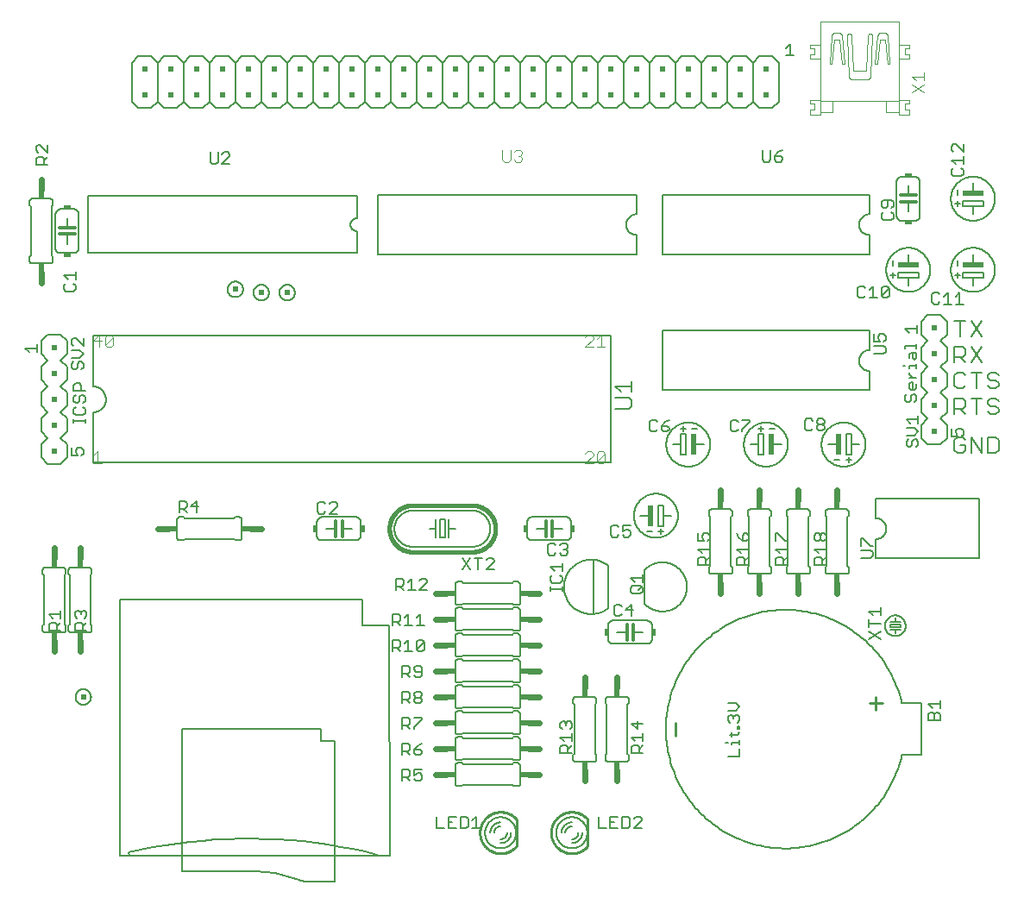
<source format=gto>
G04 EAGLE Gerber RS-274X export*
G75*
%MOMM*%
%FSLAX34Y34*%
%LPD*%
%INTop Silkscreen*%
%IPPOS*%
%AMOC8*
5,1,8,0,0,1.08239X$1,22.5*%
G01*
%ADD10C,0.203200*%
%ADD11C,0.177800*%
%ADD12C,0.152400*%
%ADD13R,0.508000X0.508000*%
%ADD14C,0.127000*%
%ADD15C,0.101600*%
%ADD16C,0.254000*%
%ADD17C,0.609600*%
%ADD18R,0.609600X0.863600*%
%ADD19R,0.863600X0.609600*%
%ADD20R,2.032000X0.508000*%
%ADD21R,0.508000X2.032000*%
%ADD22C,0.304800*%
%ADD23R,0.762000X0.381000*%
%ADD24R,0.381000X0.762000*%
%ADD25C,0.406400*%


D10*
X920670Y512191D02*
X920670Y527952D01*
X915416Y527952D02*
X925924Y527952D01*
X931788Y527952D02*
X942295Y512191D01*
X931788Y512191D02*
X942295Y527952D01*
X915416Y502552D02*
X915416Y486791D01*
X915416Y502552D02*
X923297Y502552D01*
X925924Y499926D01*
X925924Y494672D01*
X923297Y492045D01*
X915416Y492045D01*
X920670Y492045D02*
X925924Y486791D01*
X942295Y486791D02*
X931788Y502552D01*
X942295Y502552D02*
X931788Y486791D01*
X923297Y477152D02*
X925924Y474526D01*
X923297Y477152D02*
X918043Y477152D01*
X915416Y474526D01*
X915416Y464018D01*
X918043Y461391D01*
X923297Y461391D01*
X925924Y464018D01*
X937041Y461391D02*
X937041Y477152D01*
X931788Y477152D02*
X942295Y477152D01*
X956040Y477152D02*
X958667Y474526D01*
X956040Y477152D02*
X950786Y477152D01*
X948159Y474526D01*
X948159Y471899D01*
X950786Y469272D01*
X956040Y469272D01*
X958667Y466645D01*
X958667Y464018D01*
X956040Y461391D01*
X950786Y461391D01*
X948159Y464018D01*
X915416Y451752D02*
X915416Y435991D01*
X915416Y451752D02*
X923297Y451752D01*
X925924Y449126D01*
X925924Y443872D01*
X923297Y441245D01*
X915416Y441245D01*
X920670Y441245D02*
X925924Y435991D01*
X937041Y435991D02*
X937041Y451752D01*
X931788Y451752D02*
X942295Y451752D01*
X956040Y451752D02*
X958667Y449126D01*
X956040Y451752D02*
X950786Y451752D01*
X948159Y449126D01*
X948159Y446499D01*
X950786Y443872D01*
X956040Y443872D01*
X958667Y441245D01*
X958667Y438618D01*
X956040Y435991D01*
X950786Y435991D01*
X948159Y438618D01*
X923297Y413652D02*
X925924Y411026D01*
X923297Y413652D02*
X918043Y413652D01*
X915416Y411026D01*
X915416Y400518D01*
X918043Y397891D01*
X923297Y397891D01*
X925924Y400518D01*
X925924Y405772D01*
X920670Y405772D01*
X931788Y397891D02*
X931788Y413652D01*
X942295Y397891D01*
X942295Y413652D01*
X948159Y413652D02*
X948159Y397891D01*
X956040Y397891D01*
X958667Y400518D01*
X958667Y411026D01*
X956040Y413652D01*
X948159Y413652D01*
D11*
X750189Y795577D02*
X753833Y799220D01*
X753833Y788289D01*
X750189Y788289D02*
X757477Y788289D01*
D12*
X742950Y781050D02*
X736600Y787400D01*
X723900Y787400D01*
X717550Y781050D01*
X711200Y787400D01*
X698500Y787400D01*
X692150Y781050D01*
X685800Y787400D01*
X673100Y787400D01*
X666750Y781050D01*
X660400Y787400D01*
X647700Y787400D01*
X641350Y781050D01*
X635000Y787400D01*
X622300Y787400D01*
X615950Y781050D01*
X609600Y787400D01*
X596900Y787400D01*
X590550Y781050D01*
X742950Y781050D02*
X742950Y742950D01*
X736600Y736600D01*
X723900Y736600D01*
X717550Y742950D01*
X711200Y736600D01*
X698500Y736600D01*
X692150Y742950D01*
X685800Y736600D01*
X673100Y736600D01*
X666750Y742950D01*
X660400Y736600D01*
X647700Y736600D01*
X641350Y742950D01*
X635000Y736600D01*
X622300Y736600D01*
X615950Y742950D01*
X609600Y736600D01*
X596900Y736600D01*
X590550Y742950D01*
X584200Y736600D01*
X571500Y736600D01*
X565150Y742950D01*
X558800Y736600D01*
X546100Y736600D01*
X539750Y742950D01*
X533400Y736600D01*
X520700Y736600D01*
X514350Y742950D01*
X508000Y736600D01*
X495300Y736600D01*
X488950Y742950D01*
X482600Y736600D01*
X469900Y736600D01*
X463550Y742950D01*
X457200Y736600D01*
X444500Y736600D01*
X438150Y742950D01*
X431800Y736600D01*
X419100Y736600D01*
X412750Y742950D01*
X406400Y736600D01*
X393700Y736600D01*
X387350Y742950D01*
X381000Y736600D01*
X368300Y736600D01*
X361950Y742950D01*
X355600Y736600D01*
X342900Y736600D01*
X336550Y742950D01*
X330200Y736600D01*
X317500Y736600D01*
X311150Y742950D01*
X304800Y736600D01*
X292100Y736600D01*
X285750Y742950D01*
X279400Y736600D01*
X266700Y736600D01*
X260350Y742950D01*
X260350Y781050D02*
X266700Y787400D01*
X279400Y787400D01*
X285750Y781050D01*
X292100Y787400D01*
X304800Y787400D01*
X311150Y781050D01*
X317500Y787400D01*
X330200Y787400D01*
X336550Y781050D01*
X342900Y787400D01*
X355600Y787400D01*
X361950Y781050D01*
X368300Y787400D01*
X381000Y787400D01*
X387350Y781050D01*
X393700Y787400D01*
X406400Y787400D01*
X412750Y781050D01*
X419100Y787400D01*
X431800Y787400D01*
X438150Y781050D01*
X444500Y787400D01*
X457200Y787400D01*
X463550Y781050D01*
X469900Y787400D01*
X482600Y787400D01*
X488950Y781050D01*
X495300Y787400D01*
X508000Y787400D01*
X514350Y781050D01*
X520700Y787400D01*
X533400Y787400D01*
X539750Y781050D01*
X546100Y787400D01*
X558800Y787400D01*
X565150Y781050D01*
X571500Y787400D01*
X584200Y787400D01*
X590550Y781050D01*
X717550Y781050D02*
X717550Y742950D01*
X692150Y742950D02*
X692150Y781050D01*
X666750Y781050D02*
X666750Y742950D01*
X641350Y742950D02*
X641350Y781050D01*
X615950Y781050D02*
X615950Y742950D01*
X590550Y742950D02*
X590550Y781050D01*
X565150Y781050D02*
X565150Y742950D01*
X539750Y742950D02*
X539750Y781050D01*
X514350Y781050D02*
X514350Y742950D01*
X488950Y742950D02*
X488950Y781050D01*
X463550Y781050D02*
X463550Y742950D01*
X438150Y742950D02*
X438150Y781050D01*
X412750Y781050D02*
X412750Y742950D01*
X387350Y742950D02*
X387350Y781050D01*
X361950Y781050D02*
X361950Y742950D01*
X336550Y742950D02*
X336550Y781050D01*
X311150Y781050D02*
X311150Y742950D01*
X285750Y742950D02*
X285750Y781050D01*
X260350Y781050D02*
X260350Y742950D01*
X254000Y736600D01*
X241300Y736600D01*
X234950Y742950D01*
X234950Y781050D02*
X241300Y787400D01*
X254000Y787400D01*
X260350Y781050D01*
X234950Y781050D02*
X234950Y742950D01*
X209550Y742950D02*
X209550Y781050D01*
X184150Y781050D02*
X184150Y742950D01*
X158750Y742950D02*
X158750Y781050D01*
X133350Y781050D02*
X133350Y742950D01*
X215900Y787400D02*
X228600Y787400D01*
X203200Y787400D02*
X190500Y787400D01*
X177800Y787400D02*
X165100Y787400D01*
X152400Y787400D02*
X139700Y787400D01*
X127000Y787400D02*
X114300Y787400D01*
X215900Y736600D02*
X228600Y736600D01*
X203200Y736600D02*
X190500Y736600D01*
X177800Y736600D02*
X165100Y736600D01*
X152400Y736600D02*
X139700Y736600D01*
X127000Y736600D02*
X114300Y736600D01*
X209550Y742950D02*
X215900Y736600D01*
X190500Y736600D02*
X184150Y742950D01*
X165100Y736600D02*
X158750Y742950D01*
X139700Y736600D02*
X133350Y742950D01*
X114300Y736600D02*
X107950Y742950D01*
X209550Y781050D02*
X215900Y787400D01*
X190500Y787400D02*
X184150Y781050D01*
X165100Y787400D02*
X158750Y781050D01*
X139700Y787400D02*
X133350Y781050D01*
X114300Y787400D02*
X107950Y781050D01*
X228600Y787400D02*
X234950Y781050D01*
X209550Y781050D02*
X203200Y787400D01*
X184150Y781050D02*
X177800Y787400D01*
X158750Y781050D02*
X152400Y787400D01*
X133350Y781050D02*
X127000Y787400D01*
X228600Y736600D02*
X234950Y742950D01*
X209550Y742950D02*
X203200Y736600D01*
X184150Y742950D02*
X177800Y736600D01*
X158750Y742950D02*
X152400Y736600D01*
X133350Y742950D02*
X127000Y736600D01*
X107950Y742950D02*
X107950Y781050D01*
D13*
X730250Y774700D03*
X730250Y749300D03*
X704850Y749300D03*
X704850Y774700D03*
X679450Y749300D03*
X679450Y774700D03*
X654050Y749300D03*
X628650Y749300D03*
X603250Y749300D03*
X654050Y774700D03*
X628650Y774700D03*
X603250Y774700D03*
X577850Y749300D03*
X577850Y774700D03*
X552450Y749300D03*
X552450Y774700D03*
X527050Y749300D03*
X527050Y774700D03*
X501650Y749300D03*
X501650Y774700D03*
X476250Y749300D03*
X476250Y774700D03*
X450850Y749300D03*
X450850Y774700D03*
X425450Y749300D03*
X425450Y774700D03*
X400050Y749300D03*
X400050Y774700D03*
X374650Y749300D03*
X374650Y774700D03*
X349250Y749300D03*
X349250Y774700D03*
X323850Y749300D03*
X323850Y774700D03*
X298450Y749300D03*
X298450Y774700D03*
X273050Y749300D03*
X273050Y774700D03*
X247650Y749300D03*
X247650Y774700D03*
X222250Y749300D03*
X196850Y749300D03*
X171450Y749300D03*
X146050Y749300D03*
X120650Y749300D03*
X120650Y774700D03*
X146050Y774700D03*
X171450Y774700D03*
X196850Y774700D03*
X222250Y774700D03*
D12*
X328930Y650240D02*
X328930Y628650D01*
X328772Y628648D01*
X328613Y628642D01*
X328455Y628632D01*
X328298Y628618D01*
X328140Y628601D01*
X327984Y628579D01*
X327827Y628554D01*
X327672Y628524D01*
X327517Y628491D01*
X327363Y628454D01*
X327210Y628413D01*
X327058Y628368D01*
X326908Y628319D01*
X326758Y628267D01*
X326610Y628211D01*
X326463Y628151D01*
X326318Y628088D01*
X326175Y628021D01*
X326033Y627951D01*
X325893Y627877D01*
X325755Y627799D01*
X325619Y627718D01*
X325485Y627634D01*
X325353Y627547D01*
X325223Y627456D01*
X325096Y627362D01*
X324971Y627265D01*
X324848Y627164D01*
X324728Y627061D01*
X324611Y626955D01*
X324496Y626846D01*
X324384Y626734D01*
X324275Y626619D01*
X324169Y626502D01*
X324066Y626382D01*
X323965Y626259D01*
X323868Y626134D01*
X323774Y626007D01*
X323683Y625877D01*
X323596Y625745D01*
X323512Y625611D01*
X323431Y625475D01*
X323353Y625337D01*
X323279Y625197D01*
X323209Y625055D01*
X323142Y624912D01*
X323079Y624767D01*
X323019Y624620D01*
X322963Y624472D01*
X322911Y624322D01*
X322862Y624172D01*
X322817Y624020D01*
X322776Y623867D01*
X322739Y623713D01*
X322706Y623558D01*
X322676Y623403D01*
X322651Y623246D01*
X322629Y623090D01*
X322612Y622932D01*
X322598Y622775D01*
X322588Y622617D01*
X322582Y622458D01*
X322580Y622300D01*
X322582Y622142D01*
X322588Y621983D01*
X322598Y621825D01*
X322612Y621668D01*
X322629Y621510D01*
X322651Y621354D01*
X322676Y621197D01*
X322706Y621042D01*
X322739Y620887D01*
X322776Y620733D01*
X322817Y620580D01*
X322862Y620428D01*
X322911Y620278D01*
X322963Y620128D01*
X323019Y619980D01*
X323079Y619833D01*
X323142Y619688D01*
X323209Y619545D01*
X323279Y619403D01*
X323353Y619263D01*
X323431Y619125D01*
X323512Y618989D01*
X323596Y618855D01*
X323683Y618723D01*
X323774Y618593D01*
X323868Y618466D01*
X323965Y618341D01*
X324066Y618218D01*
X324169Y618098D01*
X324275Y617981D01*
X324384Y617866D01*
X324496Y617754D01*
X324611Y617645D01*
X324728Y617539D01*
X324848Y617436D01*
X324971Y617335D01*
X325096Y617238D01*
X325223Y617144D01*
X325353Y617053D01*
X325485Y616966D01*
X325619Y616882D01*
X325755Y616801D01*
X325893Y616723D01*
X326033Y616649D01*
X326175Y616579D01*
X326318Y616512D01*
X326463Y616449D01*
X326610Y616389D01*
X326758Y616333D01*
X326908Y616281D01*
X327058Y616232D01*
X327210Y616187D01*
X327363Y616146D01*
X327517Y616109D01*
X327672Y616076D01*
X327827Y616046D01*
X327984Y616021D01*
X328140Y615999D01*
X328298Y615982D01*
X328455Y615968D01*
X328613Y615958D01*
X328772Y615952D01*
X328930Y615950D01*
X64770Y594360D02*
X64770Y650240D01*
X328930Y650240D01*
X328930Y615950D02*
X328930Y594360D01*
X64770Y594360D01*
D14*
X184785Y683770D02*
X184785Y693303D01*
X184785Y683770D02*
X186692Y681863D01*
X190505Y681863D01*
X192412Y683770D01*
X192412Y693303D01*
X196479Y681863D02*
X204105Y681863D01*
X196479Y681863D02*
X204105Y689490D01*
X204105Y691396D01*
X202199Y693303D01*
X198386Y693303D01*
X196479Y691396D01*
D12*
X349250Y593090D02*
X603250Y593090D01*
X603250Y651510D02*
X349250Y651510D01*
X349250Y593090D01*
X603250Y593090D02*
X603250Y612140D01*
X603250Y632460D02*
X603250Y651510D01*
X603250Y632460D02*
X603003Y632457D01*
X602755Y632448D01*
X602508Y632433D01*
X602262Y632412D01*
X602016Y632385D01*
X601771Y632352D01*
X601526Y632313D01*
X601283Y632268D01*
X601041Y632217D01*
X600800Y632160D01*
X600561Y632098D01*
X600323Y632029D01*
X600087Y631955D01*
X599853Y631875D01*
X599621Y631790D01*
X599391Y631698D01*
X599163Y631602D01*
X598938Y631499D01*
X598715Y631392D01*
X598495Y631278D01*
X598278Y631160D01*
X598063Y631036D01*
X597852Y630907D01*
X597644Y630773D01*
X597439Y630634D01*
X597238Y630490D01*
X597040Y630342D01*
X596846Y630188D01*
X596656Y630030D01*
X596470Y629867D01*
X596288Y629700D01*
X596110Y629528D01*
X595936Y629352D01*
X595766Y629172D01*
X595601Y628987D01*
X595441Y628799D01*
X595285Y628607D01*
X595133Y628411D01*
X594987Y628212D01*
X594845Y628009D01*
X594709Y627802D01*
X594577Y627593D01*
X594451Y627380D01*
X594330Y627164D01*
X594214Y626946D01*
X594104Y626724D01*
X593999Y626500D01*
X593899Y626274D01*
X593805Y626045D01*
X593717Y625814D01*
X593634Y625580D01*
X593557Y625345D01*
X593486Y625108D01*
X593420Y624870D01*
X593361Y624630D01*
X593307Y624388D01*
X593259Y624145D01*
X593217Y623902D01*
X593181Y623657D01*
X593151Y623411D01*
X593127Y623165D01*
X593109Y622918D01*
X593097Y622671D01*
X593091Y622424D01*
X593091Y622176D01*
X593097Y621929D01*
X593109Y621682D01*
X593127Y621435D01*
X593151Y621189D01*
X593181Y620943D01*
X593217Y620698D01*
X593259Y620455D01*
X593307Y620212D01*
X593361Y619970D01*
X593420Y619730D01*
X593486Y619492D01*
X593557Y619255D01*
X593634Y619020D01*
X593717Y618786D01*
X593805Y618555D01*
X593899Y618326D01*
X593999Y618100D01*
X594104Y617876D01*
X594214Y617654D01*
X594330Y617436D01*
X594451Y617220D01*
X594577Y617007D01*
X594709Y616798D01*
X594845Y616591D01*
X594987Y616388D01*
X595133Y616189D01*
X595285Y615993D01*
X595441Y615801D01*
X595601Y615613D01*
X595766Y615428D01*
X595936Y615248D01*
X596110Y615072D01*
X596288Y614900D01*
X596470Y614733D01*
X596656Y614570D01*
X596846Y614412D01*
X597040Y614258D01*
X597238Y614110D01*
X597439Y613966D01*
X597644Y613827D01*
X597852Y613693D01*
X598063Y613564D01*
X598278Y613440D01*
X598495Y613322D01*
X598715Y613208D01*
X598938Y613101D01*
X599163Y612998D01*
X599391Y612902D01*
X599621Y612810D01*
X599853Y612725D01*
X600087Y612645D01*
X600323Y612571D01*
X600561Y612502D01*
X600800Y612440D01*
X601041Y612383D01*
X601283Y612332D01*
X601526Y612287D01*
X601771Y612248D01*
X602016Y612215D01*
X602262Y612188D01*
X602508Y612167D01*
X602755Y612152D01*
X603003Y612143D01*
X603250Y612140D01*
D15*
X471678Y685717D02*
X471678Y695462D01*
X471678Y685717D02*
X473627Y683768D01*
X477525Y683768D01*
X479474Y685717D01*
X479474Y695462D01*
X483372Y693513D02*
X485321Y695462D01*
X489219Y695462D01*
X491168Y693513D01*
X491168Y691564D01*
X489219Y689615D01*
X487270Y689615D01*
X489219Y689615D02*
X491168Y687666D01*
X491168Y685717D01*
X489219Y683768D01*
X485321Y683768D01*
X483372Y685717D01*
D12*
X628650Y593090D02*
X831850Y593090D01*
X831850Y651510D02*
X628650Y651510D01*
X628650Y593090D01*
X831850Y593090D02*
X831850Y612140D01*
X831850Y632460D02*
X831850Y651510D01*
X831850Y632460D02*
X831603Y632457D01*
X831355Y632448D01*
X831108Y632433D01*
X830862Y632412D01*
X830616Y632385D01*
X830371Y632352D01*
X830126Y632313D01*
X829883Y632268D01*
X829641Y632217D01*
X829400Y632160D01*
X829161Y632098D01*
X828923Y632029D01*
X828687Y631955D01*
X828453Y631875D01*
X828221Y631790D01*
X827991Y631698D01*
X827763Y631602D01*
X827538Y631499D01*
X827315Y631392D01*
X827095Y631278D01*
X826878Y631160D01*
X826663Y631036D01*
X826452Y630907D01*
X826244Y630773D01*
X826039Y630634D01*
X825838Y630490D01*
X825640Y630342D01*
X825446Y630188D01*
X825256Y630030D01*
X825070Y629867D01*
X824888Y629700D01*
X824710Y629528D01*
X824536Y629352D01*
X824366Y629172D01*
X824201Y628987D01*
X824041Y628799D01*
X823885Y628607D01*
X823733Y628411D01*
X823587Y628212D01*
X823445Y628009D01*
X823309Y627802D01*
X823177Y627593D01*
X823051Y627380D01*
X822930Y627164D01*
X822814Y626946D01*
X822704Y626724D01*
X822599Y626500D01*
X822499Y626274D01*
X822405Y626045D01*
X822317Y625814D01*
X822234Y625580D01*
X822157Y625345D01*
X822086Y625108D01*
X822020Y624870D01*
X821961Y624630D01*
X821907Y624388D01*
X821859Y624145D01*
X821817Y623902D01*
X821781Y623657D01*
X821751Y623411D01*
X821727Y623165D01*
X821709Y622918D01*
X821697Y622671D01*
X821691Y622424D01*
X821691Y622176D01*
X821697Y621929D01*
X821709Y621682D01*
X821727Y621435D01*
X821751Y621189D01*
X821781Y620943D01*
X821817Y620698D01*
X821859Y620455D01*
X821907Y620212D01*
X821961Y619970D01*
X822020Y619730D01*
X822086Y619492D01*
X822157Y619255D01*
X822234Y619020D01*
X822317Y618786D01*
X822405Y618555D01*
X822499Y618326D01*
X822599Y618100D01*
X822704Y617876D01*
X822814Y617654D01*
X822930Y617436D01*
X823051Y617220D01*
X823177Y617007D01*
X823309Y616798D01*
X823445Y616591D01*
X823587Y616388D01*
X823733Y616189D01*
X823885Y615993D01*
X824041Y615801D01*
X824201Y615613D01*
X824366Y615428D01*
X824536Y615248D01*
X824710Y615072D01*
X824888Y614900D01*
X825070Y614733D01*
X825256Y614570D01*
X825446Y614412D01*
X825640Y614258D01*
X825838Y614110D01*
X826039Y613966D01*
X826244Y613827D01*
X826452Y613693D01*
X826663Y613564D01*
X826878Y613440D01*
X827095Y613322D01*
X827315Y613208D01*
X827538Y613101D01*
X827763Y612998D01*
X827991Y612902D01*
X828221Y612810D01*
X828453Y612725D01*
X828687Y612645D01*
X828923Y612571D01*
X829161Y612502D01*
X829400Y612440D01*
X829641Y612383D01*
X829883Y612332D01*
X830126Y612287D01*
X830371Y612248D01*
X830616Y612215D01*
X830862Y612188D01*
X831108Y612167D01*
X831355Y612152D01*
X831603Y612143D01*
X831850Y612140D01*
D14*
X727075Y685802D02*
X727075Y695335D01*
X727075Y685802D02*
X728982Y683895D01*
X732795Y683895D01*
X734702Y685802D01*
X734702Y695335D01*
X742582Y693428D02*
X746395Y695335D01*
X742582Y693428D02*
X738769Y689615D01*
X738769Y685802D01*
X740676Y683895D01*
X744489Y683895D01*
X746395Y685802D01*
X746395Y687708D01*
X744489Y689615D01*
X738769Y689615D01*
D12*
X838200Y353060D02*
X939800Y353060D01*
X939800Y294640D02*
X838200Y294640D01*
X939800Y294640D02*
X939800Y353060D01*
X838200Y353060D02*
X838200Y334010D01*
X838200Y313690D02*
X838200Y294640D01*
X838200Y313690D02*
X838447Y313693D01*
X838695Y313702D01*
X838942Y313717D01*
X839188Y313738D01*
X839434Y313765D01*
X839679Y313798D01*
X839924Y313837D01*
X840167Y313882D01*
X840409Y313933D01*
X840650Y313990D01*
X840889Y314052D01*
X841127Y314121D01*
X841363Y314195D01*
X841597Y314275D01*
X841829Y314360D01*
X842059Y314452D01*
X842287Y314548D01*
X842512Y314651D01*
X842735Y314758D01*
X842955Y314872D01*
X843172Y314990D01*
X843387Y315114D01*
X843598Y315243D01*
X843806Y315377D01*
X844011Y315516D01*
X844212Y315660D01*
X844410Y315808D01*
X844604Y315962D01*
X844794Y316120D01*
X844980Y316283D01*
X845162Y316450D01*
X845340Y316622D01*
X845514Y316798D01*
X845684Y316978D01*
X845849Y317163D01*
X846009Y317351D01*
X846165Y317543D01*
X846317Y317739D01*
X846463Y317938D01*
X846605Y318141D01*
X846741Y318348D01*
X846873Y318557D01*
X846999Y318770D01*
X847120Y318986D01*
X847236Y319204D01*
X847346Y319426D01*
X847451Y319650D01*
X847551Y319876D01*
X847645Y320105D01*
X847733Y320336D01*
X847816Y320570D01*
X847893Y320805D01*
X847964Y321042D01*
X848030Y321280D01*
X848089Y321520D01*
X848143Y321762D01*
X848191Y322005D01*
X848233Y322248D01*
X848269Y322493D01*
X848299Y322739D01*
X848323Y322985D01*
X848341Y323232D01*
X848353Y323479D01*
X848359Y323726D01*
X848359Y323974D01*
X848353Y324221D01*
X848341Y324468D01*
X848323Y324715D01*
X848299Y324961D01*
X848269Y325207D01*
X848233Y325452D01*
X848191Y325695D01*
X848143Y325938D01*
X848089Y326180D01*
X848030Y326420D01*
X847964Y326658D01*
X847893Y326895D01*
X847816Y327130D01*
X847733Y327364D01*
X847645Y327595D01*
X847551Y327824D01*
X847451Y328050D01*
X847346Y328274D01*
X847236Y328496D01*
X847120Y328714D01*
X846999Y328930D01*
X846873Y329143D01*
X846741Y329352D01*
X846605Y329559D01*
X846463Y329762D01*
X846317Y329961D01*
X846165Y330157D01*
X846009Y330349D01*
X845849Y330537D01*
X845684Y330722D01*
X845514Y330902D01*
X845340Y331078D01*
X845162Y331250D01*
X844980Y331417D01*
X844794Y331580D01*
X844604Y331738D01*
X844410Y331892D01*
X844212Y332040D01*
X844011Y332184D01*
X843806Y332323D01*
X843598Y332457D01*
X843387Y332586D01*
X843172Y332710D01*
X842955Y332828D01*
X842735Y332942D01*
X842512Y333049D01*
X842287Y333152D01*
X842059Y333248D01*
X841829Y333340D01*
X841597Y333425D01*
X841363Y333505D01*
X841127Y333579D01*
X840889Y333648D01*
X840650Y333710D01*
X840409Y333767D01*
X840167Y333818D01*
X839924Y333863D01*
X839679Y333902D01*
X839434Y333935D01*
X839188Y333962D01*
X838942Y333983D01*
X838695Y333998D01*
X838447Y334007D01*
X838200Y334010D01*
D14*
X833118Y295275D02*
X823585Y295275D01*
X833118Y295275D02*
X835025Y297182D01*
X835025Y300995D01*
X833118Y302902D01*
X823585Y302902D01*
X823585Y306969D02*
X823585Y314595D01*
X825492Y314595D01*
X833118Y306969D01*
X835025Y306969D01*
D12*
X862330Y229870D02*
X862330Y227330D01*
X862330Y229870D02*
X852170Y229870D01*
X852170Y227330D01*
X862330Y227330D01*
X862330Y224790D02*
X857250Y224790D01*
X857250Y232410D02*
X862330Y232410D01*
X857250Y232410D02*
X857250Y236220D01*
X857250Y232410D02*
X852170Y232410D01*
X857250Y224790D02*
X857250Y220980D01*
X857250Y224790D02*
X852170Y224790D01*
X847090Y228600D02*
X847093Y228850D01*
X847102Y229099D01*
X847118Y229348D01*
X847139Y229596D01*
X847166Y229844D01*
X847200Y230091D01*
X847240Y230337D01*
X847285Y230582D01*
X847337Y230826D01*
X847395Y231069D01*
X847458Y231310D01*
X847528Y231550D01*
X847603Y231787D01*
X847684Y232023D01*
X847771Y232257D01*
X847864Y232488D01*
X847962Y232718D01*
X848066Y232944D01*
X848175Y233168D01*
X848290Y233390D01*
X848410Y233608D01*
X848536Y233824D01*
X848666Y234036D01*
X848802Y234245D01*
X848944Y234450D01*
X849090Y234653D01*
X849241Y234851D01*
X849396Y235046D01*
X849557Y235236D01*
X849722Y235423D01*
X849892Y235606D01*
X850066Y235784D01*
X847090Y228600D02*
X847093Y228350D01*
X847102Y228101D01*
X847118Y227852D01*
X847139Y227604D01*
X847166Y227356D01*
X847200Y227109D01*
X847240Y226863D01*
X847285Y226618D01*
X847337Y226374D01*
X847395Y226131D01*
X847458Y225890D01*
X847528Y225650D01*
X847603Y225413D01*
X847684Y225177D01*
X847771Y224943D01*
X847864Y224712D01*
X847962Y224482D01*
X848066Y224256D01*
X848175Y224032D01*
X848290Y223810D01*
X848410Y223592D01*
X848536Y223376D01*
X848666Y223164D01*
X848802Y222955D01*
X848944Y222750D01*
X849090Y222547D01*
X849241Y222349D01*
X849396Y222154D01*
X849557Y221964D01*
X849722Y221777D01*
X849892Y221594D01*
X850066Y221416D01*
X864434Y221416D02*
X864608Y221594D01*
X864778Y221777D01*
X864943Y221964D01*
X865104Y222154D01*
X865259Y222349D01*
X865410Y222547D01*
X865556Y222750D01*
X865698Y222955D01*
X865834Y223164D01*
X865964Y223376D01*
X866090Y223592D01*
X866210Y223810D01*
X866325Y224032D01*
X866434Y224256D01*
X866538Y224482D01*
X866636Y224712D01*
X866729Y224943D01*
X866816Y225177D01*
X866897Y225413D01*
X866972Y225650D01*
X867042Y225890D01*
X867105Y226131D01*
X867163Y226374D01*
X867215Y226618D01*
X867260Y226863D01*
X867300Y227109D01*
X867334Y227356D01*
X867361Y227604D01*
X867382Y227852D01*
X867398Y228101D01*
X867407Y228350D01*
X867410Y228600D01*
X867407Y228850D01*
X867398Y229099D01*
X867382Y229348D01*
X867361Y229596D01*
X867334Y229844D01*
X867300Y230091D01*
X867260Y230337D01*
X867215Y230582D01*
X867163Y230826D01*
X867105Y231069D01*
X867042Y231310D01*
X866972Y231550D01*
X866897Y231787D01*
X866816Y232023D01*
X866729Y232257D01*
X866636Y232488D01*
X866538Y232718D01*
X866434Y232944D01*
X866325Y233168D01*
X866210Y233390D01*
X866090Y233608D01*
X865964Y233824D01*
X865834Y234036D01*
X865698Y234245D01*
X865556Y234450D01*
X865410Y234653D01*
X865259Y234851D01*
X865104Y235046D01*
X864943Y235236D01*
X864778Y235423D01*
X864608Y235606D01*
X864434Y235784D01*
X847090Y228600D02*
X847093Y228849D01*
X847102Y229099D01*
X847118Y229347D01*
X847139Y229596D01*
X847166Y229844D01*
X847200Y230091D01*
X847240Y230337D01*
X847285Y230582D01*
X847337Y230826D01*
X847394Y231069D01*
X847458Y231310D01*
X847527Y231549D01*
X847603Y231787D01*
X847684Y232023D01*
X847771Y232257D01*
X847863Y232488D01*
X847962Y232717D01*
X848065Y232944D01*
X848175Y233168D01*
X848290Y233389D01*
X848410Y233608D01*
X848535Y233823D01*
X848666Y234036D01*
X848802Y234245D01*
X848943Y234450D01*
X849089Y234652D01*
X849240Y234851D01*
X849396Y235045D01*
X849557Y235236D01*
X849722Y235423D01*
X849892Y235606D01*
X850066Y235784D01*
X850244Y235958D01*
X850427Y236128D01*
X850614Y236293D01*
X850805Y236454D01*
X850999Y236610D01*
X851198Y236761D01*
X851400Y236907D01*
X851605Y237048D01*
X851814Y237184D01*
X852027Y237315D01*
X852242Y237440D01*
X852461Y237560D01*
X852682Y237675D01*
X852906Y237785D01*
X853133Y237888D01*
X853362Y237987D01*
X853593Y238079D01*
X853827Y238166D01*
X854063Y238247D01*
X854301Y238323D01*
X854540Y238392D01*
X854781Y238456D01*
X855024Y238513D01*
X855268Y238565D01*
X855513Y238610D01*
X855759Y238650D01*
X856006Y238684D01*
X856254Y238711D01*
X856503Y238732D01*
X856751Y238748D01*
X857001Y238757D01*
X857250Y238760D01*
X857499Y238757D01*
X857749Y238748D01*
X857997Y238732D01*
X858246Y238711D01*
X858494Y238684D01*
X858741Y238650D01*
X858987Y238610D01*
X859232Y238565D01*
X859476Y238513D01*
X859719Y238456D01*
X859960Y238392D01*
X860199Y238323D01*
X860437Y238247D01*
X860673Y238166D01*
X860907Y238079D01*
X861138Y237987D01*
X861367Y237888D01*
X861594Y237785D01*
X861818Y237675D01*
X862039Y237560D01*
X862258Y237440D01*
X862473Y237315D01*
X862686Y237184D01*
X862895Y237048D01*
X863100Y236907D01*
X863302Y236761D01*
X863501Y236610D01*
X863695Y236454D01*
X863886Y236293D01*
X864073Y236128D01*
X864256Y235958D01*
X864434Y235784D01*
X864608Y235606D01*
X864778Y235423D01*
X864943Y235236D01*
X865104Y235045D01*
X865260Y234851D01*
X865411Y234652D01*
X865557Y234450D01*
X865698Y234245D01*
X865834Y234036D01*
X865965Y233823D01*
X866090Y233608D01*
X866210Y233389D01*
X866325Y233168D01*
X866435Y232944D01*
X866538Y232717D01*
X866637Y232488D01*
X866729Y232257D01*
X866816Y232023D01*
X866897Y231787D01*
X866973Y231549D01*
X867042Y231310D01*
X867106Y231069D01*
X867163Y230826D01*
X867215Y230582D01*
X867260Y230337D01*
X867300Y230091D01*
X867334Y229844D01*
X867361Y229596D01*
X867382Y229347D01*
X867398Y229099D01*
X867407Y228849D01*
X867410Y228600D01*
X867407Y228351D01*
X867398Y228101D01*
X867382Y227853D01*
X867361Y227604D01*
X867334Y227356D01*
X867300Y227109D01*
X867260Y226863D01*
X867215Y226618D01*
X867163Y226374D01*
X867106Y226131D01*
X867042Y225890D01*
X866973Y225651D01*
X866897Y225413D01*
X866816Y225177D01*
X866729Y224943D01*
X866637Y224712D01*
X866538Y224483D01*
X866435Y224256D01*
X866325Y224032D01*
X866210Y223811D01*
X866090Y223592D01*
X865965Y223377D01*
X865834Y223164D01*
X865698Y222955D01*
X865557Y222750D01*
X865411Y222548D01*
X865260Y222349D01*
X865104Y222155D01*
X864943Y221964D01*
X864778Y221777D01*
X864608Y221594D01*
X864434Y221416D01*
X864256Y221242D01*
X864073Y221072D01*
X863886Y220907D01*
X863695Y220746D01*
X863501Y220590D01*
X863302Y220439D01*
X863100Y220293D01*
X862895Y220152D01*
X862686Y220016D01*
X862473Y219885D01*
X862258Y219760D01*
X862039Y219640D01*
X861818Y219525D01*
X861594Y219415D01*
X861367Y219312D01*
X861138Y219213D01*
X860907Y219121D01*
X860673Y219034D01*
X860437Y218953D01*
X860199Y218877D01*
X859960Y218808D01*
X859719Y218744D01*
X859476Y218687D01*
X859232Y218635D01*
X858987Y218590D01*
X858741Y218550D01*
X858494Y218516D01*
X858246Y218489D01*
X857997Y218468D01*
X857749Y218452D01*
X857499Y218443D01*
X857250Y218440D01*
X857001Y218443D01*
X856751Y218452D01*
X856503Y218468D01*
X856254Y218489D01*
X856006Y218516D01*
X855759Y218550D01*
X855513Y218590D01*
X855268Y218635D01*
X855024Y218687D01*
X854781Y218744D01*
X854540Y218808D01*
X854301Y218877D01*
X854063Y218953D01*
X853827Y219034D01*
X853593Y219121D01*
X853362Y219213D01*
X853133Y219312D01*
X852906Y219415D01*
X852682Y219525D01*
X852461Y219640D01*
X852242Y219760D01*
X852027Y219885D01*
X851814Y220016D01*
X851605Y220152D01*
X851400Y220293D01*
X851198Y220439D01*
X850999Y220590D01*
X850805Y220746D01*
X850614Y220907D01*
X850427Y221072D01*
X850244Y221242D01*
X850066Y221416D01*
X849892Y221594D01*
X849722Y221777D01*
X849557Y221964D01*
X849396Y222155D01*
X849240Y222349D01*
X849089Y222548D01*
X848943Y222750D01*
X848802Y222955D01*
X848666Y223164D01*
X848535Y223377D01*
X848410Y223592D01*
X848290Y223811D01*
X848175Y224032D01*
X848065Y224256D01*
X847962Y224483D01*
X847863Y224712D01*
X847771Y224943D01*
X847684Y225177D01*
X847603Y225413D01*
X847527Y225651D01*
X847458Y225890D01*
X847394Y226131D01*
X847337Y226374D01*
X847285Y226618D01*
X847240Y226863D01*
X847200Y227109D01*
X847166Y227356D01*
X847139Y227604D01*
X847118Y227853D01*
X847102Y228101D01*
X847093Y228351D01*
X847090Y228600D01*
D14*
X842645Y222892D02*
X831205Y215265D01*
X831205Y222892D02*
X842645Y215265D01*
X842645Y230772D02*
X831205Y230772D01*
X831205Y226959D02*
X831205Y234585D01*
X835019Y238653D02*
X831205Y242466D01*
X842645Y242466D01*
X842645Y238653D02*
X842645Y246279D01*
D16*
X838200Y158750D02*
X838200Y146050D01*
X844550Y152400D02*
X831850Y152400D01*
X641350Y133350D02*
X641350Y120650D01*
D14*
X692775Y100324D02*
X704215Y100324D01*
X704215Y107951D01*
X696589Y112018D02*
X696589Y113925D01*
X704215Y113925D01*
X704215Y115831D02*
X704215Y112018D01*
X692775Y113925D02*
X690869Y113925D01*
X694682Y121721D02*
X702308Y121721D01*
X704215Y123627D01*
X696589Y123627D02*
X696589Y119814D01*
X702308Y127610D02*
X704215Y127610D01*
X702308Y127610D02*
X702308Y129517D01*
X704215Y129517D01*
X704215Y127610D01*
X694682Y133457D02*
X692775Y135364D01*
X692775Y139177D01*
X694682Y141083D01*
X696589Y141083D01*
X698495Y139177D01*
X698495Y137270D01*
X698495Y139177D02*
X700402Y141083D01*
X702308Y141083D01*
X704215Y139177D01*
X704215Y135364D01*
X702308Y133457D01*
X700402Y145151D02*
X692775Y145151D01*
X700402Y145151D02*
X704215Y148964D01*
X700402Y152777D01*
X692775Y152777D01*
X863600Y152400D02*
X862944Y155188D01*
X862221Y157959D01*
X861430Y160711D01*
X860572Y163444D01*
X859647Y166154D01*
X858657Y168841D01*
X857601Y171503D01*
X856480Y174139D01*
X855295Y176746D01*
X854047Y179323D01*
X852736Y181869D01*
X851363Y184383D01*
X849929Y186862D01*
X848435Y189305D01*
X846881Y191711D01*
X845269Y194078D01*
X843600Y196405D01*
X841875Y198691D01*
X840093Y200933D01*
X838258Y203132D01*
X836370Y205285D01*
X834429Y207391D01*
X832437Y209449D01*
X830396Y211457D01*
X828306Y213415D01*
X826169Y215322D01*
X823986Y217175D01*
X821758Y218975D01*
X819487Y220720D01*
X817174Y222408D01*
X814820Y224040D01*
X812427Y225613D01*
X809997Y227128D01*
X807530Y228582D01*
X805028Y229976D01*
X802493Y231308D01*
X799926Y232578D01*
X797328Y233784D01*
X794702Y234927D01*
X792049Y236005D01*
X789370Y237018D01*
X786668Y237965D01*
X783943Y238846D01*
X781197Y239660D01*
X778432Y240406D01*
X775650Y241085D01*
X772852Y241695D01*
X770039Y242237D01*
X767215Y242709D01*
X764380Y243113D01*
X761535Y243447D01*
X758684Y243711D01*
X755826Y243906D01*
X752965Y244031D01*
X750102Y244085D01*
X747238Y244070D01*
X744375Y243984D01*
X741516Y243829D01*
X738661Y243604D01*
X735812Y243309D01*
X732972Y242944D01*
X730141Y242510D01*
X727322Y242007D01*
X724515Y241435D01*
X721724Y240794D01*
X718949Y240086D01*
X716193Y239310D01*
X713456Y238467D01*
X710740Y237557D01*
X708048Y236580D01*
X705380Y235539D01*
X702739Y234432D01*
X700125Y233261D01*
X697541Y232027D01*
X694988Y230729D01*
X692467Y229370D01*
X689981Y227950D01*
X687529Y226469D01*
X685115Y224928D01*
X682739Y223329D01*
X680403Y221672D01*
X678108Y219959D01*
X675856Y218190D01*
X673648Y216366D01*
X671485Y214490D01*
X669368Y212560D01*
X667300Y210580D01*
X665280Y208549D01*
X663311Y206470D01*
X661393Y204343D01*
X659528Y202170D01*
X657716Y199952D01*
X655959Y197690D01*
X654258Y195386D01*
X652614Y193041D01*
X651028Y190657D01*
X649501Y188234D01*
X648033Y185775D01*
X646626Y183281D01*
X645280Y180753D01*
X643996Y178193D01*
X642776Y175602D01*
X641619Y172982D01*
X640527Y170335D01*
X639499Y167662D01*
X638538Y164964D01*
X637642Y162244D01*
X636814Y159503D01*
X636052Y156742D01*
X635359Y153963D01*
X634733Y151168D01*
X634177Y148359D01*
X633689Y145537D01*
X633270Y142704D01*
X632921Y139862D01*
X632641Y137012D01*
X632431Y134155D01*
X632291Y131295D01*
X632221Y128432D01*
X632221Y125568D01*
X632291Y122705D01*
X632431Y119845D01*
X632641Y116988D01*
X632921Y114138D01*
X633270Y111296D01*
X633689Y108463D01*
X634177Y105641D01*
X634733Y102832D01*
X635359Y100037D01*
X636052Y97258D01*
X636814Y94497D01*
X637642Y91756D01*
X638538Y89036D01*
X639499Y86338D01*
X640527Y83665D01*
X641619Y81018D01*
X642776Y78398D01*
X643996Y75807D01*
X645280Y73247D01*
X646626Y70719D01*
X648033Y68225D01*
X649501Y65766D01*
X651028Y63343D01*
X652614Y60959D01*
X654258Y58614D01*
X655959Y56310D01*
X657716Y54048D01*
X659528Y51830D01*
X661393Y49657D01*
X663311Y47530D01*
X665280Y45451D01*
X667300Y43420D01*
X669368Y41440D01*
X671485Y39510D01*
X673648Y37634D01*
X675856Y35810D01*
X678108Y34041D01*
X680403Y32328D01*
X682739Y30671D01*
X685115Y29072D01*
X687529Y27531D01*
X689981Y26050D01*
X692467Y24630D01*
X694988Y23271D01*
X697541Y21973D01*
X700125Y20739D01*
X702739Y19568D01*
X705380Y18461D01*
X708048Y17420D01*
X710740Y16443D01*
X713456Y15533D01*
X716193Y14690D01*
X718949Y13914D01*
X721724Y13206D01*
X724515Y12565D01*
X727322Y11993D01*
X730141Y11490D01*
X732972Y11056D01*
X735812Y10691D01*
X738661Y10396D01*
X741516Y10171D01*
X744375Y10016D01*
X747238Y9930D01*
X750102Y9915D01*
X752965Y9969D01*
X755826Y10094D01*
X758684Y10289D01*
X761535Y10553D01*
X764380Y10887D01*
X767215Y11291D01*
X770039Y11763D01*
X772852Y12305D01*
X775650Y12915D01*
X778432Y13594D01*
X781197Y14340D01*
X783943Y15154D01*
X786668Y16035D01*
X789370Y16982D01*
X792049Y17995D01*
X794702Y19073D01*
X797328Y20216D01*
X799926Y21422D01*
X802493Y22692D01*
X805028Y24024D01*
X807530Y25418D01*
X809997Y26872D01*
X812427Y28387D01*
X814820Y29960D01*
X817174Y31592D01*
X819487Y33280D01*
X821758Y35025D01*
X823986Y36825D01*
X826169Y38678D01*
X828306Y40585D01*
X830396Y42543D01*
X832437Y44551D01*
X834429Y46609D01*
X836370Y48715D01*
X838258Y50868D01*
X840093Y53067D01*
X841875Y55309D01*
X843600Y57595D01*
X845269Y59922D01*
X846881Y62289D01*
X848435Y64695D01*
X849929Y67138D01*
X851363Y69617D01*
X852736Y72131D01*
X854047Y74677D01*
X855295Y77254D01*
X856480Y79861D01*
X857601Y82497D01*
X858657Y85159D01*
X859647Y87846D01*
X860572Y90556D01*
X861430Y93289D01*
X862221Y96041D01*
X862944Y98812D01*
X863600Y101600D01*
X863600Y152400D02*
X882650Y152400D01*
X882650Y101600D01*
X863600Y101600D01*
X889625Y135997D02*
X901065Y135997D01*
X889625Y135997D02*
X889625Y141717D01*
X891532Y143624D01*
X893439Y143624D01*
X895345Y141717D01*
X897252Y143624D01*
X899158Y143624D01*
X901065Y141717D01*
X901065Y135997D01*
X895345Y135997D02*
X895345Y141717D01*
X893439Y147691D02*
X889625Y151504D01*
X901065Y151504D01*
X901065Y147691D02*
X901065Y155318D01*
D17*
X762000Y260350D02*
X762000Y270510D01*
X762000Y351790D02*
X762000Y361950D01*
D12*
X770890Y342900D02*
X770990Y342898D01*
X771089Y342892D01*
X771189Y342882D01*
X771287Y342869D01*
X771386Y342851D01*
X771483Y342830D01*
X771579Y342805D01*
X771675Y342776D01*
X771769Y342743D01*
X771862Y342707D01*
X771953Y342667D01*
X772043Y342623D01*
X772131Y342576D01*
X772217Y342526D01*
X772301Y342472D01*
X772383Y342415D01*
X772462Y342355D01*
X772540Y342291D01*
X772614Y342225D01*
X772686Y342156D01*
X772755Y342084D01*
X772821Y342010D01*
X772885Y341932D01*
X772945Y341853D01*
X773002Y341771D01*
X773056Y341687D01*
X773106Y341601D01*
X773153Y341513D01*
X773197Y341423D01*
X773237Y341332D01*
X773273Y341239D01*
X773306Y341145D01*
X773335Y341049D01*
X773360Y340953D01*
X773381Y340856D01*
X773399Y340757D01*
X773412Y340659D01*
X773422Y340559D01*
X773428Y340460D01*
X773430Y340360D01*
X753110Y342900D02*
X753010Y342898D01*
X752911Y342892D01*
X752811Y342882D01*
X752713Y342869D01*
X752614Y342851D01*
X752517Y342830D01*
X752421Y342805D01*
X752325Y342776D01*
X752231Y342743D01*
X752138Y342707D01*
X752047Y342667D01*
X751957Y342623D01*
X751869Y342576D01*
X751783Y342526D01*
X751699Y342472D01*
X751617Y342415D01*
X751538Y342355D01*
X751460Y342291D01*
X751386Y342225D01*
X751314Y342156D01*
X751245Y342084D01*
X751179Y342010D01*
X751115Y341932D01*
X751055Y341853D01*
X750998Y341771D01*
X750944Y341687D01*
X750894Y341601D01*
X750847Y341513D01*
X750803Y341423D01*
X750763Y341332D01*
X750727Y341239D01*
X750694Y341145D01*
X750665Y341049D01*
X750640Y340953D01*
X750619Y340856D01*
X750601Y340757D01*
X750588Y340659D01*
X750578Y340559D01*
X750572Y340460D01*
X750570Y340360D01*
X750570Y281940D02*
X750572Y281840D01*
X750578Y281741D01*
X750588Y281641D01*
X750601Y281543D01*
X750619Y281444D01*
X750640Y281347D01*
X750665Y281251D01*
X750694Y281155D01*
X750727Y281061D01*
X750763Y280968D01*
X750803Y280877D01*
X750847Y280787D01*
X750894Y280699D01*
X750944Y280613D01*
X750998Y280529D01*
X751055Y280447D01*
X751115Y280368D01*
X751179Y280290D01*
X751245Y280216D01*
X751314Y280144D01*
X751386Y280075D01*
X751460Y280009D01*
X751538Y279945D01*
X751617Y279885D01*
X751699Y279828D01*
X751783Y279774D01*
X751869Y279724D01*
X751957Y279677D01*
X752047Y279633D01*
X752138Y279593D01*
X752231Y279557D01*
X752325Y279524D01*
X752421Y279495D01*
X752517Y279470D01*
X752614Y279449D01*
X752713Y279431D01*
X752811Y279418D01*
X752911Y279408D01*
X753010Y279402D01*
X753110Y279400D01*
X770890Y279400D02*
X770990Y279402D01*
X771089Y279408D01*
X771189Y279418D01*
X771287Y279431D01*
X771386Y279449D01*
X771483Y279470D01*
X771579Y279495D01*
X771675Y279524D01*
X771769Y279557D01*
X771862Y279593D01*
X771953Y279633D01*
X772043Y279677D01*
X772131Y279724D01*
X772217Y279774D01*
X772301Y279828D01*
X772383Y279885D01*
X772462Y279945D01*
X772540Y280009D01*
X772614Y280075D01*
X772686Y280144D01*
X772755Y280216D01*
X772821Y280290D01*
X772885Y280368D01*
X772945Y280447D01*
X773002Y280529D01*
X773056Y280613D01*
X773106Y280699D01*
X773153Y280787D01*
X773197Y280877D01*
X773237Y280968D01*
X773273Y281061D01*
X773306Y281155D01*
X773335Y281251D01*
X773360Y281347D01*
X773381Y281444D01*
X773399Y281543D01*
X773412Y281641D01*
X773422Y281741D01*
X773428Y281840D01*
X773430Y281940D01*
X770890Y342900D02*
X753110Y342900D01*
X773430Y340360D02*
X773430Y336550D01*
X772160Y335280D01*
X750570Y336550D02*
X750570Y340360D01*
X750570Y336550D02*
X751840Y335280D01*
X772160Y287020D02*
X773430Y285750D01*
X772160Y287020D02*
X772160Y335280D01*
X751840Y287020D02*
X750570Y285750D01*
X751840Y287020D02*
X751840Y335280D01*
X773430Y285750D02*
X773430Y281940D01*
X750570Y281940D02*
X750570Y285750D01*
X753110Y279400D02*
X770890Y279400D01*
D18*
X762000Y275082D03*
X762000Y347218D03*
D14*
X751205Y288133D02*
X739765Y288133D01*
X739765Y293853D01*
X741672Y295760D01*
X745485Y295760D01*
X747392Y293853D01*
X747392Y288133D01*
X747392Y291946D02*
X751205Y295760D01*
X743579Y299827D02*
X739765Y303640D01*
X751205Y303640D01*
X751205Y299827D02*
X751205Y307454D01*
X739765Y311521D02*
X739765Y319147D01*
X741672Y319147D01*
X749298Y311521D01*
X751205Y311521D01*
D17*
X723900Y270510D02*
X723900Y260350D01*
X723900Y351790D02*
X723900Y361950D01*
D12*
X732790Y342900D02*
X732890Y342898D01*
X732989Y342892D01*
X733089Y342882D01*
X733187Y342869D01*
X733286Y342851D01*
X733383Y342830D01*
X733479Y342805D01*
X733575Y342776D01*
X733669Y342743D01*
X733762Y342707D01*
X733853Y342667D01*
X733943Y342623D01*
X734031Y342576D01*
X734117Y342526D01*
X734201Y342472D01*
X734283Y342415D01*
X734362Y342355D01*
X734440Y342291D01*
X734514Y342225D01*
X734586Y342156D01*
X734655Y342084D01*
X734721Y342010D01*
X734785Y341932D01*
X734845Y341853D01*
X734902Y341771D01*
X734956Y341687D01*
X735006Y341601D01*
X735053Y341513D01*
X735097Y341423D01*
X735137Y341332D01*
X735173Y341239D01*
X735206Y341145D01*
X735235Y341049D01*
X735260Y340953D01*
X735281Y340856D01*
X735299Y340757D01*
X735312Y340659D01*
X735322Y340559D01*
X735328Y340460D01*
X735330Y340360D01*
X715010Y342900D02*
X714910Y342898D01*
X714811Y342892D01*
X714711Y342882D01*
X714613Y342869D01*
X714514Y342851D01*
X714417Y342830D01*
X714321Y342805D01*
X714225Y342776D01*
X714131Y342743D01*
X714038Y342707D01*
X713947Y342667D01*
X713857Y342623D01*
X713769Y342576D01*
X713683Y342526D01*
X713599Y342472D01*
X713517Y342415D01*
X713438Y342355D01*
X713360Y342291D01*
X713286Y342225D01*
X713214Y342156D01*
X713145Y342084D01*
X713079Y342010D01*
X713015Y341932D01*
X712955Y341853D01*
X712898Y341771D01*
X712844Y341687D01*
X712794Y341601D01*
X712747Y341513D01*
X712703Y341423D01*
X712663Y341332D01*
X712627Y341239D01*
X712594Y341145D01*
X712565Y341049D01*
X712540Y340953D01*
X712519Y340856D01*
X712501Y340757D01*
X712488Y340659D01*
X712478Y340559D01*
X712472Y340460D01*
X712470Y340360D01*
X712470Y281940D02*
X712472Y281840D01*
X712478Y281741D01*
X712488Y281641D01*
X712501Y281543D01*
X712519Y281444D01*
X712540Y281347D01*
X712565Y281251D01*
X712594Y281155D01*
X712627Y281061D01*
X712663Y280968D01*
X712703Y280877D01*
X712747Y280787D01*
X712794Y280699D01*
X712844Y280613D01*
X712898Y280529D01*
X712955Y280447D01*
X713015Y280368D01*
X713079Y280290D01*
X713145Y280216D01*
X713214Y280144D01*
X713286Y280075D01*
X713360Y280009D01*
X713438Y279945D01*
X713517Y279885D01*
X713599Y279828D01*
X713683Y279774D01*
X713769Y279724D01*
X713857Y279677D01*
X713947Y279633D01*
X714038Y279593D01*
X714131Y279557D01*
X714225Y279524D01*
X714321Y279495D01*
X714417Y279470D01*
X714514Y279449D01*
X714613Y279431D01*
X714711Y279418D01*
X714811Y279408D01*
X714910Y279402D01*
X715010Y279400D01*
X732790Y279400D02*
X732890Y279402D01*
X732989Y279408D01*
X733089Y279418D01*
X733187Y279431D01*
X733286Y279449D01*
X733383Y279470D01*
X733479Y279495D01*
X733575Y279524D01*
X733669Y279557D01*
X733762Y279593D01*
X733853Y279633D01*
X733943Y279677D01*
X734031Y279724D01*
X734117Y279774D01*
X734201Y279828D01*
X734283Y279885D01*
X734362Y279945D01*
X734440Y280009D01*
X734514Y280075D01*
X734586Y280144D01*
X734655Y280216D01*
X734721Y280290D01*
X734785Y280368D01*
X734845Y280447D01*
X734902Y280529D01*
X734956Y280613D01*
X735006Y280699D01*
X735053Y280787D01*
X735097Y280877D01*
X735137Y280968D01*
X735173Y281061D01*
X735206Y281155D01*
X735235Y281251D01*
X735260Y281347D01*
X735281Y281444D01*
X735299Y281543D01*
X735312Y281641D01*
X735322Y281741D01*
X735328Y281840D01*
X735330Y281940D01*
X732790Y342900D02*
X715010Y342900D01*
X735330Y340360D02*
X735330Y336550D01*
X734060Y335280D01*
X712470Y336550D02*
X712470Y340360D01*
X712470Y336550D02*
X713740Y335280D01*
X734060Y287020D02*
X735330Y285750D01*
X734060Y287020D02*
X734060Y335280D01*
X713740Y287020D02*
X712470Y285750D01*
X713740Y287020D02*
X713740Y335280D01*
X735330Y285750D02*
X735330Y281940D01*
X712470Y281940D02*
X712470Y285750D01*
X715010Y279400D02*
X732790Y279400D01*
D18*
X723900Y275082D03*
X723900Y347218D03*
D14*
X713105Y288133D02*
X701665Y288133D01*
X701665Y293853D01*
X703572Y295760D01*
X707385Y295760D01*
X709292Y293853D01*
X709292Y288133D01*
X709292Y291946D02*
X713105Y295760D01*
X705479Y299827D02*
X701665Y303640D01*
X713105Y303640D01*
X713105Y299827D02*
X713105Y307454D01*
X703572Y315334D02*
X701665Y319147D01*
X703572Y315334D02*
X707385Y311521D01*
X711198Y311521D01*
X713105Y313428D01*
X713105Y317241D01*
X711198Y319147D01*
X709292Y319147D01*
X707385Y317241D01*
X707385Y311521D01*
D17*
X800100Y270510D02*
X800100Y260350D01*
X800100Y351790D02*
X800100Y361950D01*
D12*
X808990Y342900D02*
X809090Y342898D01*
X809189Y342892D01*
X809289Y342882D01*
X809387Y342869D01*
X809486Y342851D01*
X809583Y342830D01*
X809679Y342805D01*
X809775Y342776D01*
X809869Y342743D01*
X809962Y342707D01*
X810053Y342667D01*
X810143Y342623D01*
X810231Y342576D01*
X810317Y342526D01*
X810401Y342472D01*
X810483Y342415D01*
X810562Y342355D01*
X810640Y342291D01*
X810714Y342225D01*
X810786Y342156D01*
X810855Y342084D01*
X810921Y342010D01*
X810985Y341932D01*
X811045Y341853D01*
X811102Y341771D01*
X811156Y341687D01*
X811206Y341601D01*
X811253Y341513D01*
X811297Y341423D01*
X811337Y341332D01*
X811373Y341239D01*
X811406Y341145D01*
X811435Y341049D01*
X811460Y340953D01*
X811481Y340856D01*
X811499Y340757D01*
X811512Y340659D01*
X811522Y340559D01*
X811528Y340460D01*
X811530Y340360D01*
X791210Y342900D02*
X791110Y342898D01*
X791011Y342892D01*
X790911Y342882D01*
X790813Y342869D01*
X790714Y342851D01*
X790617Y342830D01*
X790521Y342805D01*
X790425Y342776D01*
X790331Y342743D01*
X790238Y342707D01*
X790147Y342667D01*
X790057Y342623D01*
X789969Y342576D01*
X789883Y342526D01*
X789799Y342472D01*
X789717Y342415D01*
X789638Y342355D01*
X789560Y342291D01*
X789486Y342225D01*
X789414Y342156D01*
X789345Y342084D01*
X789279Y342010D01*
X789215Y341932D01*
X789155Y341853D01*
X789098Y341771D01*
X789044Y341687D01*
X788994Y341601D01*
X788947Y341513D01*
X788903Y341423D01*
X788863Y341332D01*
X788827Y341239D01*
X788794Y341145D01*
X788765Y341049D01*
X788740Y340953D01*
X788719Y340856D01*
X788701Y340757D01*
X788688Y340659D01*
X788678Y340559D01*
X788672Y340460D01*
X788670Y340360D01*
X788670Y281940D02*
X788672Y281840D01*
X788678Y281741D01*
X788688Y281641D01*
X788701Y281543D01*
X788719Y281444D01*
X788740Y281347D01*
X788765Y281251D01*
X788794Y281155D01*
X788827Y281061D01*
X788863Y280968D01*
X788903Y280877D01*
X788947Y280787D01*
X788994Y280699D01*
X789044Y280613D01*
X789098Y280529D01*
X789155Y280447D01*
X789215Y280368D01*
X789279Y280290D01*
X789345Y280216D01*
X789414Y280144D01*
X789486Y280075D01*
X789560Y280009D01*
X789638Y279945D01*
X789717Y279885D01*
X789799Y279828D01*
X789883Y279774D01*
X789969Y279724D01*
X790057Y279677D01*
X790147Y279633D01*
X790238Y279593D01*
X790331Y279557D01*
X790425Y279524D01*
X790521Y279495D01*
X790617Y279470D01*
X790714Y279449D01*
X790813Y279431D01*
X790911Y279418D01*
X791011Y279408D01*
X791110Y279402D01*
X791210Y279400D01*
X808990Y279400D02*
X809090Y279402D01*
X809189Y279408D01*
X809289Y279418D01*
X809387Y279431D01*
X809486Y279449D01*
X809583Y279470D01*
X809679Y279495D01*
X809775Y279524D01*
X809869Y279557D01*
X809962Y279593D01*
X810053Y279633D01*
X810143Y279677D01*
X810231Y279724D01*
X810317Y279774D01*
X810401Y279828D01*
X810483Y279885D01*
X810562Y279945D01*
X810640Y280009D01*
X810714Y280075D01*
X810786Y280144D01*
X810855Y280216D01*
X810921Y280290D01*
X810985Y280368D01*
X811045Y280447D01*
X811102Y280529D01*
X811156Y280613D01*
X811206Y280699D01*
X811253Y280787D01*
X811297Y280877D01*
X811337Y280968D01*
X811373Y281061D01*
X811406Y281155D01*
X811435Y281251D01*
X811460Y281347D01*
X811481Y281444D01*
X811499Y281543D01*
X811512Y281641D01*
X811522Y281741D01*
X811528Y281840D01*
X811530Y281940D01*
X808990Y342900D02*
X791210Y342900D01*
X811530Y340360D02*
X811530Y336550D01*
X810260Y335280D01*
X788670Y336550D02*
X788670Y340360D01*
X788670Y336550D02*
X789940Y335280D01*
X810260Y287020D02*
X811530Y285750D01*
X810260Y287020D02*
X810260Y335280D01*
X789940Y287020D02*
X788670Y285750D01*
X789940Y287020D02*
X789940Y335280D01*
X811530Y285750D02*
X811530Y281940D01*
X788670Y281940D02*
X788670Y285750D01*
X791210Y279400D02*
X808990Y279400D01*
D18*
X800100Y275082D03*
X800100Y347218D03*
D14*
X789305Y288133D02*
X777865Y288133D01*
X777865Y293853D01*
X779772Y295760D01*
X783585Y295760D01*
X785492Y293853D01*
X785492Y288133D01*
X785492Y291946D02*
X789305Y295760D01*
X781679Y299827D02*
X777865Y303640D01*
X789305Y303640D01*
X789305Y299827D02*
X789305Y307454D01*
X779772Y311521D02*
X777865Y313428D01*
X777865Y317241D01*
X779772Y319147D01*
X781679Y319147D01*
X783585Y317241D01*
X785492Y319147D01*
X787398Y319147D01*
X789305Y317241D01*
X789305Y313428D01*
X787398Y311521D01*
X785492Y311521D01*
X783585Y313428D01*
X781679Y311521D01*
X779772Y311521D01*
X783585Y313428D02*
X783585Y317241D01*
X96600Y254000D02*
X96600Y3000D01*
X96600Y254000D02*
X334600Y254000D01*
X334600Y229000D01*
X360600Y229000D01*
X361600Y3000D01*
X350600Y3000D01*
X105600Y3000D01*
X96600Y3000D01*
X104600Y6000D02*
X116627Y8645D01*
X128714Y11004D01*
X140852Y13077D01*
X153037Y14863D01*
X165260Y16359D01*
X177515Y17567D01*
X189796Y18484D01*
X202094Y19111D01*
X214404Y19447D01*
X226719Y19492D01*
X239031Y19245D01*
X251334Y18707D01*
X263620Y17879D01*
X275884Y16761D01*
X288118Y15352D01*
X300315Y13655D01*
X312468Y11670D01*
X324572Y9399D01*
X336618Y6841D01*
X348600Y4000D01*
X105600Y3000D02*
X104600Y6000D01*
X348600Y4000D02*
X350600Y3000D01*
D17*
X31750Y294640D02*
X31750Y304800D01*
X31750Y213360D02*
X31750Y203200D01*
D12*
X22860Y222250D02*
X22760Y222252D01*
X22661Y222258D01*
X22561Y222268D01*
X22463Y222281D01*
X22364Y222299D01*
X22267Y222320D01*
X22171Y222345D01*
X22075Y222374D01*
X21981Y222407D01*
X21888Y222443D01*
X21797Y222483D01*
X21707Y222527D01*
X21619Y222574D01*
X21533Y222624D01*
X21449Y222678D01*
X21367Y222735D01*
X21288Y222795D01*
X21210Y222859D01*
X21136Y222925D01*
X21064Y222994D01*
X20995Y223066D01*
X20929Y223140D01*
X20865Y223218D01*
X20805Y223297D01*
X20748Y223379D01*
X20694Y223463D01*
X20644Y223549D01*
X20597Y223637D01*
X20553Y223727D01*
X20513Y223818D01*
X20477Y223911D01*
X20444Y224005D01*
X20415Y224101D01*
X20390Y224197D01*
X20369Y224294D01*
X20351Y224393D01*
X20338Y224491D01*
X20328Y224591D01*
X20322Y224690D01*
X20320Y224790D01*
X40640Y222250D02*
X40740Y222252D01*
X40839Y222258D01*
X40939Y222268D01*
X41037Y222281D01*
X41136Y222299D01*
X41233Y222320D01*
X41329Y222345D01*
X41425Y222374D01*
X41519Y222407D01*
X41612Y222443D01*
X41703Y222483D01*
X41793Y222527D01*
X41881Y222574D01*
X41967Y222624D01*
X42051Y222678D01*
X42133Y222735D01*
X42212Y222795D01*
X42290Y222859D01*
X42364Y222925D01*
X42436Y222994D01*
X42505Y223066D01*
X42571Y223140D01*
X42635Y223218D01*
X42695Y223297D01*
X42752Y223379D01*
X42806Y223463D01*
X42856Y223549D01*
X42903Y223637D01*
X42947Y223727D01*
X42987Y223818D01*
X43023Y223911D01*
X43056Y224005D01*
X43085Y224101D01*
X43110Y224197D01*
X43131Y224294D01*
X43149Y224393D01*
X43162Y224491D01*
X43172Y224591D01*
X43178Y224690D01*
X43180Y224790D01*
X43180Y283210D02*
X43178Y283310D01*
X43172Y283409D01*
X43162Y283509D01*
X43149Y283607D01*
X43131Y283706D01*
X43110Y283803D01*
X43085Y283899D01*
X43056Y283995D01*
X43023Y284089D01*
X42987Y284182D01*
X42947Y284273D01*
X42903Y284363D01*
X42856Y284451D01*
X42806Y284537D01*
X42752Y284621D01*
X42695Y284703D01*
X42635Y284782D01*
X42571Y284860D01*
X42505Y284934D01*
X42436Y285006D01*
X42364Y285075D01*
X42290Y285141D01*
X42212Y285205D01*
X42133Y285265D01*
X42051Y285322D01*
X41967Y285376D01*
X41881Y285426D01*
X41793Y285473D01*
X41703Y285517D01*
X41612Y285557D01*
X41519Y285593D01*
X41425Y285626D01*
X41329Y285655D01*
X41233Y285680D01*
X41136Y285701D01*
X41037Y285719D01*
X40939Y285732D01*
X40839Y285742D01*
X40740Y285748D01*
X40640Y285750D01*
X22860Y285750D02*
X22760Y285748D01*
X22661Y285742D01*
X22561Y285732D01*
X22463Y285719D01*
X22364Y285701D01*
X22267Y285680D01*
X22171Y285655D01*
X22075Y285626D01*
X21981Y285593D01*
X21888Y285557D01*
X21797Y285517D01*
X21707Y285473D01*
X21619Y285426D01*
X21533Y285376D01*
X21449Y285322D01*
X21367Y285265D01*
X21288Y285205D01*
X21210Y285141D01*
X21136Y285075D01*
X21064Y285006D01*
X20995Y284934D01*
X20929Y284860D01*
X20865Y284782D01*
X20805Y284703D01*
X20748Y284621D01*
X20694Y284537D01*
X20644Y284451D01*
X20597Y284363D01*
X20553Y284273D01*
X20513Y284182D01*
X20477Y284089D01*
X20444Y283995D01*
X20415Y283899D01*
X20390Y283803D01*
X20369Y283706D01*
X20351Y283607D01*
X20338Y283509D01*
X20328Y283409D01*
X20322Y283310D01*
X20320Y283210D01*
X22860Y222250D02*
X40640Y222250D01*
X20320Y224790D02*
X20320Y228600D01*
X21590Y229870D01*
X43180Y228600D02*
X43180Y224790D01*
X43180Y228600D02*
X41910Y229870D01*
X21590Y278130D02*
X20320Y279400D01*
X21590Y278130D02*
X21590Y229870D01*
X41910Y278130D02*
X43180Y279400D01*
X41910Y278130D02*
X41910Y229870D01*
X20320Y279400D02*
X20320Y283210D01*
X43180Y283210D02*
X43180Y279400D01*
X40640Y285750D02*
X22860Y285750D01*
D18*
X31750Y290068D03*
X31750Y217932D03*
D14*
X26660Y224155D02*
X38100Y224155D01*
X26660Y224155D02*
X26660Y229875D01*
X28567Y231782D01*
X32380Y231782D01*
X34287Y229875D01*
X34287Y224155D01*
X34287Y227968D02*
X38100Y231782D01*
X30474Y235849D02*
X26660Y239662D01*
X38100Y239662D01*
X38100Y235849D02*
X38100Y243475D01*
D17*
X57150Y294640D02*
X57150Y304800D01*
X57150Y213360D02*
X57150Y203200D01*
D12*
X48260Y222250D02*
X48160Y222252D01*
X48061Y222258D01*
X47961Y222268D01*
X47863Y222281D01*
X47764Y222299D01*
X47667Y222320D01*
X47571Y222345D01*
X47475Y222374D01*
X47381Y222407D01*
X47288Y222443D01*
X47197Y222483D01*
X47107Y222527D01*
X47019Y222574D01*
X46933Y222624D01*
X46849Y222678D01*
X46767Y222735D01*
X46688Y222795D01*
X46610Y222859D01*
X46536Y222925D01*
X46464Y222994D01*
X46395Y223066D01*
X46329Y223140D01*
X46265Y223218D01*
X46205Y223297D01*
X46148Y223379D01*
X46094Y223463D01*
X46044Y223549D01*
X45997Y223637D01*
X45953Y223727D01*
X45913Y223818D01*
X45877Y223911D01*
X45844Y224005D01*
X45815Y224101D01*
X45790Y224197D01*
X45769Y224294D01*
X45751Y224393D01*
X45738Y224491D01*
X45728Y224591D01*
X45722Y224690D01*
X45720Y224790D01*
X66040Y222250D02*
X66140Y222252D01*
X66239Y222258D01*
X66339Y222268D01*
X66437Y222281D01*
X66536Y222299D01*
X66633Y222320D01*
X66729Y222345D01*
X66825Y222374D01*
X66919Y222407D01*
X67012Y222443D01*
X67103Y222483D01*
X67193Y222527D01*
X67281Y222574D01*
X67367Y222624D01*
X67451Y222678D01*
X67533Y222735D01*
X67612Y222795D01*
X67690Y222859D01*
X67764Y222925D01*
X67836Y222994D01*
X67905Y223066D01*
X67971Y223140D01*
X68035Y223218D01*
X68095Y223297D01*
X68152Y223379D01*
X68206Y223463D01*
X68256Y223549D01*
X68303Y223637D01*
X68347Y223727D01*
X68387Y223818D01*
X68423Y223911D01*
X68456Y224005D01*
X68485Y224101D01*
X68510Y224197D01*
X68531Y224294D01*
X68549Y224393D01*
X68562Y224491D01*
X68572Y224591D01*
X68578Y224690D01*
X68580Y224790D01*
X68580Y283210D02*
X68578Y283310D01*
X68572Y283409D01*
X68562Y283509D01*
X68549Y283607D01*
X68531Y283706D01*
X68510Y283803D01*
X68485Y283899D01*
X68456Y283995D01*
X68423Y284089D01*
X68387Y284182D01*
X68347Y284273D01*
X68303Y284363D01*
X68256Y284451D01*
X68206Y284537D01*
X68152Y284621D01*
X68095Y284703D01*
X68035Y284782D01*
X67971Y284860D01*
X67905Y284934D01*
X67836Y285006D01*
X67764Y285075D01*
X67690Y285141D01*
X67612Y285205D01*
X67533Y285265D01*
X67451Y285322D01*
X67367Y285376D01*
X67281Y285426D01*
X67193Y285473D01*
X67103Y285517D01*
X67012Y285557D01*
X66919Y285593D01*
X66825Y285626D01*
X66729Y285655D01*
X66633Y285680D01*
X66536Y285701D01*
X66437Y285719D01*
X66339Y285732D01*
X66239Y285742D01*
X66140Y285748D01*
X66040Y285750D01*
X48260Y285750D02*
X48160Y285748D01*
X48061Y285742D01*
X47961Y285732D01*
X47863Y285719D01*
X47764Y285701D01*
X47667Y285680D01*
X47571Y285655D01*
X47475Y285626D01*
X47381Y285593D01*
X47288Y285557D01*
X47197Y285517D01*
X47107Y285473D01*
X47019Y285426D01*
X46933Y285376D01*
X46849Y285322D01*
X46767Y285265D01*
X46688Y285205D01*
X46610Y285141D01*
X46536Y285075D01*
X46464Y285006D01*
X46395Y284934D01*
X46329Y284860D01*
X46265Y284782D01*
X46205Y284703D01*
X46148Y284621D01*
X46094Y284537D01*
X46044Y284451D01*
X45997Y284363D01*
X45953Y284273D01*
X45913Y284182D01*
X45877Y284089D01*
X45844Y283995D01*
X45815Y283899D01*
X45790Y283803D01*
X45769Y283706D01*
X45751Y283607D01*
X45738Y283509D01*
X45728Y283409D01*
X45722Y283310D01*
X45720Y283210D01*
X48260Y222250D02*
X66040Y222250D01*
X45720Y224790D02*
X45720Y228600D01*
X46990Y229870D01*
X68580Y228600D02*
X68580Y224790D01*
X68580Y228600D02*
X67310Y229870D01*
X46990Y278130D02*
X45720Y279400D01*
X46990Y278130D02*
X46990Y229870D01*
X67310Y278130D02*
X68580Y279400D01*
X67310Y278130D02*
X67310Y229870D01*
X45720Y279400D02*
X45720Y283210D01*
X68580Y283210D02*
X68580Y279400D01*
X66040Y285750D02*
X48260Y285750D01*
D18*
X57150Y290068D03*
X57150Y217932D03*
D14*
X52060Y224155D02*
X63500Y224155D01*
X52060Y224155D02*
X52060Y229875D01*
X53967Y231782D01*
X57780Y231782D01*
X59687Y229875D01*
X59687Y224155D01*
X59687Y227968D02*
X63500Y231782D01*
X53967Y235849D02*
X52060Y237756D01*
X52060Y241569D01*
X53967Y243475D01*
X55874Y243475D01*
X57780Y241569D01*
X57780Y239662D01*
X57780Y241569D02*
X59687Y243475D01*
X61593Y243475D01*
X63500Y241569D01*
X63500Y237756D01*
X61593Y235849D01*
D17*
X406400Y234950D02*
X416560Y234950D01*
X497840Y234950D02*
X508000Y234950D01*
D12*
X488950Y226060D02*
X488948Y225960D01*
X488942Y225861D01*
X488932Y225761D01*
X488919Y225663D01*
X488901Y225564D01*
X488880Y225467D01*
X488855Y225371D01*
X488826Y225275D01*
X488793Y225181D01*
X488757Y225088D01*
X488717Y224997D01*
X488673Y224907D01*
X488626Y224819D01*
X488576Y224733D01*
X488522Y224649D01*
X488465Y224567D01*
X488405Y224488D01*
X488341Y224410D01*
X488275Y224336D01*
X488206Y224264D01*
X488134Y224195D01*
X488060Y224129D01*
X487982Y224065D01*
X487903Y224005D01*
X487821Y223948D01*
X487737Y223894D01*
X487651Y223844D01*
X487563Y223797D01*
X487473Y223753D01*
X487382Y223713D01*
X487289Y223677D01*
X487195Y223644D01*
X487099Y223615D01*
X487003Y223590D01*
X486906Y223569D01*
X486807Y223551D01*
X486709Y223538D01*
X486609Y223528D01*
X486510Y223522D01*
X486410Y223520D01*
X488950Y243840D02*
X488948Y243940D01*
X488942Y244039D01*
X488932Y244139D01*
X488919Y244237D01*
X488901Y244336D01*
X488880Y244433D01*
X488855Y244529D01*
X488826Y244625D01*
X488793Y244719D01*
X488757Y244812D01*
X488717Y244903D01*
X488673Y244993D01*
X488626Y245081D01*
X488576Y245167D01*
X488522Y245251D01*
X488465Y245333D01*
X488405Y245412D01*
X488341Y245490D01*
X488275Y245564D01*
X488206Y245636D01*
X488134Y245705D01*
X488060Y245771D01*
X487982Y245835D01*
X487903Y245895D01*
X487821Y245952D01*
X487737Y246006D01*
X487651Y246056D01*
X487563Y246103D01*
X487473Y246147D01*
X487382Y246187D01*
X487289Y246223D01*
X487195Y246256D01*
X487099Y246285D01*
X487003Y246310D01*
X486906Y246331D01*
X486807Y246349D01*
X486709Y246362D01*
X486609Y246372D01*
X486510Y246378D01*
X486410Y246380D01*
X427990Y246380D02*
X427890Y246378D01*
X427791Y246372D01*
X427691Y246362D01*
X427593Y246349D01*
X427494Y246331D01*
X427397Y246310D01*
X427301Y246285D01*
X427205Y246256D01*
X427111Y246223D01*
X427018Y246187D01*
X426927Y246147D01*
X426837Y246103D01*
X426749Y246056D01*
X426663Y246006D01*
X426579Y245952D01*
X426497Y245895D01*
X426418Y245835D01*
X426340Y245771D01*
X426266Y245705D01*
X426194Y245636D01*
X426125Y245564D01*
X426059Y245490D01*
X425995Y245412D01*
X425935Y245333D01*
X425878Y245251D01*
X425824Y245167D01*
X425774Y245081D01*
X425727Y244993D01*
X425683Y244903D01*
X425643Y244812D01*
X425607Y244719D01*
X425574Y244625D01*
X425545Y244529D01*
X425520Y244433D01*
X425499Y244336D01*
X425481Y244237D01*
X425468Y244139D01*
X425458Y244039D01*
X425452Y243940D01*
X425450Y243840D01*
X425450Y226060D02*
X425452Y225960D01*
X425458Y225861D01*
X425468Y225761D01*
X425481Y225663D01*
X425499Y225564D01*
X425520Y225467D01*
X425545Y225371D01*
X425574Y225275D01*
X425607Y225181D01*
X425643Y225088D01*
X425683Y224997D01*
X425727Y224907D01*
X425774Y224819D01*
X425824Y224733D01*
X425878Y224649D01*
X425935Y224567D01*
X425995Y224488D01*
X426059Y224410D01*
X426125Y224336D01*
X426194Y224264D01*
X426266Y224195D01*
X426340Y224129D01*
X426418Y224065D01*
X426497Y224005D01*
X426579Y223948D01*
X426663Y223894D01*
X426749Y223844D01*
X426837Y223797D01*
X426927Y223753D01*
X427018Y223713D01*
X427111Y223677D01*
X427205Y223644D01*
X427301Y223615D01*
X427397Y223590D01*
X427494Y223569D01*
X427593Y223551D01*
X427691Y223538D01*
X427791Y223528D01*
X427890Y223522D01*
X427990Y223520D01*
X488950Y226060D02*
X488950Y243840D01*
X486410Y223520D02*
X482600Y223520D01*
X481330Y224790D01*
X482600Y246380D02*
X486410Y246380D01*
X482600Y246380D02*
X481330Y245110D01*
X433070Y224790D02*
X431800Y223520D01*
X433070Y224790D02*
X481330Y224790D01*
X433070Y245110D02*
X431800Y246380D01*
X433070Y245110D02*
X481330Y245110D01*
X431800Y223520D02*
X427990Y223520D01*
X427990Y246380D02*
X431800Y246380D01*
X425450Y243840D02*
X425450Y226060D01*
D19*
X421132Y234950D03*
X493268Y234950D03*
D14*
X363855Y240040D02*
X363855Y228600D01*
X363855Y240040D02*
X369575Y240040D01*
X371482Y238133D01*
X371482Y234320D01*
X369575Y232413D01*
X363855Y232413D01*
X367668Y232413D02*
X371482Y228600D01*
X375549Y236227D02*
X379362Y240040D01*
X379362Y228600D01*
X375549Y228600D02*
X383175Y228600D01*
X387243Y236227D02*
X391056Y240040D01*
X391056Y228600D01*
X387243Y228600D02*
X394869Y228600D01*
D17*
X406400Y107950D02*
X416560Y107950D01*
X497840Y107950D02*
X508000Y107950D01*
D12*
X488950Y99060D02*
X488948Y98960D01*
X488942Y98861D01*
X488932Y98761D01*
X488919Y98663D01*
X488901Y98564D01*
X488880Y98467D01*
X488855Y98371D01*
X488826Y98275D01*
X488793Y98181D01*
X488757Y98088D01*
X488717Y97997D01*
X488673Y97907D01*
X488626Y97819D01*
X488576Y97733D01*
X488522Y97649D01*
X488465Y97567D01*
X488405Y97488D01*
X488341Y97410D01*
X488275Y97336D01*
X488206Y97264D01*
X488134Y97195D01*
X488060Y97129D01*
X487982Y97065D01*
X487903Y97005D01*
X487821Y96948D01*
X487737Y96894D01*
X487651Y96844D01*
X487563Y96797D01*
X487473Y96753D01*
X487382Y96713D01*
X487289Y96677D01*
X487195Y96644D01*
X487099Y96615D01*
X487003Y96590D01*
X486906Y96569D01*
X486807Y96551D01*
X486709Y96538D01*
X486609Y96528D01*
X486510Y96522D01*
X486410Y96520D01*
X488950Y116840D02*
X488948Y116940D01*
X488942Y117039D01*
X488932Y117139D01*
X488919Y117237D01*
X488901Y117336D01*
X488880Y117433D01*
X488855Y117529D01*
X488826Y117625D01*
X488793Y117719D01*
X488757Y117812D01*
X488717Y117903D01*
X488673Y117993D01*
X488626Y118081D01*
X488576Y118167D01*
X488522Y118251D01*
X488465Y118333D01*
X488405Y118412D01*
X488341Y118490D01*
X488275Y118564D01*
X488206Y118636D01*
X488134Y118705D01*
X488060Y118771D01*
X487982Y118835D01*
X487903Y118895D01*
X487821Y118952D01*
X487737Y119006D01*
X487651Y119056D01*
X487563Y119103D01*
X487473Y119147D01*
X487382Y119187D01*
X487289Y119223D01*
X487195Y119256D01*
X487099Y119285D01*
X487003Y119310D01*
X486906Y119331D01*
X486807Y119349D01*
X486709Y119362D01*
X486609Y119372D01*
X486510Y119378D01*
X486410Y119380D01*
X427990Y119380D02*
X427890Y119378D01*
X427791Y119372D01*
X427691Y119362D01*
X427593Y119349D01*
X427494Y119331D01*
X427397Y119310D01*
X427301Y119285D01*
X427205Y119256D01*
X427111Y119223D01*
X427018Y119187D01*
X426927Y119147D01*
X426837Y119103D01*
X426749Y119056D01*
X426663Y119006D01*
X426579Y118952D01*
X426497Y118895D01*
X426418Y118835D01*
X426340Y118771D01*
X426266Y118705D01*
X426194Y118636D01*
X426125Y118564D01*
X426059Y118490D01*
X425995Y118412D01*
X425935Y118333D01*
X425878Y118251D01*
X425824Y118167D01*
X425774Y118081D01*
X425727Y117993D01*
X425683Y117903D01*
X425643Y117812D01*
X425607Y117719D01*
X425574Y117625D01*
X425545Y117529D01*
X425520Y117433D01*
X425499Y117336D01*
X425481Y117237D01*
X425468Y117139D01*
X425458Y117039D01*
X425452Y116940D01*
X425450Y116840D01*
X425450Y99060D02*
X425452Y98960D01*
X425458Y98861D01*
X425468Y98761D01*
X425481Y98663D01*
X425499Y98564D01*
X425520Y98467D01*
X425545Y98371D01*
X425574Y98275D01*
X425607Y98181D01*
X425643Y98088D01*
X425683Y97997D01*
X425727Y97907D01*
X425774Y97819D01*
X425824Y97733D01*
X425878Y97649D01*
X425935Y97567D01*
X425995Y97488D01*
X426059Y97410D01*
X426125Y97336D01*
X426194Y97264D01*
X426266Y97195D01*
X426340Y97129D01*
X426418Y97065D01*
X426497Y97005D01*
X426579Y96948D01*
X426663Y96894D01*
X426749Y96844D01*
X426837Y96797D01*
X426927Y96753D01*
X427018Y96713D01*
X427111Y96677D01*
X427205Y96644D01*
X427301Y96615D01*
X427397Y96590D01*
X427494Y96569D01*
X427593Y96551D01*
X427691Y96538D01*
X427791Y96528D01*
X427890Y96522D01*
X427990Y96520D01*
X488950Y99060D02*
X488950Y116840D01*
X486410Y96520D02*
X482600Y96520D01*
X481330Y97790D01*
X482600Y119380D02*
X486410Y119380D01*
X482600Y119380D02*
X481330Y118110D01*
X433070Y97790D02*
X431800Y96520D01*
X433070Y97790D02*
X481330Y97790D01*
X433070Y118110D02*
X431800Y119380D01*
X433070Y118110D02*
X481330Y118110D01*
X431800Y96520D02*
X427990Y96520D01*
X427990Y119380D02*
X431800Y119380D01*
X425450Y116840D02*
X425450Y99060D01*
D19*
X421132Y107950D03*
X493268Y107950D03*
D14*
X373380Y113040D02*
X373380Y101600D01*
X373380Y113040D02*
X379100Y113040D01*
X381007Y111133D01*
X381007Y107320D01*
X379100Y105413D01*
X373380Y105413D01*
X377193Y105413D02*
X381007Y101600D01*
X388887Y111133D02*
X392700Y113040D01*
X388887Y111133D02*
X385074Y107320D01*
X385074Y103507D01*
X386981Y101600D01*
X390794Y101600D01*
X392700Y103507D01*
X392700Y105413D01*
X390794Y107320D01*
X385074Y107320D01*
D17*
X406400Y158750D02*
X416560Y158750D01*
X497840Y158750D02*
X508000Y158750D01*
D12*
X488950Y149860D02*
X488948Y149760D01*
X488942Y149661D01*
X488932Y149561D01*
X488919Y149463D01*
X488901Y149364D01*
X488880Y149267D01*
X488855Y149171D01*
X488826Y149075D01*
X488793Y148981D01*
X488757Y148888D01*
X488717Y148797D01*
X488673Y148707D01*
X488626Y148619D01*
X488576Y148533D01*
X488522Y148449D01*
X488465Y148367D01*
X488405Y148288D01*
X488341Y148210D01*
X488275Y148136D01*
X488206Y148064D01*
X488134Y147995D01*
X488060Y147929D01*
X487982Y147865D01*
X487903Y147805D01*
X487821Y147748D01*
X487737Y147694D01*
X487651Y147644D01*
X487563Y147597D01*
X487473Y147553D01*
X487382Y147513D01*
X487289Y147477D01*
X487195Y147444D01*
X487099Y147415D01*
X487003Y147390D01*
X486906Y147369D01*
X486807Y147351D01*
X486709Y147338D01*
X486609Y147328D01*
X486510Y147322D01*
X486410Y147320D01*
X488950Y167640D02*
X488948Y167740D01*
X488942Y167839D01*
X488932Y167939D01*
X488919Y168037D01*
X488901Y168136D01*
X488880Y168233D01*
X488855Y168329D01*
X488826Y168425D01*
X488793Y168519D01*
X488757Y168612D01*
X488717Y168703D01*
X488673Y168793D01*
X488626Y168881D01*
X488576Y168967D01*
X488522Y169051D01*
X488465Y169133D01*
X488405Y169212D01*
X488341Y169290D01*
X488275Y169364D01*
X488206Y169436D01*
X488134Y169505D01*
X488060Y169571D01*
X487982Y169635D01*
X487903Y169695D01*
X487821Y169752D01*
X487737Y169806D01*
X487651Y169856D01*
X487563Y169903D01*
X487473Y169947D01*
X487382Y169987D01*
X487289Y170023D01*
X487195Y170056D01*
X487099Y170085D01*
X487003Y170110D01*
X486906Y170131D01*
X486807Y170149D01*
X486709Y170162D01*
X486609Y170172D01*
X486510Y170178D01*
X486410Y170180D01*
X427990Y170180D02*
X427890Y170178D01*
X427791Y170172D01*
X427691Y170162D01*
X427593Y170149D01*
X427494Y170131D01*
X427397Y170110D01*
X427301Y170085D01*
X427205Y170056D01*
X427111Y170023D01*
X427018Y169987D01*
X426927Y169947D01*
X426837Y169903D01*
X426749Y169856D01*
X426663Y169806D01*
X426579Y169752D01*
X426497Y169695D01*
X426418Y169635D01*
X426340Y169571D01*
X426266Y169505D01*
X426194Y169436D01*
X426125Y169364D01*
X426059Y169290D01*
X425995Y169212D01*
X425935Y169133D01*
X425878Y169051D01*
X425824Y168967D01*
X425774Y168881D01*
X425727Y168793D01*
X425683Y168703D01*
X425643Y168612D01*
X425607Y168519D01*
X425574Y168425D01*
X425545Y168329D01*
X425520Y168233D01*
X425499Y168136D01*
X425481Y168037D01*
X425468Y167939D01*
X425458Y167839D01*
X425452Y167740D01*
X425450Y167640D01*
X425450Y149860D02*
X425452Y149760D01*
X425458Y149661D01*
X425468Y149561D01*
X425481Y149463D01*
X425499Y149364D01*
X425520Y149267D01*
X425545Y149171D01*
X425574Y149075D01*
X425607Y148981D01*
X425643Y148888D01*
X425683Y148797D01*
X425727Y148707D01*
X425774Y148619D01*
X425824Y148533D01*
X425878Y148449D01*
X425935Y148367D01*
X425995Y148288D01*
X426059Y148210D01*
X426125Y148136D01*
X426194Y148064D01*
X426266Y147995D01*
X426340Y147929D01*
X426418Y147865D01*
X426497Y147805D01*
X426579Y147748D01*
X426663Y147694D01*
X426749Y147644D01*
X426837Y147597D01*
X426927Y147553D01*
X427018Y147513D01*
X427111Y147477D01*
X427205Y147444D01*
X427301Y147415D01*
X427397Y147390D01*
X427494Y147369D01*
X427593Y147351D01*
X427691Y147338D01*
X427791Y147328D01*
X427890Y147322D01*
X427990Y147320D01*
X488950Y149860D02*
X488950Y167640D01*
X486410Y147320D02*
X482600Y147320D01*
X481330Y148590D01*
X482600Y170180D02*
X486410Y170180D01*
X482600Y170180D02*
X481330Y168910D01*
X433070Y148590D02*
X431800Y147320D01*
X433070Y148590D02*
X481330Y148590D01*
X433070Y168910D02*
X431800Y170180D01*
X433070Y168910D02*
X481330Y168910D01*
X431800Y147320D02*
X427990Y147320D01*
X427990Y170180D02*
X431800Y170180D01*
X425450Y167640D02*
X425450Y149860D01*
D19*
X421132Y158750D03*
X493268Y158750D03*
D14*
X373380Y163840D02*
X373380Y152400D01*
X373380Y163840D02*
X379100Y163840D01*
X381007Y161933D01*
X381007Y158120D01*
X379100Y156213D01*
X373380Y156213D01*
X377193Y156213D02*
X381007Y152400D01*
X385074Y161933D02*
X386981Y163840D01*
X390794Y163840D01*
X392700Y161933D01*
X392700Y160027D01*
X390794Y158120D01*
X392700Y156213D01*
X392700Y154307D01*
X390794Y152400D01*
X386981Y152400D01*
X385074Y154307D01*
X385074Y156213D01*
X386981Y158120D01*
X385074Y160027D01*
X385074Y161933D01*
X386981Y158120D02*
X390794Y158120D01*
D17*
X497840Y82550D02*
X508000Y82550D01*
X416560Y82550D02*
X406400Y82550D01*
D12*
X425450Y91440D02*
X425452Y91540D01*
X425458Y91639D01*
X425468Y91739D01*
X425481Y91837D01*
X425499Y91936D01*
X425520Y92033D01*
X425545Y92129D01*
X425574Y92225D01*
X425607Y92319D01*
X425643Y92412D01*
X425683Y92503D01*
X425727Y92593D01*
X425774Y92681D01*
X425824Y92767D01*
X425878Y92851D01*
X425935Y92933D01*
X425995Y93012D01*
X426059Y93090D01*
X426125Y93164D01*
X426194Y93236D01*
X426266Y93305D01*
X426340Y93371D01*
X426418Y93435D01*
X426497Y93495D01*
X426579Y93552D01*
X426663Y93606D01*
X426749Y93656D01*
X426837Y93703D01*
X426927Y93747D01*
X427018Y93787D01*
X427111Y93823D01*
X427205Y93856D01*
X427301Y93885D01*
X427397Y93910D01*
X427494Y93931D01*
X427593Y93949D01*
X427691Y93962D01*
X427791Y93972D01*
X427890Y93978D01*
X427990Y93980D01*
X425450Y73660D02*
X425452Y73560D01*
X425458Y73461D01*
X425468Y73361D01*
X425481Y73263D01*
X425499Y73164D01*
X425520Y73067D01*
X425545Y72971D01*
X425574Y72875D01*
X425607Y72781D01*
X425643Y72688D01*
X425683Y72597D01*
X425727Y72507D01*
X425774Y72419D01*
X425824Y72333D01*
X425878Y72249D01*
X425935Y72167D01*
X425995Y72088D01*
X426059Y72010D01*
X426125Y71936D01*
X426194Y71864D01*
X426266Y71795D01*
X426340Y71729D01*
X426418Y71665D01*
X426497Y71605D01*
X426579Y71548D01*
X426663Y71494D01*
X426749Y71444D01*
X426837Y71397D01*
X426927Y71353D01*
X427018Y71313D01*
X427111Y71277D01*
X427205Y71244D01*
X427301Y71215D01*
X427397Y71190D01*
X427494Y71169D01*
X427593Y71151D01*
X427691Y71138D01*
X427791Y71128D01*
X427890Y71122D01*
X427990Y71120D01*
X486410Y71120D02*
X486510Y71122D01*
X486609Y71128D01*
X486709Y71138D01*
X486807Y71151D01*
X486906Y71169D01*
X487003Y71190D01*
X487099Y71215D01*
X487195Y71244D01*
X487289Y71277D01*
X487382Y71313D01*
X487473Y71353D01*
X487563Y71397D01*
X487651Y71444D01*
X487737Y71494D01*
X487821Y71548D01*
X487903Y71605D01*
X487982Y71665D01*
X488060Y71729D01*
X488134Y71795D01*
X488206Y71864D01*
X488275Y71936D01*
X488341Y72010D01*
X488405Y72088D01*
X488465Y72167D01*
X488522Y72249D01*
X488576Y72333D01*
X488626Y72419D01*
X488673Y72507D01*
X488717Y72597D01*
X488757Y72688D01*
X488793Y72781D01*
X488826Y72875D01*
X488855Y72971D01*
X488880Y73067D01*
X488901Y73164D01*
X488919Y73263D01*
X488932Y73361D01*
X488942Y73461D01*
X488948Y73560D01*
X488950Y73660D01*
X488950Y91440D02*
X488948Y91540D01*
X488942Y91639D01*
X488932Y91739D01*
X488919Y91837D01*
X488901Y91936D01*
X488880Y92033D01*
X488855Y92129D01*
X488826Y92225D01*
X488793Y92319D01*
X488757Y92412D01*
X488717Y92503D01*
X488673Y92593D01*
X488626Y92681D01*
X488576Y92767D01*
X488522Y92851D01*
X488465Y92933D01*
X488405Y93012D01*
X488341Y93090D01*
X488275Y93164D01*
X488206Y93236D01*
X488134Y93305D01*
X488060Y93371D01*
X487982Y93435D01*
X487903Y93495D01*
X487821Y93552D01*
X487737Y93606D01*
X487651Y93656D01*
X487563Y93703D01*
X487473Y93747D01*
X487382Y93787D01*
X487289Y93823D01*
X487195Y93856D01*
X487099Y93885D01*
X487003Y93910D01*
X486906Y93931D01*
X486807Y93949D01*
X486709Y93962D01*
X486609Y93972D01*
X486510Y93978D01*
X486410Y93980D01*
X425450Y91440D02*
X425450Y73660D01*
X427990Y93980D02*
X431800Y93980D01*
X433070Y92710D01*
X431800Y71120D02*
X427990Y71120D01*
X431800Y71120D02*
X433070Y72390D01*
X481330Y92710D02*
X482600Y93980D01*
X481330Y92710D02*
X433070Y92710D01*
X481330Y72390D02*
X482600Y71120D01*
X481330Y72390D02*
X433070Y72390D01*
X482600Y93980D02*
X486410Y93980D01*
X486410Y71120D02*
X482600Y71120D01*
X488950Y73660D02*
X488950Y91440D01*
D19*
X493268Y82550D03*
X421132Y82550D03*
D14*
X373380Y87640D02*
X373380Y76200D01*
X373380Y87640D02*
X379100Y87640D01*
X381007Y85733D01*
X381007Y81920D01*
X379100Y80013D01*
X373380Y80013D01*
X377193Y80013D02*
X381007Y76200D01*
X385074Y87640D02*
X392700Y87640D01*
X385074Y87640D02*
X385074Y81920D01*
X388887Y83827D01*
X390794Y83827D01*
X392700Y81920D01*
X392700Y78107D01*
X390794Y76200D01*
X386981Y76200D01*
X385074Y78107D01*
D17*
X234950Y323850D02*
X224790Y323850D01*
X143510Y323850D02*
X133350Y323850D01*
D12*
X152400Y332740D02*
X152402Y332840D01*
X152408Y332939D01*
X152418Y333039D01*
X152431Y333137D01*
X152449Y333236D01*
X152470Y333333D01*
X152495Y333429D01*
X152524Y333525D01*
X152557Y333619D01*
X152593Y333712D01*
X152633Y333803D01*
X152677Y333893D01*
X152724Y333981D01*
X152774Y334067D01*
X152828Y334151D01*
X152885Y334233D01*
X152945Y334312D01*
X153009Y334390D01*
X153075Y334464D01*
X153144Y334536D01*
X153216Y334605D01*
X153290Y334671D01*
X153368Y334735D01*
X153447Y334795D01*
X153529Y334852D01*
X153613Y334906D01*
X153699Y334956D01*
X153787Y335003D01*
X153877Y335047D01*
X153968Y335087D01*
X154061Y335123D01*
X154155Y335156D01*
X154251Y335185D01*
X154347Y335210D01*
X154444Y335231D01*
X154543Y335249D01*
X154641Y335262D01*
X154741Y335272D01*
X154840Y335278D01*
X154940Y335280D01*
X152400Y314960D02*
X152402Y314860D01*
X152408Y314761D01*
X152418Y314661D01*
X152431Y314563D01*
X152449Y314464D01*
X152470Y314367D01*
X152495Y314271D01*
X152524Y314175D01*
X152557Y314081D01*
X152593Y313988D01*
X152633Y313897D01*
X152677Y313807D01*
X152724Y313719D01*
X152774Y313633D01*
X152828Y313549D01*
X152885Y313467D01*
X152945Y313388D01*
X153009Y313310D01*
X153075Y313236D01*
X153144Y313164D01*
X153216Y313095D01*
X153290Y313029D01*
X153368Y312965D01*
X153447Y312905D01*
X153529Y312848D01*
X153613Y312794D01*
X153699Y312744D01*
X153787Y312697D01*
X153877Y312653D01*
X153968Y312613D01*
X154061Y312577D01*
X154155Y312544D01*
X154251Y312515D01*
X154347Y312490D01*
X154444Y312469D01*
X154543Y312451D01*
X154641Y312438D01*
X154741Y312428D01*
X154840Y312422D01*
X154940Y312420D01*
X213360Y312420D02*
X213460Y312422D01*
X213559Y312428D01*
X213659Y312438D01*
X213757Y312451D01*
X213856Y312469D01*
X213953Y312490D01*
X214049Y312515D01*
X214145Y312544D01*
X214239Y312577D01*
X214332Y312613D01*
X214423Y312653D01*
X214513Y312697D01*
X214601Y312744D01*
X214687Y312794D01*
X214771Y312848D01*
X214853Y312905D01*
X214932Y312965D01*
X215010Y313029D01*
X215084Y313095D01*
X215156Y313164D01*
X215225Y313236D01*
X215291Y313310D01*
X215355Y313388D01*
X215415Y313467D01*
X215472Y313549D01*
X215526Y313633D01*
X215576Y313719D01*
X215623Y313807D01*
X215667Y313897D01*
X215707Y313988D01*
X215743Y314081D01*
X215776Y314175D01*
X215805Y314271D01*
X215830Y314367D01*
X215851Y314464D01*
X215869Y314563D01*
X215882Y314661D01*
X215892Y314761D01*
X215898Y314860D01*
X215900Y314960D01*
X215900Y332740D02*
X215898Y332840D01*
X215892Y332939D01*
X215882Y333039D01*
X215869Y333137D01*
X215851Y333236D01*
X215830Y333333D01*
X215805Y333429D01*
X215776Y333525D01*
X215743Y333619D01*
X215707Y333712D01*
X215667Y333803D01*
X215623Y333893D01*
X215576Y333981D01*
X215526Y334067D01*
X215472Y334151D01*
X215415Y334233D01*
X215355Y334312D01*
X215291Y334390D01*
X215225Y334464D01*
X215156Y334536D01*
X215084Y334605D01*
X215010Y334671D01*
X214932Y334735D01*
X214853Y334795D01*
X214771Y334852D01*
X214687Y334906D01*
X214601Y334956D01*
X214513Y335003D01*
X214423Y335047D01*
X214332Y335087D01*
X214239Y335123D01*
X214145Y335156D01*
X214049Y335185D01*
X213953Y335210D01*
X213856Y335231D01*
X213757Y335249D01*
X213659Y335262D01*
X213559Y335272D01*
X213460Y335278D01*
X213360Y335280D01*
X152400Y332740D02*
X152400Y314960D01*
X154940Y335280D02*
X158750Y335280D01*
X160020Y334010D01*
X158750Y312420D02*
X154940Y312420D01*
X158750Y312420D02*
X160020Y313690D01*
X208280Y334010D02*
X209550Y335280D01*
X208280Y334010D02*
X160020Y334010D01*
X208280Y313690D02*
X209550Y312420D01*
X208280Y313690D02*
X160020Y313690D01*
X209550Y335280D02*
X213360Y335280D01*
X213360Y312420D02*
X209550Y312420D01*
X215900Y314960D02*
X215900Y332740D01*
D19*
X220218Y323850D03*
X148082Y323850D03*
D14*
X154305Y339725D02*
X154305Y351165D01*
X160025Y351165D01*
X161932Y349258D01*
X161932Y345445D01*
X160025Y343538D01*
X154305Y343538D01*
X158118Y343538D02*
X161932Y339725D01*
X171719Y339725D02*
X171719Y351165D01*
X165999Y345445D01*
X173625Y345445D01*
D17*
X497840Y260350D02*
X508000Y260350D01*
X416560Y260350D02*
X406400Y260350D01*
D12*
X425450Y269240D02*
X425452Y269340D01*
X425458Y269439D01*
X425468Y269539D01*
X425481Y269637D01*
X425499Y269736D01*
X425520Y269833D01*
X425545Y269929D01*
X425574Y270025D01*
X425607Y270119D01*
X425643Y270212D01*
X425683Y270303D01*
X425727Y270393D01*
X425774Y270481D01*
X425824Y270567D01*
X425878Y270651D01*
X425935Y270733D01*
X425995Y270812D01*
X426059Y270890D01*
X426125Y270964D01*
X426194Y271036D01*
X426266Y271105D01*
X426340Y271171D01*
X426418Y271235D01*
X426497Y271295D01*
X426579Y271352D01*
X426663Y271406D01*
X426749Y271456D01*
X426837Y271503D01*
X426927Y271547D01*
X427018Y271587D01*
X427111Y271623D01*
X427205Y271656D01*
X427301Y271685D01*
X427397Y271710D01*
X427494Y271731D01*
X427593Y271749D01*
X427691Y271762D01*
X427791Y271772D01*
X427890Y271778D01*
X427990Y271780D01*
X425450Y251460D02*
X425452Y251360D01*
X425458Y251261D01*
X425468Y251161D01*
X425481Y251063D01*
X425499Y250964D01*
X425520Y250867D01*
X425545Y250771D01*
X425574Y250675D01*
X425607Y250581D01*
X425643Y250488D01*
X425683Y250397D01*
X425727Y250307D01*
X425774Y250219D01*
X425824Y250133D01*
X425878Y250049D01*
X425935Y249967D01*
X425995Y249888D01*
X426059Y249810D01*
X426125Y249736D01*
X426194Y249664D01*
X426266Y249595D01*
X426340Y249529D01*
X426418Y249465D01*
X426497Y249405D01*
X426579Y249348D01*
X426663Y249294D01*
X426749Y249244D01*
X426837Y249197D01*
X426927Y249153D01*
X427018Y249113D01*
X427111Y249077D01*
X427205Y249044D01*
X427301Y249015D01*
X427397Y248990D01*
X427494Y248969D01*
X427593Y248951D01*
X427691Y248938D01*
X427791Y248928D01*
X427890Y248922D01*
X427990Y248920D01*
X486410Y248920D02*
X486510Y248922D01*
X486609Y248928D01*
X486709Y248938D01*
X486807Y248951D01*
X486906Y248969D01*
X487003Y248990D01*
X487099Y249015D01*
X487195Y249044D01*
X487289Y249077D01*
X487382Y249113D01*
X487473Y249153D01*
X487563Y249197D01*
X487651Y249244D01*
X487737Y249294D01*
X487821Y249348D01*
X487903Y249405D01*
X487982Y249465D01*
X488060Y249529D01*
X488134Y249595D01*
X488206Y249664D01*
X488275Y249736D01*
X488341Y249810D01*
X488405Y249888D01*
X488465Y249967D01*
X488522Y250049D01*
X488576Y250133D01*
X488626Y250219D01*
X488673Y250307D01*
X488717Y250397D01*
X488757Y250488D01*
X488793Y250581D01*
X488826Y250675D01*
X488855Y250771D01*
X488880Y250867D01*
X488901Y250964D01*
X488919Y251063D01*
X488932Y251161D01*
X488942Y251261D01*
X488948Y251360D01*
X488950Y251460D01*
X488950Y269240D02*
X488948Y269340D01*
X488942Y269439D01*
X488932Y269539D01*
X488919Y269637D01*
X488901Y269736D01*
X488880Y269833D01*
X488855Y269929D01*
X488826Y270025D01*
X488793Y270119D01*
X488757Y270212D01*
X488717Y270303D01*
X488673Y270393D01*
X488626Y270481D01*
X488576Y270567D01*
X488522Y270651D01*
X488465Y270733D01*
X488405Y270812D01*
X488341Y270890D01*
X488275Y270964D01*
X488206Y271036D01*
X488134Y271105D01*
X488060Y271171D01*
X487982Y271235D01*
X487903Y271295D01*
X487821Y271352D01*
X487737Y271406D01*
X487651Y271456D01*
X487563Y271503D01*
X487473Y271547D01*
X487382Y271587D01*
X487289Y271623D01*
X487195Y271656D01*
X487099Y271685D01*
X487003Y271710D01*
X486906Y271731D01*
X486807Y271749D01*
X486709Y271762D01*
X486609Y271772D01*
X486510Y271778D01*
X486410Y271780D01*
X425450Y269240D02*
X425450Y251460D01*
X427990Y271780D02*
X431800Y271780D01*
X433070Y270510D01*
X431800Y248920D02*
X427990Y248920D01*
X431800Y248920D02*
X433070Y250190D01*
X481330Y270510D02*
X482600Y271780D01*
X481330Y270510D02*
X433070Y270510D01*
X481330Y250190D02*
X482600Y248920D01*
X481330Y250190D02*
X433070Y250190D01*
X482600Y271780D02*
X486410Y271780D01*
X486410Y248920D02*
X482600Y248920D01*
X488950Y251460D02*
X488950Y269240D01*
D19*
X493268Y260350D03*
X421132Y260350D03*
D14*
X367030Y263525D02*
X367030Y274965D01*
X372750Y274965D01*
X374657Y273058D01*
X374657Y269245D01*
X372750Y267338D01*
X367030Y267338D01*
X370843Y267338D02*
X374657Y263525D01*
X378724Y271152D02*
X382537Y274965D01*
X382537Y263525D01*
X378724Y263525D02*
X386350Y263525D01*
X390418Y263525D02*
X398044Y263525D01*
X390418Y263525D02*
X398044Y271152D01*
X398044Y273058D01*
X396138Y274965D01*
X392325Y274965D01*
X390418Y273058D01*
D17*
X497840Y184150D02*
X508000Y184150D01*
X416560Y184150D02*
X406400Y184150D01*
D12*
X425450Y193040D02*
X425452Y193140D01*
X425458Y193239D01*
X425468Y193339D01*
X425481Y193437D01*
X425499Y193536D01*
X425520Y193633D01*
X425545Y193729D01*
X425574Y193825D01*
X425607Y193919D01*
X425643Y194012D01*
X425683Y194103D01*
X425727Y194193D01*
X425774Y194281D01*
X425824Y194367D01*
X425878Y194451D01*
X425935Y194533D01*
X425995Y194612D01*
X426059Y194690D01*
X426125Y194764D01*
X426194Y194836D01*
X426266Y194905D01*
X426340Y194971D01*
X426418Y195035D01*
X426497Y195095D01*
X426579Y195152D01*
X426663Y195206D01*
X426749Y195256D01*
X426837Y195303D01*
X426927Y195347D01*
X427018Y195387D01*
X427111Y195423D01*
X427205Y195456D01*
X427301Y195485D01*
X427397Y195510D01*
X427494Y195531D01*
X427593Y195549D01*
X427691Y195562D01*
X427791Y195572D01*
X427890Y195578D01*
X427990Y195580D01*
X425450Y175260D02*
X425452Y175160D01*
X425458Y175061D01*
X425468Y174961D01*
X425481Y174863D01*
X425499Y174764D01*
X425520Y174667D01*
X425545Y174571D01*
X425574Y174475D01*
X425607Y174381D01*
X425643Y174288D01*
X425683Y174197D01*
X425727Y174107D01*
X425774Y174019D01*
X425824Y173933D01*
X425878Y173849D01*
X425935Y173767D01*
X425995Y173688D01*
X426059Y173610D01*
X426125Y173536D01*
X426194Y173464D01*
X426266Y173395D01*
X426340Y173329D01*
X426418Y173265D01*
X426497Y173205D01*
X426579Y173148D01*
X426663Y173094D01*
X426749Y173044D01*
X426837Y172997D01*
X426927Y172953D01*
X427018Y172913D01*
X427111Y172877D01*
X427205Y172844D01*
X427301Y172815D01*
X427397Y172790D01*
X427494Y172769D01*
X427593Y172751D01*
X427691Y172738D01*
X427791Y172728D01*
X427890Y172722D01*
X427990Y172720D01*
X486410Y172720D02*
X486510Y172722D01*
X486609Y172728D01*
X486709Y172738D01*
X486807Y172751D01*
X486906Y172769D01*
X487003Y172790D01*
X487099Y172815D01*
X487195Y172844D01*
X487289Y172877D01*
X487382Y172913D01*
X487473Y172953D01*
X487563Y172997D01*
X487651Y173044D01*
X487737Y173094D01*
X487821Y173148D01*
X487903Y173205D01*
X487982Y173265D01*
X488060Y173329D01*
X488134Y173395D01*
X488206Y173464D01*
X488275Y173536D01*
X488341Y173610D01*
X488405Y173688D01*
X488465Y173767D01*
X488522Y173849D01*
X488576Y173933D01*
X488626Y174019D01*
X488673Y174107D01*
X488717Y174197D01*
X488757Y174288D01*
X488793Y174381D01*
X488826Y174475D01*
X488855Y174571D01*
X488880Y174667D01*
X488901Y174764D01*
X488919Y174863D01*
X488932Y174961D01*
X488942Y175061D01*
X488948Y175160D01*
X488950Y175260D01*
X488950Y193040D02*
X488948Y193140D01*
X488942Y193239D01*
X488932Y193339D01*
X488919Y193437D01*
X488901Y193536D01*
X488880Y193633D01*
X488855Y193729D01*
X488826Y193825D01*
X488793Y193919D01*
X488757Y194012D01*
X488717Y194103D01*
X488673Y194193D01*
X488626Y194281D01*
X488576Y194367D01*
X488522Y194451D01*
X488465Y194533D01*
X488405Y194612D01*
X488341Y194690D01*
X488275Y194764D01*
X488206Y194836D01*
X488134Y194905D01*
X488060Y194971D01*
X487982Y195035D01*
X487903Y195095D01*
X487821Y195152D01*
X487737Y195206D01*
X487651Y195256D01*
X487563Y195303D01*
X487473Y195347D01*
X487382Y195387D01*
X487289Y195423D01*
X487195Y195456D01*
X487099Y195485D01*
X487003Y195510D01*
X486906Y195531D01*
X486807Y195549D01*
X486709Y195562D01*
X486609Y195572D01*
X486510Y195578D01*
X486410Y195580D01*
X425450Y193040D02*
X425450Y175260D01*
X427990Y195580D02*
X431800Y195580D01*
X433070Y194310D01*
X431800Y172720D02*
X427990Y172720D01*
X431800Y172720D02*
X433070Y173990D01*
X481330Y194310D02*
X482600Y195580D01*
X481330Y194310D02*
X433070Y194310D01*
X481330Y173990D02*
X482600Y172720D01*
X481330Y173990D02*
X433070Y173990D01*
X482600Y195580D02*
X486410Y195580D01*
X486410Y172720D02*
X482600Y172720D01*
X488950Y175260D02*
X488950Y193040D01*
D19*
X493268Y184150D03*
X421132Y184150D03*
D14*
X373380Y189240D02*
X373380Y177800D01*
X373380Y189240D02*
X379100Y189240D01*
X381007Y187333D01*
X381007Y183520D01*
X379100Y181613D01*
X373380Y181613D01*
X377193Y181613D02*
X381007Y177800D01*
X385074Y179707D02*
X386981Y177800D01*
X390794Y177800D01*
X392700Y179707D01*
X392700Y187333D01*
X390794Y189240D01*
X386981Y189240D01*
X385074Y187333D01*
X385074Y185427D01*
X386981Y183520D01*
X392700Y183520D01*
D17*
X497840Y133350D02*
X508000Y133350D01*
X416560Y133350D02*
X406400Y133350D01*
D12*
X425450Y142240D02*
X425452Y142340D01*
X425458Y142439D01*
X425468Y142539D01*
X425481Y142637D01*
X425499Y142736D01*
X425520Y142833D01*
X425545Y142929D01*
X425574Y143025D01*
X425607Y143119D01*
X425643Y143212D01*
X425683Y143303D01*
X425727Y143393D01*
X425774Y143481D01*
X425824Y143567D01*
X425878Y143651D01*
X425935Y143733D01*
X425995Y143812D01*
X426059Y143890D01*
X426125Y143964D01*
X426194Y144036D01*
X426266Y144105D01*
X426340Y144171D01*
X426418Y144235D01*
X426497Y144295D01*
X426579Y144352D01*
X426663Y144406D01*
X426749Y144456D01*
X426837Y144503D01*
X426927Y144547D01*
X427018Y144587D01*
X427111Y144623D01*
X427205Y144656D01*
X427301Y144685D01*
X427397Y144710D01*
X427494Y144731D01*
X427593Y144749D01*
X427691Y144762D01*
X427791Y144772D01*
X427890Y144778D01*
X427990Y144780D01*
X425450Y124460D02*
X425452Y124360D01*
X425458Y124261D01*
X425468Y124161D01*
X425481Y124063D01*
X425499Y123964D01*
X425520Y123867D01*
X425545Y123771D01*
X425574Y123675D01*
X425607Y123581D01*
X425643Y123488D01*
X425683Y123397D01*
X425727Y123307D01*
X425774Y123219D01*
X425824Y123133D01*
X425878Y123049D01*
X425935Y122967D01*
X425995Y122888D01*
X426059Y122810D01*
X426125Y122736D01*
X426194Y122664D01*
X426266Y122595D01*
X426340Y122529D01*
X426418Y122465D01*
X426497Y122405D01*
X426579Y122348D01*
X426663Y122294D01*
X426749Y122244D01*
X426837Y122197D01*
X426927Y122153D01*
X427018Y122113D01*
X427111Y122077D01*
X427205Y122044D01*
X427301Y122015D01*
X427397Y121990D01*
X427494Y121969D01*
X427593Y121951D01*
X427691Y121938D01*
X427791Y121928D01*
X427890Y121922D01*
X427990Y121920D01*
X486410Y121920D02*
X486510Y121922D01*
X486609Y121928D01*
X486709Y121938D01*
X486807Y121951D01*
X486906Y121969D01*
X487003Y121990D01*
X487099Y122015D01*
X487195Y122044D01*
X487289Y122077D01*
X487382Y122113D01*
X487473Y122153D01*
X487563Y122197D01*
X487651Y122244D01*
X487737Y122294D01*
X487821Y122348D01*
X487903Y122405D01*
X487982Y122465D01*
X488060Y122529D01*
X488134Y122595D01*
X488206Y122664D01*
X488275Y122736D01*
X488341Y122810D01*
X488405Y122888D01*
X488465Y122967D01*
X488522Y123049D01*
X488576Y123133D01*
X488626Y123219D01*
X488673Y123307D01*
X488717Y123397D01*
X488757Y123488D01*
X488793Y123581D01*
X488826Y123675D01*
X488855Y123771D01*
X488880Y123867D01*
X488901Y123964D01*
X488919Y124063D01*
X488932Y124161D01*
X488942Y124261D01*
X488948Y124360D01*
X488950Y124460D01*
X488950Y142240D02*
X488948Y142340D01*
X488942Y142439D01*
X488932Y142539D01*
X488919Y142637D01*
X488901Y142736D01*
X488880Y142833D01*
X488855Y142929D01*
X488826Y143025D01*
X488793Y143119D01*
X488757Y143212D01*
X488717Y143303D01*
X488673Y143393D01*
X488626Y143481D01*
X488576Y143567D01*
X488522Y143651D01*
X488465Y143733D01*
X488405Y143812D01*
X488341Y143890D01*
X488275Y143964D01*
X488206Y144036D01*
X488134Y144105D01*
X488060Y144171D01*
X487982Y144235D01*
X487903Y144295D01*
X487821Y144352D01*
X487737Y144406D01*
X487651Y144456D01*
X487563Y144503D01*
X487473Y144547D01*
X487382Y144587D01*
X487289Y144623D01*
X487195Y144656D01*
X487099Y144685D01*
X487003Y144710D01*
X486906Y144731D01*
X486807Y144749D01*
X486709Y144762D01*
X486609Y144772D01*
X486510Y144778D01*
X486410Y144780D01*
X425450Y142240D02*
X425450Y124460D01*
X427990Y144780D02*
X431800Y144780D01*
X433070Y143510D01*
X431800Y121920D02*
X427990Y121920D01*
X431800Y121920D02*
X433070Y123190D01*
X481330Y143510D02*
X482600Y144780D01*
X481330Y143510D02*
X433070Y143510D01*
X481330Y123190D02*
X482600Y121920D01*
X481330Y123190D02*
X433070Y123190D01*
X482600Y144780D02*
X486410Y144780D01*
X486410Y121920D02*
X482600Y121920D01*
X488950Y124460D02*
X488950Y142240D01*
D19*
X493268Y133350D03*
X421132Y133350D03*
D14*
X373380Y138440D02*
X373380Y127000D01*
X373380Y138440D02*
X379100Y138440D01*
X381007Y136533D01*
X381007Y132720D01*
X379100Y130813D01*
X373380Y130813D01*
X377193Y130813D02*
X381007Y127000D01*
X385074Y138440D02*
X392700Y138440D01*
X392700Y136533D01*
X385074Y128907D01*
X385074Y127000D01*
D17*
X497840Y209550D02*
X508000Y209550D01*
X416560Y209550D02*
X406400Y209550D01*
D12*
X425450Y218440D02*
X425452Y218540D01*
X425458Y218639D01*
X425468Y218739D01*
X425481Y218837D01*
X425499Y218936D01*
X425520Y219033D01*
X425545Y219129D01*
X425574Y219225D01*
X425607Y219319D01*
X425643Y219412D01*
X425683Y219503D01*
X425727Y219593D01*
X425774Y219681D01*
X425824Y219767D01*
X425878Y219851D01*
X425935Y219933D01*
X425995Y220012D01*
X426059Y220090D01*
X426125Y220164D01*
X426194Y220236D01*
X426266Y220305D01*
X426340Y220371D01*
X426418Y220435D01*
X426497Y220495D01*
X426579Y220552D01*
X426663Y220606D01*
X426749Y220656D01*
X426837Y220703D01*
X426927Y220747D01*
X427018Y220787D01*
X427111Y220823D01*
X427205Y220856D01*
X427301Y220885D01*
X427397Y220910D01*
X427494Y220931D01*
X427593Y220949D01*
X427691Y220962D01*
X427791Y220972D01*
X427890Y220978D01*
X427990Y220980D01*
X425450Y200660D02*
X425452Y200560D01*
X425458Y200461D01*
X425468Y200361D01*
X425481Y200263D01*
X425499Y200164D01*
X425520Y200067D01*
X425545Y199971D01*
X425574Y199875D01*
X425607Y199781D01*
X425643Y199688D01*
X425683Y199597D01*
X425727Y199507D01*
X425774Y199419D01*
X425824Y199333D01*
X425878Y199249D01*
X425935Y199167D01*
X425995Y199088D01*
X426059Y199010D01*
X426125Y198936D01*
X426194Y198864D01*
X426266Y198795D01*
X426340Y198729D01*
X426418Y198665D01*
X426497Y198605D01*
X426579Y198548D01*
X426663Y198494D01*
X426749Y198444D01*
X426837Y198397D01*
X426927Y198353D01*
X427018Y198313D01*
X427111Y198277D01*
X427205Y198244D01*
X427301Y198215D01*
X427397Y198190D01*
X427494Y198169D01*
X427593Y198151D01*
X427691Y198138D01*
X427791Y198128D01*
X427890Y198122D01*
X427990Y198120D01*
X486410Y198120D02*
X486510Y198122D01*
X486609Y198128D01*
X486709Y198138D01*
X486807Y198151D01*
X486906Y198169D01*
X487003Y198190D01*
X487099Y198215D01*
X487195Y198244D01*
X487289Y198277D01*
X487382Y198313D01*
X487473Y198353D01*
X487563Y198397D01*
X487651Y198444D01*
X487737Y198494D01*
X487821Y198548D01*
X487903Y198605D01*
X487982Y198665D01*
X488060Y198729D01*
X488134Y198795D01*
X488206Y198864D01*
X488275Y198936D01*
X488341Y199010D01*
X488405Y199088D01*
X488465Y199167D01*
X488522Y199249D01*
X488576Y199333D01*
X488626Y199419D01*
X488673Y199507D01*
X488717Y199597D01*
X488757Y199688D01*
X488793Y199781D01*
X488826Y199875D01*
X488855Y199971D01*
X488880Y200067D01*
X488901Y200164D01*
X488919Y200263D01*
X488932Y200361D01*
X488942Y200461D01*
X488948Y200560D01*
X488950Y200660D01*
X488950Y218440D02*
X488948Y218540D01*
X488942Y218639D01*
X488932Y218739D01*
X488919Y218837D01*
X488901Y218936D01*
X488880Y219033D01*
X488855Y219129D01*
X488826Y219225D01*
X488793Y219319D01*
X488757Y219412D01*
X488717Y219503D01*
X488673Y219593D01*
X488626Y219681D01*
X488576Y219767D01*
X488522Y219851D01*
X488465Y219933D01*
X488405Y220012D01*
X488341Y220090D01*
X488275Y220164D01*
X488206Y220236D01*
X488134Y220305D01*
X488060Y220371D01*
X487982Y220435D01*
X487903Y220495D01*
X487821Y220552D01*
X487737Y220606D01*
X487651Y220656D01*
X487563Y220703D01*
X487473Y220747D01*
X487382Y220787D01*
X487289Y220823D01*
X487195Y220856D01*
X487099Y220885D01*
X487003Y220910D01*
X486906Y220931D01*
X486807Y220949D01*
X486709Y220962D01*
X486609Y220972D01*
X486510Y220978D01*
X486410Y220980D01*
X425450Y218440D02*
X425450Y200660D01*
X427990Y220980D02*
X431800Y220980D01*
X433070Y219710D01*
X431800Y198120D02*
X427990Y198120D01*
X431800Y198120D02*
X433070Y199390D01*
X481330Y219710D02*
X482600Y220980D01*
X481330Y219710D02*
X433070Y219710D01*
X481330Y199390D02*
X482600Y198120D01*
X481330Y199390D02*
X433070Y199390D01*
X482600Y220980D02*
X486410Y220980D01*
X486410Y198120D02*
X482600Y198120D01*
X488950Y200660D02*
X488950Y218440D01*
D19*
X493268Y209550D03*
X421132Y209550D03*
D14*
X363855Y214640D02*
X363855Y203200D01*
X363855Y214640D02*
X369575Y214640D01*
X371482Y212733D01*
X371482Y208920D01*
X369575Y207013D01*
X363855Y207013D01*
X367668Y207013D02*
X371482Y203200D01*
X375549Y210827D02*
X379362Y214640D01*
X379362Y203200D01*
X375549Y203200D02*
X383175Y203200D01*
X387243Y205107D02*
X387243Y212733D01*
X389150Y214640D01*
X392963Y214640D01*
X394869Y212733D01*
X394869Y205107D01*
X392963Y203200D01*
X389150Y203200D01*
X387243Y205107D01*
X394869Y212733D01*
D12*
X650748Y257008D02*
X650977Y257548D01*
X651193Y258094D01*
X651396Y258644D01*
X651585Y259200D01*
X651760Y259759D01*
X651922Y260323D01*
X652070Y260891D01*
X652205Y261462D01*
X652325Y262036D01*
X652431Y262613D01*
X652524Y263192D01*
X652602Y263774D01*
X652666Y264357D01*
X652716Y264942D01*
X652751Y265527D01*
X652773Y266113D01*
X652780Y266700D01*
X652773Y267287D01*
X652751Y267873D01*
X652716Y268458D01*
X652666Y269043D01*
X652602Y269626D01*
X652524Y270208D01*
X652431Y270787D01*
X652325Y271364D01*
X652205Y271938D01*
X652070Y272509D01*
X651922Y273077D01*
X651760Y273641D01*
X651585Y274200D01*
X651396Y274756D01*
X651193Y275306D01*
X650977Y275852D01*
X650748Y276392D01*
X650748Y276389D02*
X650504Y276928D01*
X650246Y277461D01*
X649976Y277987D01*
X649693Y278506D01*
X649397Y279018D01*
X649089Y279523D01*
X648768Y280021D01*
X648435Y280510D01*
X648091Y280991D01*
X647735Y281463D01*
X647367Y281926D01*
X646988Y282381D01*
X646598Y282825D01*
X646197Y283261D01*
X645786Y283686D01*
X645364Y284101D01*
X644933Y284505D01*
X644491Y284899D01*
X644040Y285282D01*
X643580Y285654D01*
X643111Y286014D01*
X642633Y286363D01*
X642147Y286699D01*
X641652Y287024D01*
X641150Y287337D01*
X640640Y287637D01*
X640123Y287925D01*
X639599Y288200D01*
X639069Y288462D01*
X638532Y288711D01*
X637990Y288946D01*
X637442Y289168D01*
X636888Y289377D01*
X636330Y289572D01*
X635766Y289754D01*
X635199Y289921D01*
X634628Y290075D01*
X634053Y290214D01*
X633475Y290340D01*
X632894Y290451D01*
X632310Y290548D01*
X631724Y290630D01*
X631137Y290699D01*
X630548Y290752D01*
X629957Y290792D01*
X629366Y290816D01*
X628775Y290827D01*
X628183Y290822D01*
X627592Y290804D01*
X627001Y290771D01*
X626412Y290723D01*
X625823Y290661D01*
X625237Y290584D01*
X624652Y290494D01*
X624070Y290388D01*
X623491Y290269D01*
X622914Y290135D01*
X622341Y289988D01*
X621772Y289826D01*
X621207Y289651D01*
X620647Y289461D01*
X620091Y289258D01*
X619541Y289042D01*
X618996Y288812D01*
X618457Y288568D01*
X617923Y288312D01*
X617397Y288042D01*
X616877Y287760D01*
X616364Y287465D01*
X615859Y287158D01*
X615361Y286838D01*
X614871Y286506D01*
X614390Y286162D01*
X613917Y285807D01*
X613453Y285440D01*
X612998Y285062D01*
X612552Y284673D01*
X612117Y284273D01*
X611691Y283862D01*
X611275Y283441D01*
X610870Y283010D01*
X610870Y250390D02*
X611275Y249959D01*
X611691Y249538D01*
X612117Y249127D01*
X612552Y248727D01*
X612998Y248338D01*
X613453Y247960D01*
X613917Y247593D01*
X614390Y247238D01*
X614871Y246894D01*
X615361Y246562D01*
X615859Y246242D01*
X616364Y245935D01*
X616877Y245640D01*
X617397Y245358D01*
X617923Y245088D01*
X618457Y244832D01*
X618996Y244588D01*
X619541Y244358D01*
X620091Y244142D01*
X620647Y243939D01*
X621207Y243749D01*
X621772Y243574D01*
X622341Y243412D01*
X622914Y243265D01*
X623491Y243131D01*
X624070Y243012D01*
X624652Y242906D01*
X625237Y242816D01*
X625823Y242739D01*
X626412Y242677D01*
X627001Y242629D01*
X627592Y242596D01*
X628183Y242578D01*
X628775Y242573D01*
X629366Y242584D01*
X629957Y242608D01*
X630548Y242648D01*
X631137Y242701D01*
X631724Y242770D01*
X632310Y242852D01*
X632894Y242949D01*
X633475Y243060D01*
X634053Y243186D01*
X634628Y243325D01*
X635199Y243479D01*
X635766Y243646D01*
X636330Y243828D01*
X636888Y244023D01*
X637442Y244232D01*
X637990Y244454D01*
X638532Y244689D01*
X639069Y244938D01*
X639599Y245200D01*
X640123Y245475D01*
X640640Y245763D01*
X641150Y246063D01*
X641652Y246376D01*
X642147Y246701D01*
X642633Y247037D01*
X643111Y247386D01*
X643580Y247746D01*
X644040Y248118D01*
X644491Y248501D01*
X644933Y248895D01*
X645364Y249299D01*
X645786Y249714D01*
X646197Y250139D01*
X646598Y250575D01*
X646988Y251019D01*
X647367Y251474D01*
X647735Y251937D01*
X648091Y252409D01*
X648435Y252890D01*
X648768Y253379D01*
X649089Y253877D01*
X649397Y254382D01*
X649693Y254894D01*
X649976Y255413D01*
X650246Y255939D01*
X650504Y256472D01*
X650748Y257011D01*
X610870Y250390D02*
X610870Y283010D01*
D14*
X607058Y259822D02*
X599432Y259822D01*
X597525Y261729D01*
X597525Y265542D01*
X599432Y267449D01*
X607058Y267449D01*
X608965Y265542D01*
X608965Y261729D01*
X607058Y259822D01*
X605152Y263635D02*
X608965Y267449D01*
X601339Y271516D02*
X597525Y275329D01*
X608965Y275329D01*
X608965Y271516D02*
X608965Y279143D01*
D17*
X685800Y270510D02*
X685800Y260350D01*
X685800Y351790D02*
X685800Y361950D01*
D12*
X694690Y342900D02*
X694790Y342898D01*
X694889Y342892D01*
X694989Y342882D01*
X695087Y342869D01*
X695186Y342851D01*
X695283Y342830D01*
X695379Y342805D01*
X695475Y342776D01*
X695569Y342743D01*
X695662Y342707D01*
X695753Y342667D01*
X695843Y342623D01*
X695931Y342576D01*
X696017Y342526D01*
X696101Y342472D01*
X696183Y342415D01*
X696262Y342355D01*
X696340Y342291D01*
X696414Y342225D01*
X696486Y342156D01*
X696555Y342084D01*
X696621Y342010D01*
X696685Y341932D01*
X696745Y341853D01*
X696802Y341771D01*
X696856Y341687D01*
X696906Y341601D01*
X696953Y341513D01*
X696997Y341423D01*
X697037Y341332D01*
X697073Y341239D01*
X697106Y341145D01*
X697135Y341049D01*
X697160Y340953D01*
X697181Y340856D01*
X697199Y340757D01*
X697212Y340659D01*
X697222Y340559D01*
X697228Y340460D01*
X697230Y340360D01*
X676910Y342900D02*
X676810Y342898D01*
X676711Y342892D01*
X676611Y342882D01*
X676513Y342869D01*
X676414Y342851D01*
X676317Y342830D01*
X676221Y342805D01*
X676125Y342776D01*
X676031Y342743D01*
X675938Y342707D01*
X675847Y342667D01*
X675757Y342623D01*
X675669Y342576D01*
X675583Y342526D01*
X675499Y342472D01*
X675417Y342415D01*
X675338Y342355D01*
X675260Y342291D01*
X675186Y342225D01*
X675114Y342156D01*
X675045Y342084D01*
X674979Y342010D01*
X674915Y341932D01*
X674855Y341853D01*
X674798Y341771D01*
X674744Y341687D01*
X674694Y341601D01*
X674647Y341513D01*
X674603Y341423D01*
X674563Y341332D01*
X674527Y341239D01*
X674494Y341145D01*
X674465Y341049D01*
X674440Y340953D01*
X674419Y340856D01*
X674401Y340757D01*
X674388Y340659D01*
X674378Y340559D01*
X674372Y340460D01*
X674370Y340360D01*
X674370Y281940D02*
X674372Y281840D01*
X674378Y281741D01*
X674388Y281641D01*
X674401Y281543D01*
X674419Y281444D01*
X674440Y281347D01*
X674465Y281251D01*
X674494Y281155D01*
X674527Y281061D01*
X674563Y280968D01*
X674603Y280877D01*
X674647Y280787D01*
X674694Y280699D01*
X674744Y280613D01*
X674798Y280529D01*
X674855Y280447D01*
X674915Y280368D01*
X674979Y280290D01*
X675045Y280216D01*
X675114Y280144D01*
X675186Y280075D01*
X675260Y280009D01*
X675338Y279945D01*
X675417Y279885D01*
X675499Y279828D01*
X675583Y279774D01*
X675669Y279724D01*
X675757Y279677D01*
X675847Y279633D01*
X675938Y279593D01*
X676031Y279557D01*
X676125Y279524D01*
X676221Y279495D01*
X676317Y279470D01*
X676414Y279449D01*
X676513Y279431D01*
X676611Y279418D01*
X676711Y279408D01*
X676810Y279402D01*
X676910Y279400D01*
X694690Y279400D02*
X694790Y279402D01*
X694889Y279408D01*
X694989Y279418D01*
X695087Y279431D01*
X695186Y279449D01*
X695283Y279470D01*
X695379Y279495D01*
X695475Y279524D01*
X695569Y279557D01*
X695662Y279593D01*
X695753Y279633D01*
X695843Y279677D01*
X695931Y279724D01*
X696017Y279774D01*
X696101Y279828D01*
X696183Y279885D01*
X696262Y279945D01*
X696340Y280009D01*
X696414Y280075D01*
X696486Y280144D01*
X696555Y280216D01*
X696621Y280290D01*
X696685Y280368D01*
X696745Y280447D01*
X696802Y280529D01*
X696856Y280613D01*
X696906Y280699D01*
X696953Y280787D01*
X696997Y280877D01*
X697037Y280968D01*
X697073Y281061D01*
X697106Y281155D01*
X697135Y281251D01*
X697160Y281347D01*
X697181Y281444D01*
X697199Y281543D01*
X697212Y281641D01*
X697222Y281741D01*
X697228Y281840D01*
X697230Y281940D01*
X694690Y342900D02*
X676910Y342900D01*
X697230Y340360D02*
X697230Y336550D01*
X695960Y335280D01*
X674370Y336550D02*
X674370Y340360D01*
X674370Y336550D02*
X675640Y335280D01*
X695960Y287020D02*
X697230Y285750D01*
X695960Y287020D02*
X695960Y335280D01*
X675640Y287020D02*
X674370Y285750D01*
X675640Y287020D02*
X675640Y335280D01*
X697230Y285750D02*
X697230Y281940D01*
X674370Y281940D02*
X674370Y285750D01*
X676910Y279400D02*
X694690Y279400D01*
D18*
X685800Y275082D03*
X685800Y347218D03*
D14*
X675005Y288133D02*
X663565Y288133D01*
X663565Y293853D01*
X665472Y295760D01*
X669285Y295760D01*
X671192Y293853D01*
X671192Y288133D01*
X671192Y291946D02*
X675005Y295760D01*
X667379Y299827D02*
X663565Y303640D01*
X675005Y303640D01*
X675005Y299827D02*
X675005Y307454D01*
X663565Y311521D02*
X663565Y319147D01*
X663565Y311521D02*
X669285Y311521D01*
X667379Y315334D01*
X667379Y317241D01*
X669285Y319147D01*
X673098Y319147D01*
X675005Y317241D01*
X675005Y313428D01*
X673098Y311521D01*
D12*
X628650Y459740D02*
X831850Y459740D01*
X831850Y518160D02*
X628650Y518160D01*
X628650Y459740D01*
X831850Y459740D02*
X831850Y478790D01*
X831850Y499110D02*
X831850Y518160D01*
X831850Y499110D02*
X831603Y499107D01*
X831355Y499098D01*
X831108Y499083D01*
X830862Y499062D01*
X830616Y499035D01*
X830371Y499002D01*
X830126Y498963D01*
X829883Y498918D01*
X829641Y498867D01*
X829400Y498810D01*
X829161Y498748D01*
X828923Y498679D01*
X828687Y498605D01*
X828453Y498525D01*
X828221Y498440D01*
X827991Y498348D01*
X827763Y498252D01*
X827538Y498149D01*
X827315Y498042D01*
X827095Y497928D01*
X826878Y497810D01*
X826663Y497686D01*
X826452Y497557D01*
X826244Y497423D01*
X826039Y497284D01*
X825838Y497140D01*
X825640Y496992D01*
X825446Y496838D01*
X825256Y496680D01*
X825070Y496517D01*
X824888Y496350D01*
X824710Y496178D01*
X824536Y496002D01*
X824366Y495822D01*
X824201Y495637D01*
X824041Y495449D01*
X823885Y495257D01*
X823733Y495061D01*
X823587Y494862D01*
X823445Y494659D01*
X823309Y494452D01*
X823177Y494243D01*
X823051Y494030D01*
X822930Y493814D01*
X822814Y493596D01*
X822704Y493374D01*
X822599Y493150D01*
X822499Y492924D01*
X822405Y492695D01*
X822317Y492464D01*
X822234Y492230D01*
X822157Y491995D01*
X822086Y491758D01*
X822020Y491520D01*
X821961Y491280D01*
X821907Y491038D01*
X821859Y490795D01*
X821817Y490552D01*
X821781Y490307D01*
X821751Y490061D01*
X821727Y489815D01*
X821709Y489568D01*
X821697Y489321D01*
X821691Y489074D01*
X821691Y488826D01*
X821697Y488579D01*
X821709Y488332D01*
X821727Y488085D01*
X821751Y487839D01*
X821781Y487593D01*
X821817Y487348D01*
X821859Y487105D01*
X821907Y486862D01*
X821961Y486620D01*
X822020Y486380D01*
X822086Y486142D01*
X822157Y485905D01*
X822234Y485670D01*
X822317Y485436D01*
X822405Y485205D01*
X822499Y484976D01*
X822599Y484750D01*
X822704Y484526D01*
X822814Y484304D01*
X822930Y484086D01*
X823051Y483870D01*
X823177Y483657D01*
X823309Y483448D01*
X823445Y483241D01*
X823587Y483038D01*
X823733Y482839D01*
X823885Y482643D01*
X824041Y482451D01*
X824201Y482263D01*
X824366Y482078D01*
X824536Y481898D01*
X824710Y481722D01*
X824888Y481550D01*
X825070Y481383D01*
X825256Y481220D01*
X825446Y481062D01*
X825640Y480908D01*
X825838Y480760D01*
X826039Y480616D01*
X826244Y480477D01*
X826452Y480343D01*
X826663Y480214D01*
X826878Y480090D01*
X827095Y479972D01*
X827315Y479858D01*
X827538Y479751D01*
X827763Y479648D01*
X827991Y479552D01*
X828221Y479460D01*
X828453Y479375D01*
X828687Y479295D01*
X828923Y479221D01*
X829161Y479152D01*
X829400Y479090D01*
X829641Y479033D01*
X829883Y478982D01*
X830126Y478937D01*
X830371Y478898D01*
X830616Y478865D01*
X830862Y478838D01*
X831108Y478817D01*
X831355Y478802D01*
X831603Y478793D01*
X831850Y478790D01*
D14*
X836285Y495407D02*
X845818Y495407D01*
X847725Y497314D01*
X847725Y501127D01*
X845818Y503034D01*
X836285Y503034D01*
X836285Y507101D02*
X836285Y514728D01*
X836285Y507101D02*
X842005Y507101D01*
X840099Y510914D01*
X840099Y512821D01*
X842005Y514728D01*
X845818Y514728D01*
X847725Y512821D01*
X847725Y509008D01*
X845818Y507101D01*
D12*
X933450Y562610D02*
X933450Y570230D01*
X943610Y570230D01*
X943610Y575310D01*
X923290Y575310D01*
X923290Y570230D01*
X933450Y570230D01*
X933450Y584200D02*
X933450Y593090D01*
X918210Y575310D02*
X918210Y570230D01*
X920750Y572770D02*
X915670Y572770D01*
X918210Y581660D02*
X918210Y586740D01*
X911860Y577850D02*
X911867Y578380D01*
X911886Y578909D01*
X911918Y579438D01*
X911964Y579966D01*
X912022Y580493D01*
X912094Y581018D01*
X912178Y581541D01*
X912275Y582062D01*
X912385Y582580D01*
X912507Y583096D01*
X912642Y583608D01*
X912790Y584117D01*
X912950Y584622D01*
X913122Y585123D01*
X913307Y585620D01*
X913503Y586112D01*
X913712Y586599D01*
X913933Y587081D01*
X914165Y587557D01*
X914409Y588027D01*
X914665Y588492D01*
X914932Y588949D01*
X915210Y589401D01*
X915499Y589845D01*
X915798Y590282D01*
X916109Y590711D01*
X916430Y591133D01*
X916761Y591547D01*
X917102Y591952D01*
X917453Y592349D01*
X917814Y592737D01*
X918184Y593116D01*
X918563Y593486D01*
X918951Y593847D01*
X919348Y594198D01*
X919753Y594539D01*
X920167Y594870D01*
X920589Y595191D01*
X921018Y595502D01*
X921455Y595801D01*
X921899Y596090D01*
X922351Y596368D01*
X922808Y596635D01*
X923273Y596891D01*
X923743Y597135D01*
X924219Y597367D01*
X924701Y597588D01*
X925188Y597797D01*
X925680Y597993D01*
X926177Y598178D01*
X926678Y598350D01*
X927183Y598510D01*
X927692Y598658D01*
X928204Y598793D01*
X928720Y598915D01*
X929238Y599025D01*
X929759Y599122D01*
X930282Y599206D01*
X930807Y599278D01*
X931334Y599336D01*
X931862Y599382D01*
X932391Y599414D01*
X932920Y599433D01*
X933450Y599440D01*
X933980Y599433D01*
X934509Y599414D01*
X935038Y599382D01*
X935566Y599336D01*
X936093Y599278D01*
X936618Y599206D01*
X937141Y599122D01*
X937662Y599025D01*
X938180Y598915D01*
X938696Y598793D01*
X939208Y598658D01*
X939717Y598510D01*
X940222Y598350D01*
X940723Y598178D01*
X941220Y597993D01*
X941712Y597797D01*
X942199Y597588D01*
X942681Y597367D01*
X943157Y597135D01*
X943627Y596891D01*
X944092Y596635D01*
X944549Y596368D01*
X945001Y596090D01*
X945445Y595801D01*
X945882Y595502D01*
X946311Y595191D01*
X946733Y594870D01*
X947147Y594539D01*
X947552Y594198D01*
X947949Y593847D01*
X948337Y593486D01*
X948716Y593116D01*
X949086Y592737D01*
X949447Y592349D01*
X949798Y591952D01*
X950139Y591547D01*
X950470Y591133D01*
X950791Y590711D01*
X951102Y590282D01*
X951401Y589845D01*
X951690Y589401D01*
X951968Y588949D01*
X952235Y588492D01*
X952491Y588027D01*
X952735Y587557D01*
X952967Y587081D01*
X953188Y586599D01*
X953397Y586112D01*
X953593Y585620D01*
X953778Y585123D01*
X953950Y584622D01*
X954110Y584117D01*
X954258Y583608D01*
X954393Y583096D01*
X954515Y582580D01*
X954625Y582062D01*
X954722Y581541D01*
X954806Y581018D01*
X954878Y580493D01*
X954936Y579966D01*
X954982Y579438D01*
X955014Y578909D01*
X955033Y578380D01*
X955040Y577850D01*
X955033Y577320D01*
X955014Y576791D01*
X954982Y576262D01*
X954936Y575734D01*
X954878Y575207D01*
X954806Y574682D01*
X954722Y574159D01*
X954625Y573638D01*
X954515Y573120D01*
X954393Y572604D01*
X954258Y572092D01*
X954110Y571583D01*
X953950Y571078D01*
X953778Y570577D01*
X953593Y570080D01*
X953397Y569588D01*
X953188Y569101D01*
X952967Y568619D01*
X952735Y568143D01*
X952491Y567673D01*
X952235Y567208D01*
X951968Y566751D01*
X951690Y566299D01*
X951401Y565855D01*
X951102Y565418D01*
X950791Y564989D01*
X950470Y564567D01*
X950139Y564153D01*
X949798Y563748D01*
X949447Y563351D01*
X949086Y562963D01*
X948716Y562584D01*
X948337Y562214D01*
X947949Y561853D01*
X947552Y561502D01*
X947147Y561161D01*
X946733Y560830D01*
X946311Y560509D01*
X945882Y560198D01*
X945445Y559899D01*
X945001Y559610D01*
X944549Y559332D01*
X944092Y559065D01*
X943627Y558809D01*
X943157Y558565D01*
X942681Y558333D01*
X942199Y558112D01*
X941712Y557903D01*
X941220Y557707D01*
X940723Y557522D01*
X940222Y557350D01*
X939717Y557190D01*
X939208Y557042D01*
X938696Y556907D01*
X938180Y556785D01*
X937662Y556675D01*
X937141Y556578D01*
X936618Y556494D01*
X936093Y556422D01*
X935566Y556364D01*
X935038Y556318D01*
X934509Y556286D01*
X933980Y556267D01*
X933450Y556260D01*
X932920Y556267D01*
X932391Y556286D01*
X931862Y556318D01*
X931334Y556364D01*
X930807Y556422D01*
X930282Y556494D01*
X929759Y556578D01*
X929238Y556675D01*
X928720Y556785D01*
X928204Y556907D01*
X927692Y557042D01*
X927183Y557190D01*
X926678Y557350D01*
X926177Y557522D01*
X925680Y557707D01*
X925188Y557903D01*
X924701Y558112D01*
X924219Y558333D01*
X923743Y558565D01*
X923273Y558809D01*
X922808Y559065D01*
X922351Y559332D01*
X921899Y559610D01*
X921455Y559899D01*
X921018Y560198D01*
X920589Y560509D01*
X920167Y560830D01*
X919753Y561161D01*
X919348Y561502D01*
X918951Y561853D01*
X918563Y562214D01*
X918184Y562584D01*
X917814Y562963D01*
X917453Y563351D01*
X917102Y563748D01*
X916761Y564153D01*
X916430Y564567D01*
X916109Y564989D01*
X915798Y565418D01*
X915499Y565855D01*
X915210Y566299D01*
X914932Y566751D01*
X914665Y567208D01*
X914409Y567673D01*
X914165Y568143D01*
X913933Y568619D01*
X913712Y569101D01*
X913503Y569588D01*
X913307Y570080D01*
X913122Y570577D01*
X912950Y571078D01*
X912790Y571583D01*
X912642Y572092D01*
X912507Y572604D01*
X912385Y573120D01*
X912275Y573638D01*
X912178Y574159D01*
X912094Y574682D01*
X912022Y575207D01*
X911964Y575734D01*
X911918Y576262D01*
X911886Y576791D01*
X911867Y577320D01*
X911860Y577850D01*
D20*
X933450Y582930D03*
D14*
X900915Y553728D02*
X899008Y555635D01*
X895195Y555635D01*
X893288Y553728D01*
X893288Y546102D01*
X895195Y544195D01*
X899008Y544195D01*
X900915Y546102D01*
X904982Y551822D02*
X908795Y555635D01*
X908795Y544195D01*
X904982Y544195D02*
X912609Y544195D01*
X916676Y551822D02*
X920489Y555635D01*
X920489Y544195D01*
X916676Y544195D02*
X924302Y544195D01*
D12*
X869950Y562610D02*
X869950Y570230D01*
X880110Y570230D01*
X880110Y575310D01*
X859790Y575310D01*
X859790Y570230D01*
X869950Y570230D01*
X869950Y584200D02*
X869950Y593090D01*
X854710Y575310D02*
X854710Y570230D01*
X857250Y572770D02*
X852170Y572770D01*
X854710Y581660D02*
X854710Y586740D01*
X848360Y577850D02*
X848367Y578380D01*
X848386Y578909D01*
X848418Y579438D01*
X848464Y579966D01*
X848522Y580493D01*
X848594Y581018D01*
X848678Y581541D01*
X848775Y582062D01*
X848885Y582580D01*
X849007Y583096D01*
X849142Y583608D01*
X849290Y584117D01*
X849450Y584622D01*
X849622Y585123D01*
X849807Y585620D01*
X850003Y586112D01*
X850212Y586599D01*
X850433Y587081D01*
X850665Y587557D01*
X850909Y588027D01*
X851165Y588492D01*
X851432Y588949D01*
X851710Y589401D01*
X851999Y589845D01*
X852298Y590282D01*
X852609Y590711D01*
X852930Y591133D01*
X853261Y591547D01*
X853602Y591952D01*
X853953Y592349D01*
X854314Y592737D01*
X854684Y593116D01*
X855063Y593486D01*
X855451Y593847D01*
X855848Y594198D01*
X856253Y594539D01*
X856667Y594870D01*
X857089Y595191D01*
X857518Y595502D01*
X857955Y595801D01*
X858399Y596090D01*
X858851Y596368D01*
X859308Y596635D01*
X859773Y596891D01*
X860243Y597135D01*
X860719Y597367D01*
X861201Y597588D01*
X861688Y597797D01*
X862180Y597993D01*
X862677Y598178D01*
X863178Y598350D01*
X863683Y598510D01*
X864192Y598658D01*
X864704Y598793D01*
X865220Y598915D01*
X865738Y599025D01*
X866259Y599122D01*
X866782Y599206D01*
X867307Y599278D01*
X867834Y599336D01*
X868362Y599382D01*
X868891Y599414D01*
X869420Y599433D01*
X869950Y599440D01*
X870480Y599433D01*
X871009Y599414D01*
X871538Y599382D01*
X872066Y599336D01*
X872593Y599278D01*
X873118Y599206D01*
X873641Y599122D01*
X874162Y599025D01*
X874680Y598915D01*
X875196Y598793D01*
X875708Y598658D01*
X876217Y598510D01*
X876722Y598350D01*
X877223Y598178D01*
X877720Y597993D01*
X878212Y597797D01*
X878699Y597588D01*
X879181Y597367D01*
X879657Y597135D01*
X880127Y596891D01*
X880592Y596635D01*
X881049Y596368D01*
X881501Y596090D01*
X881945Y595801D01*
X882382Y595502D01*
X882811Y595191D01*
X883233Y594870D01*
X883647Y594539D01*
X884052Y594198D01*
X884449Y593847D01*
X884837Y593486D01*
X885216Y593116D01*
X885586Y592737D01*
X885947Y592349D01*
X886298Y591952D01*
X886639Y591547D01*
X886970Y591133D01*
X887291Y590711D01*
X887602Y590282D01*
X887901Y589845D01*
X888190Y589401D01*
X888468Y588949D01*
X888735Y588492D01*
X888991Y588027D01*
X889235Y587557D01*
X889467Y587081D01*
X889688Y586599D01*
X889897Y586112D01*
X890093Y585620D01*
X890278Y585123D01*
X890450Y584622D01*
X890610Y584117D01*
X890758Y583608D01*
X890893Y583096D01*
X891015Y582580D01*
X891125Y582062D01*
X891222Y581541D01*
X891306Y581018D01*
X891378Y580493D01*
X891436Y579966D01*
X891482Y579438D01*
X891514Y578909D01*
X891533Y578380D01*
X891540Y577850D01*
X891533Y577320D01*
X891514Y576791D01*
X891482Y576262D01*
X891436Y575734D01*
X891378Y575207D01*
X891306Y574682D01*
X891222Y574159D01*
X891125Y573638D01*
X891015Y573120D01*
X890893Y572604D01*
X890758Y572092D01*
X890610Y571583D01*
X890450Y571078D01*
X890278Y570577D01*
X890093Y570080D01*
X889897Y569588D01*
X889688Y569101D01*
X889467Y568619D01*
X889235Y568143D01*
X888991Y567673D01*
X888735Y567208D01*
X888468Y566751D01*
X888190Y566299D01*
X887901Y565855D01*
X887602Y565418D01*
X887291Y564989D01*
X886970Y564567D01*
X886639Y564153D01*
X886298Y563748D01*
X885947Y563351D01*
X885586Y562963D01*
X885216Y562584D01*
X884837Y562214D01*
X884449Y561853D01*
X884052Y561502D01*
X883647Y561161D01*
X883233Y560830D01*
X882811Y560509D01*
X882382Y560198D01*
X881945Y559899D01*
X881501Y559610D01*
X881049Y559332D01*
X880592Y559065D01*
X880127Y558809D01*
X879657Y558565D01*
X879181Y558333D01*
X878699Y558112D01*
X878212Y557903D01*
X877720Y557707D01*
X877223Y557522D01*
X876722Y557350D01*
X876217Y557190D01*
X875708Y557042D01*
X875196Y556907D01*
X874680Y556785D01*
X874162Y556675D01*
X873641Y556578D01*
X873118Y556494D01*
X872593Y556422D01*
X872066Y556364D01*
X871538Y556318D01*
X871009Y556286D01*
X870480Y556267D01*
X869950Y556260D01*
X869420Y556267D01*
X868891Y556286D01*
X868362Y556318D01*
X867834Y556364D01*
X867307Y556422D01*
X866782Y556494D01*
X866259Y556578D01*
X865738Y556675D01*
X865220Y556785D01*
X864704Y556907D01*
X864192Y557042D01*
X863683Y557190D01*
X863178Y557350D01*
X862677Y557522D01*
X862180Y557707D01*
X861688Y557903D01*
X861201Y558112D01*
X860719Y558333D01*
X860243Y558565D01*
X859773Y558809D01*
X859308Y559065D01*
X858851Y559332D01*
X858399Y559610D01*
X857955Y559899D01*
X857518Y560198D01*
X857089Y560509D01*
X856667Y560830D01*
X856253Y561161D01*
X855848Y561502D01*
X855451Y561853D01*
X855063Y562214D01*
X854684Y562584D01*
X854314Y562963D01*
X853953Y563351D01*
X853602Y563748D01*
X853261Y564153D01*
X852930Y564567D01*
X852609Y564989D01*
X852298Y565418D01*
X851999Y565855D01*
X851710Y566299D01*
X851432Y566751D01*
X851165Y567208D01*
X850909Y567673D01*
X850665Y568143D01*
X850433Y568619D01*
X850212Y569101D01*
X850003Y569588D01*
X849807Y570080D01*
X849622Y570577D01*
X849450Y571078D01*
X849290Y571583D01*
X849142Y572092D01*
X849007Y572604D01*
X848885Y573120D01*
X848775Y573638D01*
X848678Y574159D01*
X848594Y574682D01*
X848522Y575207D01*
X848464Y575734D01*
X848418Y576262D01*
X848386Y576791D01*
X848367Y577320D01*
X848360Y577850D01*
D20*
X869950Y582930D03*
D14*
X827890Y560078D02*
X825983Y561985D01*
X822170Y561985D01*
X820263Y560078D01*
X820263Y552452D01*
X822170Y550545D01*
X825983Y550545D01*
X827890Y552452D01*
X831957Y558172D02*
X835770Y561985D01*
X835770Y550545D01*
X831957Y550545D02*
X839584Y550545D01*
X843651Y552452D02*
X843651Y560078D01*
X845558Y561985D01*
X849371Y561985D01*
X851277Y560078D01*
X851277Y552452D01*
X849371Y550545D01*
X845558Y550545D01*
X843651Y552452D01*
X851277Y560078D01*
D12*
X722630Y406400D02*
X715010Y406400D01*
X722630Y406400D02*
X722630Y396240D01*
X727710Y396240D01*
X727710Y416560D01*
X722630Y416560D01*
X722630Y406400D01*
X736600Y406400D02*
X745490Y406400D01*
X727710Y421640D02*
X722630Y421640D01*
X725170Y419100D02*
X725170Y424180D01*
X734060Y421640D02*
X739140Y421640D01*
X708660Y406400D02*
X708667Y406930D01*
X708686Y407459D01*
X708718Y407988D01*
X708764Y408516D01*
X708822Y409043D01*
X708894Y409568D01*
X708978Y410091D01*
X709075Y410612D01*
X709185Y411130D01*
X709307Y411646D01*
X709442Y412158D01*
X709590Y412667D01*
X709750Y413172D01*
X709922Y413673D01*
X710107Y414170D01*
X710303Y414662D01*
X710512Y415149D01*
X710733Y415631D01*
X710965Y416107D01*
X711209Y416577D01*
X711465Y417042D01*
X711732Y417499D01*
X712010Y417951D01*
X712299Y418395D01*
X712598Y418832D01*
X712909Y419261D01*
X713230Y419683D01*
X713561Y420097D01*
X713902Y420502D01*
X714253Y420899D01*
X714614Y421287D01*
X714984Y421666D01*
X715363Y422036D01*
X715751Y422397D01*
X716148Y422748D01*
X716553Y423089D01*
X716967Y423420D01*
X717389Y423741D01*
X717818Y424052D01*
X718255Y424351D01*
X718699Y424640D01*
X719151Y424918D01*
X719608Y425185D01*
X720073Y425441D01*
X720543Y425685D01*
X721019Y425917D01*
X721501Y426138D01*
X721988Y426347D01*
X722480Y426543D01*
X722977Y426728D01*
X723478Y426900D01*
X723983Y427060D01*
X724492Y427208D01*
X725004Y427343D01*
X725520Y427465D01*
X726038Y427575D01*
X726559Y427672D01*
X727082Y427756D01*
X727607Y427828D01*
X728134Y427886D01*
X728662Y427932D01*
X729191Y427964D01*
X729720Y427983D01*
X730250Y427990D01*
X730780Y427983D01*
X731309Y427964D01*
X731838Y427932D01*
X732366Y427886D01*
X732893Y427828D01*
X733418Y427756D01*
X733941Y427672D01*
X734462Y427575D01*
X734980Y427465D01*
X735496Y427343D01*
X736008Y427208D01*
X736517Y427060D01*
X737022Y426900D01*
X737523Y426728D01*
X738020Y426543D01*
X738512Y426347D01*
X738999Y426138D01*
X739481Y425917D01*
X739957Y425685D01*
X740427Y425441D01*
X740892Y425185D01*
X741349Y424918D01*
X741801Y424640D01*
X742245Y424351D01*
X742682Y424052D01*
X743111Y423741D01*
X743533Y423420D01*
X743947Y423089D01*
X744352Y422748D01*
X744749Y422397D01*
X745137Y422036D01*
X745516Y421666D01*
X745886Y421287D01*
X746247Y420899D01*
X746598Y420502D01*
X746939Y420097D01*
X747270Y419683D01*
X747591Y419261D01*
X747902Y418832D01*
X748201Y418395D01*
X748490Y417951D01*
X748768Y417499D01*
X749035Y417042D01*
X749291Y416577D01*
X749535Y416107D01*
X749767Y415631D01*
X749988Y415149D01*
X750197Y414662D01*
X750393Y414170D01*
X750578Y413673D01*
X750750Y413172D01*
X750910Y412667D01*
X751058Y412158D01*
X751193Y411646D01*
X751315Y411130D01*
X751425Y410612D01*
X751522Y410091D01*
X751606Y409568D01*
X751678Y409043D01*
X751736Y408516D01*
X751782Y407988D01*
X751814Y407459D01*
X751833Y406930D01*
X751840Y406400D01*
X751833Y405870D01*
X751814Y405341D01*
X751782Y404812D01*
X751736Y404284D01*
X751678Y403757D01*
X751606Y403232D01*
X751522Y402709D01*
X751425Y402188D01*
X751315Y401670D01*
X751193Y401154D01*
X751058Y400642D01*
X750910Y400133D01*
X750750Y399628D01*
X750578Y399127D01*
X750393Y398630D01*
X750197Y398138D01*
X749988Y397651D01*
X749767Y397169D01*
X749535Y396693D01*
X749291Y396223D01*
X749035Y395758D01*
X748768Y395301D01*
X748490Y394849D01*
X748201Y394405D01*
X747902Y393968D01*
X747591Y393539D01*
X747270Y393117D01*
X746939Y392703D01*
X746598Y392298D01*
X746247Y391901D01*
X745886Y391513D01*
X745516Y391134D01*
X745137Y390764D01*
X744749Y390403D01*
X744352Y390052D01*
X743947Y389711D01*
X743533Y389380D01*
X743111Y389059D01*
X742682Y388748D01*
X742245Y388449D01*
X741801Y388160D01*
X741349Y387882D01*
X740892Y387615D01*
X740427Y387359D01*
X739957Y387115D01*
X739481Y386883D01*
X738999Y386662D01*
X738512Y386453D01*
X738020Y386257D01*
X737523Y386072D01*
X737022Y385900D01*
X736517Y385740D01*
X736008Y385592D01*
X735496Y385457D01*
X734980Y385335D01*
X734462Y385225D01*
X733941Y385128D01*
X733418Y385044D01*
X732893Y384972D01*
X732366Y384914D01*
X731838Y384868D01*
X731309Y384836D01*
X730780Y384817D01*
X730250Y384810D01*
X729720Y384817D01*
X729191Y384836D01*
X728662Y384868D01*
X728134Y384914D01*
X727607Y384972D01*
X727082Y385044D01*
X726559Y385128D01*
X726038Y385225D01*
X725520Y385335D01*
X725004Y385457D01*
X724492Y385592D01*
X723983Y385740D01*
X723478Y385900D01*
X722977Y386072D01*
X722480Y386257D01*
X721988Y386453D01*
X721501Y386662D01*
X721019Y386883D01*
X720543Y387115D01*
X720073Y387359D01*
X719608Y387615D01*
X719151Y387882D01*
X718699Y388160D01*
X718255Y388449D01*
X717818Y388748D01*
X717389Y389059D01*
X716967Y389380D01*
X716553Y389711D01*
X716148Y390052D01*
X715751Y390403D01*
X715363Y390764D01*
X714984Y391134D01*
X714614Y391513D01*
X714253Y391901D01*
X713902Y392298D01*
X713561Y392703D01*
X713230Y393117D01*
X712909Y393539D01*
X712598Y393968D01*
X712299Y394405D01*
X712010Y394849D01*
X711732Y395301D01*
X711465Y395758D01*
X711209Y396223D01*
X710965Y396693D01*
X710733Y397169D01*
X710512Y397651D01*
X710303Y398138D01*
X710107Y398630D01*
X709922Y399127D01*
X709750Y399628D01*
X709590Y400133D01*
X709442Y400642D01*
X709307Y401154D01*
X709185Y401670D01*
X709075Y402188D01*
X708978Y402709D01*
X708894Y403232D01*
X708822Y403757D01*
X708764Y404284D01*
X708718Y404812D01*
X708686Y405341D01*
X708667Y405870D01*
X708660Y406400D01*
D21*
X735330Y406400D03*
D14*
X702952Y428633D02*
X701045Y430540D01*
X697232Y430540D01*
X695325Y428633D01*
X695325Y421007D01*
X697232Y419100D01*
X701045Y419100D01*
X702952Y421007D01*
X707019Y430540D02*
X714645Y430540D01*
X714645Y428633D01*
X707019Y421007D01*
X707019Y419100D01*
D12*
X646430Y406400D02*
X638810Y406400D01*
X646430Y406400D02*
X646430Y396240D01*
X651510Y396240D01*
X651510Y416560D01*
X646430Y416560D01*
X646430Y406400D01*
X660400Y406400D02*
X669290Y406400D01*
X651510Y421640D02*
X646430Y421640D01*
X648970Y419100D02*
X648970Y424180D01*
X657860Y421640D02*
X662940Y421640D01*
X632460Y406400D02*
X632467Y406930D01*
X632486Y407459D01*
X632518Y407988D01*
X632564Y408516D01*
X632622Y409043D01*
X632694Y409568D01*
X632778Y410091D01*
X632875Y410612D01*
X632985Y411130D01*
X633107Y411646D01*
X633242Y412158D01*
X633390Y412667D01*
X633550Y413172D01*
X633722Y413673D01*
X633907Y414170D01*
X634103Y414662D01*
X634312Y415149D01*
X634533Y415631D01*
X634765Y416107D01*
X635009Y416577D01*
X635265Y417042D01*
X635532Y417499D01*
X635810Y417951D01*
X636099Y418395D01*
X636398Y418832D01*
X636709Y419261D01*
X637030Y419683D01*
X637361Y420097D01*
X637702Y420502D01*
X638053Y420899D01*
X638414Y421287D01*
X638784Y421666D01*
X639163Y422036D01*
X639551Y422397D01*
X639948Y422748D01*
X640353Y423089D01*
X640767Y423420D01*
X641189Y423741D01*
X641618Y424052D01*
X642055Y424351D01*
X642499Y424640D01*
X642951Y424918D01*
X643408Y425185D01*
X643873Y425441D01*
X644343Y425685D01*
X644819Y425917D01*
X645301Y426138D01*
X645788Y426347D01*
X646280Y426543D01*
X646777Y426728D01*
X647278Y426900D01*
X647783Y427060D01*
X648292Y427208D01*
X648804Y427343D01*
X649320Y427465D01*
X649838Y427575D01*
X650359Y427672D01*
X650882Y427756D01*
X651407Y427828D01*
X651934Y427886D01*
X652462Y427932D01*
X652991Y427964D01*
X653520Y427983D01*
X654050Y427990D01*
X654580Y427983D01*
X655109Y427964D01*
X655638Y427932D01*
X656166Y427886D01*
X656693Y427828D01*
X657218Y427756D01*
X657741Y427672D01*
X658262Y427575D01*
X658780Y427465D01*
X659296Y427343D01*
X659808Y427208D01*
X660317Y427060D01*
X660822Y426900D01*
X661323Y426728D01*
X661820Y426543D01*
X662312Y426347D01*
X662799Y426138D01*
X663281Y425917D01*
X663757Y425685D01*
X664227Y425441D01*
X664692Y425185D01*
X665149Y424918D01*
X665601Y424640D01*
X666045Y424351D01*
X666482Y424052D01*
X666911Y423741D01*
X667333Y423420D01*
X667747Y423089D01*
X668152Y422748D01*
X668549Y422397D01*
X668937Y422036D01*
X669316Y421666D01*
X669686Y421287D01*
X670047Y420899D01*
X670398Y420502D01*
X670739Y420097D01*
X671070Y419683D01*
X671391Y419261D01*
X671702Y418832D01*
X672001Y418395D01*
X672290Y417951D01*
X672568Y417499D01*
X672835Y417042D01*
X673091Y416577D01*
X673335Y416107D01*
X673567Y415631D01*
X673788Y415149D01*
X673997Y414662D01*
X674193Y414170D01*
X674378Y413673D01*
X674550Y413172D01*
X674710Y412667D01*
X674858Y412158D01*
X674993Y411646D01*
X675115Y411130D01*
X675225Y410612D01*
X675322Y410091D01*
X675406Y409568D01*
X675478Y409043D01*
X675536Y408516D01*
X675582Y407988D01*
X675614Y407459D01*
X675633Y406930D01*
X675640Y406400D01*
X675633Y405870D01*
X675614Y405341D01*
X675582Y404812D01*
X675536Y404284D01*
X675478Y403757D01*
X675406Y403232D01*
X675322Y402709D01*
X675225Y402188D01*
X675115Y401670D01*
X674993Y401154D01*
X674858Y400642D01*
X674710Y400133D01*
X674550Y399628D01*
X674378Y399127D01*
X674193Y398630D01*
X673997Y398138D01*
X673788Y397651D01*
X673567Y397169D01*
X673335Y396693D01*
X673091Y396223D01*
X672835Y395758D01*
X672568Y395301D01*
X672290Y394849D01*
X672001Y394405D01*
X671702Y393968D01*
X671391Y393539D01*
X671070Y393117D01*
X670739Y392703D01*
X670398Y392298D01*
X670047Y391901D01*
X669686Y391513D01*
X669316Y391134D01*
X668937Y390764D01*
X668549Y390403D01*
X668152Y390052D01*
X667747Y389711D01*
X667333Y389380D01*
X666911Y389059D01*
X666482Y388748D01*
X666045Y388449D01*
X665601Y388160D01*
X665149Y387882D01*
X664692Y387615D01*
X664227Y387359D01*
X663757Y387115D01*
X663281Y386883D01*
X662799Y386662D01*
X662312Y386453D01*
X661820Y386257D01*
X661323Y386072D01*
X660822Y385900D01*
X660317Y385740D01*
X659808Y385592D01*
X659296Y385457D01*
X658780Y385335D01*
X658262Y385225D01*
X657741Y385128D01*
X657218Y385044D01*
X656693Y384972D01*
X656166Y384914D01*
X655638Y384868D01*
X655109Y384836D01*
X654580Y384817D01*
X654050Y384810D01*
X653520Y384817D01*
X652991Y384836D01*
X652462Y384868D01*
X651934Y384914D01*
X651407Y384972D01*
X650882Y385044D01*
X650359Y385128D01*
X649838Y385225D01*
X649320Y385335D01*
X648804Y385457D01*
X648292Y385592D01*
X647783Y385740D01*
X647278Y385900D01*
X646777Y386072D01*
X646280Y386257D01*
X645788Y386453D01*
X645301Y386662D01*
X644819Y386883D01*
X644343Y387115D01*
X643873Y387359D01*
X643408Y387615D01*
X642951Y387882D01*
X642499Y388160D01*
X642055Y388449D01*
X641618Y388748D01*
X641189Y389059D01*
X640767Y389380D01*
X640353Y389711D01*
X639948Y390052D01*
X639551Y390403D01*
X639163Y390764D01*
X638784Y391134D01*
X638414Y391513D01*
X638053Y391901D01*
X637702Y392298D01*
X637361Y392703D01*
X637030Y393117D01*
X636709Y393539D01*
X636398Y393968D01*
X636099Y394405D01*
X635810Y394849D01*
X635532Y395301D01*
X635265Y395758D01*
X635009Y396223D01*
X634765Y396693D01*
X634533Y397169D01*
X634312Y397651D01*
X634103Y398138D01*
X633907Y398630D01*
X633722Y399127D01*
X633550Y399628D01*
X633390Y400133D01*
X633242Y400642D01*
X633107Y401154D01*
X632985Y401670D01*
X632875Y402188D01*
X632778Y402709D01*
X632694Y403232D01*
X632622Y403757D01*
X632564Y404284D01*
X632518Y404812D01*
X632486Y405341D01*
X632467Y405870D01*
X632460Y406400D01*
D21*
X659130Y406400D03*
D14*
X623577Y428633D02*
X621670Y430540D01*
X617857Y430540D01*
X615950Y428633D01*
X615950Y421007D01*
X617857Y419100D01*
X621670Y419100D01*
X623577Y421007D01*
X631457Y428633D02*
X635270Y430540D01*
X631457Y428633D02*
X627644Y424820D01*
X627644Y421007D01*
X629551Y419100D01*
X633364Y419100D01*
X635270Y421007D01*
X635270Y422913D01*
X633364Y424820D01*
X627644Y424820D01*
D12*
X814070Y406400D02*
X821690Y406400D01*
X814070Y406400D02*
X814070Y416560D01*
X808990Y416560D01*
X808990Y396240D01*
X814070Y396240D01*
X814070Y406400D01*
X800100Y406400D02*
X791210Y406400D01*
X808990Y391160D02*
X814070Y391160D01*
X811530Y393700D02*
X811530Y388620D01*
X802640Y391160D02*
X797560Y391160D01*
X784860Y406400D02*
X784867Y406930D01*
X784886Y407459D01*
X784918Y407988D01*
X784964Y408516D01*
X785022Y409043D01*
X785094Y409568D01*
X785178Y410091D01*
X785275Y410612D01*
X785385Y411130D01*
X785507Y411646D01*
X785642Y412158D01*
X785790Y412667D01*
X785950Y413172D01*
X786122Y413673D01*
X786307Y414170D01*
X786503Y414662D01*
X786712Y415149D01*
X786933Y415631D01*
X787165Y416107D01*
X787409Y416577D01*
X787665Y417042D01*
X787932Y417499D01*
X788210Y417951D01*
X788499Y418395D01*
X788798Y418832D01*
X789109Y419261D01*
X789430Y419683D01*
X789761Y420097D01*
X790102Y420502D01*
X790453Y420899D01*
X790814Y421287D01*
X791184Y421666D01*
X791563Y422036D01*
X791951Y422397D01*
X792348Y422748D01*
X792753Y423089D01*
X793167Y423420D01*
X793589Y423741D01*
X794018Y424052D01*
X794455Y424351D01*
X794899Y424640D01*
X795351Y424918D01*
X795808Y425185D01*
X796273Y425441D01*
X796743Y425685D01*
X797219Y425917D01*
X797701Y426138D01*
X798188Y426347D01*
X798680Y426543D01*
X799177Y426728D01*
X799678Y426900D01*
X800183Y427060D01*
X800692Y427208D01*
X801204Y427343D01*
X801720Y427465D01*
X802238Y427575D01*
X802759Y427672D01*
X803282Y427756D01*
X803807Y427828D01*
X804334Y427886D01*
X804862Y427932D01*
X805391Y427964D01*
X805920Y427983D01*
X806450Y427990D01*
X806980Y427983D01*
X807509Y427964D01*
X808038Y427932D01*
X808566Y427886D01*
X809093Y427828D01*
X809618Y427756D01*
X810141Y427672D01*
X810662Y427575D01*
X811180Y427465D01*
X811696Y427343D01*
X812208Y427208D01*
X812717Y427060D01*
X813222Y426900D01*
X813723Y426728D01*
X814220Y426543D01*
X814712Y426347D01*
X815199Y426138D01*
X815681Y425917D01*
X816157Y425685D01*
X816627Y425441D01*
X817092Y425185D01*
X817549Y424918D01*
X818001Y424640D01*
X818445Y424351D01*
X818882Y424052D01*
X819311Y423741D01*
X819733Y423420D01*
X820147Y423089D01*
X820552Y422748D01*
X820949Y422397D01*
X821337Y422036D01*
X821716Y421666D01*
X822086Y421287D01*
X822447Y420899D01*
X822798Y420502D01*
X823139Y420097D01*
X823470Y419683D01*
X823791Y419261D01*
X824102Y418832D01*
X824401Y418395D01*
X824690Y417951D01*
X824968Y417499D01*
X825235Y417042D01*
X825491Y416577D01*
X825735Y416107D01*
X825967Y415631D01*
X826188Y415149D01*
X826397Y414662D01*
X826593Y414170D01*
X826778Y413673D01*
X826950Y413172D01*
X827110Y412667D01*
X827258Y412158D01*
X827393Y411646D01*
X827515Y411130D01*
X827625Y410612D01*
X827722Y410091D01*
X827806Y409568D01*
X827878Y409043D01*
X827936Y408516D01*
X827982Y407988D01*
X828014Y407459D01*
X828033Y406930D01*
X828040Y406400D01*
X828033Y405870D01*
X828014Y405341D01*
X827982Y404812D01*
X827936Y404284D01*
X827878Y403757D01*
X827806Y403232D01*
X827722Y402709D01*
X827625Y402188D01*
X827515Y401670D01*
X827393Y401154D01*
X827258Y400642D01*
X827110Y400133D01*
X826950Y399628D01*
X826778Y399127D01*
X826593Y398630D01*
X826397Y398138D01*
X826188Y397651D01*
X825967Y397169D01*
X825735Y396693D01*
X825491Y396223D01*
X825235Y395758D01*
X824968Y395301D01*
X824690Y394849D01*
X824401Y394405D01*
X824102Y393968D01*
X823791Y393539D01*
X823470Y393117D01*
X823139Y392703D01*
X822798Y392298D01*
X822447Y391901D01*
X822086Y391513D01*
X821716Y391134D01*
X821337Y390764D01*
X820949Y390403D01*
X820552Y390052D01*
X820147Y389711D01*
X819733Y389380D01*
X819311Y389059D01*
X818882Y388748D01*
X818445Y388449D01*
X818001Y388160D01*
X817549Y387882D01*
X817092Y387615D01*
X816627Y387359D01*
X816157Y387115D01*
X815681Y386883D01*
X815199Y386662D01*
X814712Y386453D01*
X814220Y386257D01*
X813723Y386072D01*
X813222Y385900D01*
X812717Y385740D01*
X812208Y385592D01*
X811696Y385457D01*
X811180Y385335D01*
X810662Y385225D01*
X810141Y385128D01*
X809618Y385044D01*
X809093Y384972D01*
X808566Y384914D01*
X808038Y384868D01*
X807509Y384836D01*
X806980Y384817D01*
X806450Y384810D01*
X805920Y384817D01*
X805391Y384836D01*
X804862Y384868D01*
X804334Y384914D01*
X803807Y384972D01*
X803282Y385044D01*
X802759Y385128D01*
X802238Y385225D01*
X801720Y385335D01*
X801204Y385457D01*
X800692Y385592D01*
X800183Y385740D01*
X799678Y385900D01*
X799177Y386072D01*
X798680Y386257D01*
X798188Y386453D01*
X797701Y386662D01*
X797219Y386883D01*
X796743Y387115D01*
X796273Y387359D01*
X795808Y387615D01*
X795351Y387882D01*
X794899Y388160D01*
X794455Y388449D01*
X794018Y388748D01*
X793589Y389059D01*
X793167Y389380D01*
X792753Y389711D01*
X792348Y390052D01*
X791951Y390403D01*
X791563Y390764D01*
X791184Y391134D01*
X790814Y391513D01*
X790453Y391901D01*
X790102Y392298D01*
X789761Y392703D01*
X789430Y393117D01*
X789109Y393539D01*
X788798Y393968D01*
X788499Y394405D01*
X788210Y394849D01*
X787932Y395301D01*
X787665Y395758D01*
X787409Y396223D01*
X787165Y396693D01*
X786933Y397169D01*
X786712Y397651D01*
X786503Y398138D01*
X786307Y398630D01*
X786122Y399127D01*
X785950Y399628D01*
X785790Y400133D01*
X785642Y400642D01*
X785507Y401154D01*
X785385Y401670D01*
X785275Y402188D01*
X785178Y402709D01*
X785094Y403232D01*
X785022Y403757D01*
X784964Y404284D01*
X784918Y404812D01*
X784886Y405341D01*
X784867Y405870D01*
X784860Y406400D01*
D21*
X801370Y406400D03*
D14*
X776084Y429903D02*
X774177Y431810D01*
X770364Y431810D01*
X768457Y429903D01*
X768457Y422277D01*
X770364Y420370D01*
X774177Y420370D01*
X776084Y422277D01*
X780151Y429903D02*
X782058Y431810D01*
X785871Y431810D01*
X787778Y429903D01*
X787778Y427997D01*
X785871Y426090D01*
X787778Y424183D01*
X787778Y422277D01*
X785871Y420370D01*
X782058Y420370D01*
X780151Y422277D01*
X780151Y424183D01*
X782058Y426090D01*
X780151Y427997D01*
X780151Y429903D01*
X782058Y426090D02*
X785871Y426090D01*
D12*
X908050Y514350D02*
X908050Y527050D01*
X908050Y514350D02*
X901700Y508000D01*
X889000Y508000D02*
X882650Y514350D01*
X901700Y508000D02*
X908050Y501650D01*
X908050Y488950D01*
X901700Y482600D01*
X889000Y482600D02*
X882650Y488950D01*
X882650Y501650D01*
X889000Y508000D01*
X889000Y533400D02*
X901700Y533400D01*
X908050Y527050D01*
X889000Y533400D02*
X882650Y527050D01*
X882650Y514350D01*
X901700Y482600D02*
X908050Y476250D01*
X908050Y463550D01*
X901700Y457200D01*
X889000Y457200D02*
X882650Y463550D01*
X882650Y476250D01*
X889000Y482600D01*
X908050Y450850D02*
X908050Y438150D01*
X901700Y431800D01*
X889000Y431800D02*
X882650Y438150D01*
X901700Y431800D02*
X908050Y425450D01*
X908050Y412750D01*
X901700Y406400D01*
X889000Y406400D01*
X882650Y412750D01*
X882650Y425450D01*
X889000Y431800D01*
X908050Y450850D02*
X901700Y457200D01*
X889000Y457200D02*
X882650Y450850D01*
X882650Y438150D01*
D14*
X870579Y515991D02*
X866765Y519804D01*
X878205Y519804D01*
X878205Y515991D02*
X878205Y523618D01*
X912485Y422018D02*
X912485Y414391D01*
X918205Y414391D01*
X916299Y418204D01*
X916299Y420111D01*
X918205Y422018D01*
X922018Y422018D01*
X923925Y420111D01*
X923925Y416298D01*
X922018Y414391D01*
D13*
X895350Y495300D03*
X895350Y520700D03*
X895350Y469900D03*
X895350Y419100D03*
X895350Y444500D03*
D14*
X869942Y411330D02*
X868035Y409423D01*
X868035Y405610D01*
X869942Y403703D01*
X871849Y403703D01*
X873755Y405610D01*
X873755Y409423D01*
X875662Y411330D01*
X877568Y411330D01*
X879475Y409423D01*
X879475Y405610D01*
X877568Y403703D01*
X875662Y415397D02*
X868035Y415397D01*
X875662Y415397D02*
X879475Y419210D01*
X875662Y423024D01*
X868035Y423024D01*
X871849Y427091D02*
X868035Y430904D01*
X879475Y430904D01*
X879475Y427091D02*
X879475Y434717D01*
D12*
X866892Y453936D02*
X868757Y455800D01*
X866892Y453936D02*
X866892Y450207D01*
X868757Y448343D01*
X870621Y448343D01*
X872485Y450207D01*
X872485Y453936D01*
X874350Y455800D01*
X876214Y455800D01*
X878078Y453936D01*
X878078Y450207D01*
X876214Y448343D01*
X878078Y461901D02*
X878078Y465630D01*
X878078Y461901D02*
X876214Y460037D01*
X872485Y460037D01*
X870621Y461901D01*
X870621Y465630D01*
X872485Y467494D01*
X874350Y467494D01*
X874350Y460037D01*
X878078Y471731D02*
X870621Y471731D01*
X870621Y475459D02*
X874350Y471731D01*
X870621Y475459D02*
X870621Y477324D01*
X870621Y481476D02*
X870621Y483340D01*
X878078Y483340D01*
X878078Y481476D02*
X878078Y485204D01*
X866892Y483340D02*
X865028Y483340D01*
X870621Y491136D02*
X870621Y494865D01*
X872485Y496729D01*
X878078Y496729D01*
X878078Y491136D01*
X876214Y489272D01*
X874350Y491136D01*
X874350Y496729D01*
X866892Y500966D02*
X866892Y502830D01*
X878078Y502830D01*
X878078Y500966D02*
X878078Y504694D01*
D16*
X485648Y38100D02*
X485648Y12700D01*
D12*
X454660Y25400D02*
X454664Y25765D01*
X454677Y26130D01*
X454699Y26494D01*
X454730Y26858D01*
X454769Y27221D01*
X454817Y27583D01*
X454874Y27944D01*
X454939Y28303D01*
X455013Y28660D01*
X455095Y29016D01*
X455186Y29370D01*
X455285Y29721D01*
X455393Y30070D01*
X455509Y30416D01*
X455633Y30759D01*
X455766Y31099D01*
X455906Y31436D01*
X456055Y31770D01*
X456212Y32100D01*
X456376Y32425D01*
X456548Y32747D01*
X456728Y33065D01*
X456915Y33378D01*
X457110Y33687D01*
X457312Y33991D01*
X457522Y34290D01*
X457738Y34584D01*
X457962Y34873D01*
X458192Y35156D01*
X454660Y25400D02*
X454664Y25031D01*
X454678Y24662D01*
X454700Y24293D01*
X454731Y23925D01*
X454772Y23558D01*
X454821Y23193D01*
X454878Y22828D01*
X454945Y22465D01*
X455021Y22104D01*
X455105Y21744D01*
X455198Y21387D01*
X455299Y21032D01*
X455409Y20680D01*
X455528Y20330D01*
X455655Y19984D01*
X455790Y19640D01*
X455934Y19300D01*
X456085Y18964D01*
X456245Y18631D01*
X456413Y18302D01*
X456589Y17978D01*
X456773Y17658D01*
X456964Y17342D01*
X457163Y17031D01*
X457369Y16725D01*
X457583Y16424D01*
X457804Y16128D01*
X458032Y15838D01*
X458267Y15553D01*
X458509Y15275D01*
X485140Y25400D02*
X485135Y25772D01*
X485122Y26145D01*
X485099Y26516D01*
X485067Y26887D01*
X485026Y27257D01*
X484976Y27627D01*
X484918Y27994D01*
X484850Y28360D01*
X484773Y28725D01*
X484687Y29087D01*
X484593Y29447D01*
X484489Y29805D01*
X484377Y30160D01*
X484257Y30513D01*
X484128Y30862D01*
X483990Y31208D01*
X483844Y31550D01*
X483689Y31889D01*
X483527Y32224D01*
X483356Y32555D01*
X483177Y32882D01*
X482990Y33204D01*
X482796Y33521D01*
X482593Y33834D01*
X482384Y34142D01*
X482166Y34444D01*
X481942Y34741D01*
X481710Y35032D01*
X481471Y35318D01*
X485140Y25400D02*
X485136Y25035D01*
X485123Y24670D01*
X485101Y24306D01*
X485070Y23942D01*
X485031Y23579D01*
X484983Y23217D01*
X484926Y22856D01*
X484861Y22497D01*
X484787Y22140D01*
X484705Y21784D01*
X484614Y21430D01*
X484515Y21079D01*
X484407Y20730D01*
X484291Y20384D01*
X484167Y20041D01*
X484034Y19701D01*
X483894Y19364D01*
X483745Y19030D01*
X483588Y18700D01*
X483424Y18375D01*
X483252Y18053D01*
X483072Y17735D01*
X482885Y17422D01*
X482690Y17113D01*
X482488Y16809D01*
X482278Y16510D01*
X482062Y16216D01*
X481838Y15927D01*
X481608Y15644D01*
X482301Y34258D02*
X482082Y34558D01*
X481855Y34852D01*
X481621Y35140D01*
X481380Y35423D01*
X481133Y35700D01*
X480878Y35971D01*
X480617Y36235D01*
X480350Y36493D01*
X480077Y36744D01*
X479797Y36989D01*
X479512Y37227D01*
X479221Y37457D01*
X478924Y37681D01*
X478622Y37897D01*
X478315Y38106D01*
X478003Y38307D01*
X477686Y38501D01*
X477364Y38687D01*
X477038Y38865D01*
X476708Y39035D01*
X476374Y39197D01*
X476036Y39350D01*
X475694Y39496D01*
X475349Y39633D01*
X475000Y39761D01*
X474649Y39881D01*
X474294Y39993D01*
X473937Y40095D01*
X473578Y40190D01*
X473217Y40275D01*
X472853Y40351D01*
X472488Y40419D01*
X472121Y40477D01*
X471753Y40527D01*
X471384Y40568D01*
X471014Y40599D01*
X470643Y40622D01*
X470272Y40635D01*
X469900Y40640D01*
X469528Y40635D01*
X469157Y40622D01*
X468785Y40599D01*
X468415Y40567D01*
X468045Y40527D01*
X467677Y40477D01*
X467309Y40418D01*
X466944Y40351D01*
X466580Y40274D01*
X466218Y40188D01*
X465858Y40094D01*
X465501Y39991D01*
X465146Y39880D01*
X464794Y39759D01*
X464445Y39630D01*
X464100Y39493D01*
X463758Y39347D01*
X463419Y39193D01*
X463084Y39031D01*
X462754Y38861D01*
X462428Y38682D01*
X462106Y38496D01*
X461788Y38302D01*
X461476Y38100D01*
X461169Y37891D01*
X460867Y37674D01*
X460570Y37450D01*
X460278Y37219D01*
X459993Y36981D01*
X459713Y36735D01*
X459440Y36483D01*
X459172Y36225D01*
X458912Y35960D01*
X458657Y35689D01*
X458409Y35411D01*
X458169Y35128D01*
X457935Y34839D01*
X457708Y34544D01*
X469900Y10160D02*
X470265Y10164D01*
X470630Y10177D01*
X470994Y10199D01*
X471357Y10230D01*
X471720Y10269D01*
X472082Y10317D01*
X472442Y10374D01*
X472801Y10439D01*
X473159Y10512D01*
X473514Y10595D01*
X473867Y10685D01*
X474219Y10785D01*
X474567Y10892D01*
X474913Y11008D01*
X475256Y11132D01*
X475596Y11265D01*
X475933Y11405D01*
X476266Y11553D01*
X476596Y11710D01*
X476922Y11874D01*
X477244Y12046D01*
X477561Y12226D01*
X477874Y12413D01*
X478183Y12607D01*
X478487Y12809D01*
X478786Y13019D01*
X479080Y13235D01*
X479368Y13458D01*
X479651Y13688D01*
X479929Y13925D01*
X480201Y14168D01*
X480467Y14418D01*
X480727Y14674D01*
X480980Y14937D01*
X481228Y15205D01*
X481468Y15479D01*
X481703Y15759D01*
X481930Y16044D01*
X469900Y10160D02*
X469535Y10164D01*
X469170Y10177D01*
X468806Y10199D01*
X468443Y10230D01*
X468080Y10269D01*
X467718Y10317D01*
X467358Y10374D01*
X466999Y10439D01*
X466641Y10512D01*
X466286Y10595D01*
X465933Y10685D01*
X465581Y10785D01*
X465233Y10892D01*
X464887Y11008D01*
X464544Y11132D01*
X464204Y11265D01*
X463867Y11405D01*
X463534Y11553D01*
X463204Y11710D01*
X462878Y11874D01*
X462556Y12046D01*
X462239Y12226D01*
X461926Y12413D01*
X461617Y12607D01*
X461313Y12809D01*
X461014Y13019D01*
X460720Y13235D01*
X460432Y13458D01*
X460149Y13688D01*
X459871Y13925D01*
X459599Y14168D01*
X459333Y14418D01*
X459073Y14674D01*
X458820Y14937D01*
X458572Y15205D01*
X458332Y15479D01*
X458097Y15759D01*
X457870Y16044D01*
X463550Y25400D02*
X463552Y25558D01*
X463558Y25717D01*
X463568Y25875D01*
X463582Y26032D01*
X463599Y26190D01*
X463621Y26346D01*
X463646Y26503D01*
X463676Y26658D01*
X463709Y26813D01*
X463746Y26967D01*
X463787Y27120D01*
X463832Y27272D01*
X463881Y27422D01*
X463933Y27572D01*
X463989Y27720D01*
X464049Y27867D01*
X464112Y28012D01*
X464179Y28155D01*
X464249Y28297D01*
X464323Y28437D01*
X464401Y28575D01*
X464482Y28711D01*
X464566Y28845D01*
X464653Y28977D01*
X464744Y29107D01*
X464838Y29234D01*
X464935Y29359D01*
X465036Y29482D01*
X465139Y29602D01*
X465245Y29719D01*
X465354Y29834D01*
X465466Y29946D01*
X465581Y30055D01*
X465698Y30161D01*
X465818Y30264D01*
X465941Y30365D01*
X466066Y30462D01*
X466193Y30556D01*
X466323Y30647D01*
X466455Y30734D01*
X466589Y30818D01*
X466725Y30899D01*
X466863Y30977D01*
X467003Y31051D01*
X467145Y31121D01*
X467288Y31188D01*
X467433Y31251D01*
X467580Y31311D01*
X467728Y31367D01*
X467878Y31419D01*
X468028Y31468D01*
X468180Y31513D01*
X468333Y31554D01*
X468487Y31591D01*
X468642Y31624D01*
X468797Y31654D01*
X468954Y31679D01*
X469110Y31701D01*
X469268Y31718D01*
X469425Y31732D01*
X469583Y31742D01*
X469742Y31748D01*
X469900Y31750D01*
X469900Y35560D02*
X469654Y35557D01*
X469409Y35548D01*
X469164Y35533D01*
X468919Y35513D01*
X468675Y35486D01*
X468432Y35453D01*
X468189Y35415D01*
X467948Y35371D01*
X467708Y35321D01*
X467469Y35265D01*
X467231Y35203D01*
X466995Y35136D01*
X466760Y35063D01*
X466528Y34984D01*
X466297Y34900D01*
X466069Y34810D01*
X465842Y34715D01*
X465619Y34614D01*
X465397Y34508D01*
X465178Y34396D01*
X464962Y34280D01*
X464749Y34158D01*
X464539Y34031D01*
X464332Y33899D01*
X464128Y33762D01*
X463928Y33620D01*
X463731Y33473D01*
X463538Y33321D01*
X463348Y33165D01*
X463163Y33005D01*
X462981Y32840D01*
X462803Y32670D01*
X462630Y32497D01*
X462460Y32319D01*
X462295Y32137D01*
X462135Y31952D01*
X461979Y31762D01*
X461827Y31569D01*
X461680Y31372D01*
X461538Y31172D01*
X461401Y30968D01*
X461269Y30761D01*
X461142Y30551D01*
X461020Y30338D01*
X460904Y30122D01*
X460792Y29903D01*
X460686Y29681D01*
X460585Y29458D01*
X460490Y29231D01*
X460400Y29003D01*
X460316Y28772D01*
X460237Y28540D01*
X460164Y28305D01*
X460097Y28069D01*
X460035Y27831D01*
X459979Y27592D01*
X459929Y27352D01*
X459885Y27111D01*
X459847Y26868D01*
X459814Y26625D01*
X459787Y26381D01*
X459767Y26136D01*
X459752Y25891D01*
X459743Y25646D01*
X459740Y25400D01*
X469900Y19050D02*
X470058Y19052D01*
X470217Y19058D01*
X470375Y19068D01*
X470532Y19082D01*
X470690Y19099D01*
X470846Y19121D01*
X471003Y19146D01*
X471158Y19176D01*
X471313Y19209D01*
X471467Y19246D01*
X471620Y19287D01*
X471772Y19332D01*
X471922Y19381D01*
X472072Y19433D01*
X472220Y19489D01*
X472367Y19549D01*
X472512Y19612D01*
X472655Y19679D01*
X472797Y19749D01*
X472937Y19823D01*
X473075Y19901D01*
X473211Y19982D01*
X473345Y20066D01*
X473477Y20153D01*
X473607Y20244D01*
X473734Y20338D01*
X473859Y20435D01*
X473982Y20536D01*
X474102Y20639D01*
X474219Y20745D01*
X474334Y20854D01*
X474446Y20966D01*
X474555Y21081D01*
X474661Y21198D01*
X474764Y21318D01*
X474865Y21441D01*
X474962Y21566D01*
X475056Y21693D01*
X475147Y21823D01*
X475234Y21955D01*
X475318Y22089D01*
X475399Y22225D01*
X475477Y22363D01*
X475551Y22503D01*
X475621Y22645D01*
X475688Y22788D01*
X475751Y22933D01*
X475811Y23080D01*
X475867Y23228D01*
X475919Y23378D01*
X475968Y23528D01*
X476013Y23680D01*
X476054Y23833D01*
X476091Y23987D01*
X476124Y24142D01*
X476154Y24297D01*
X476179Y24454D01*
X476201Y24610D01*
X476218Y24768D01*
X476232Y24925D01*
X476242Y25083D01*
X476248Y25242D01*
X476250Y25400D01*
X480060Y25400D02*
X480057Y25154D01*
X480048Y24909D01*
X480033Y24664D01*
X480013Y24419D01*
X479986Y24175D01*
X479953Y23932D01*
X479915Y23689D01*
X479871Y23448D01*
X479821Y23208D01*
X479765Y22969D01*
X479703Y22731D01*
X479636Y22495D01*
X479563Y22260D01*
X479484Y22028D01*
X479400Y21797D01*
X479310Y21569D01*
X479215Y21342D01*
X479114Y21119D01*
X479008Y20897D01*
X478896Y20678D01*
X478780Y20462D01*
X478658Y20249D01*
X478531Y20039D01*
X478399Y19832D01*
X478262Y19628D01*
X478120Y19428D01*
X477973Y19231D01*
X477821Y19038D01*
X477665Y18848D01*
X477505Y18663D01*
X477340Y18481D01*
X477170Y18303D01*
X476997Y18130D01*
X476819Y17960D01*
X476637Y17795D01*
X476452Y17635D01*
X476262Y17479D01*
X476069Y17327D01*
X475872Y17180D01*
X475672Y17038D01*
X475468Y16901D01*
X475261Y16769D01*
X475051Y16642D01*
X474838Y16520D01*
X474622Y16404D01*
X474403Y16292D01*
X474181Y16186D01*
X473958Y16085D01*
X473731Y15990D01*
X473503Y15900D01*
X473272Y15816D01*
X473040Y15737D01*
X472805Y15664D01*
X472569Y15597D01*
X472331Y15535D01*
X472092Y15479D01*
X471852Y15429D01*
X471611Y15385D01*
X471368Y15347D01*
X471125Y15314D01*
X470881Y15287D01*
X470636Y15267D01*
X470391Y15252D01*
X470146Y15243D01*
X469900Y15240D01*
D16*
X485510Y38409D02*
X485189Y38785D01*
X484859Y39153D01*
X484519Y39513D01*
X484172Y39864D01*
X483816Y40207D01*
X483451Y40542D01*
X483079Y40867D01*
X482698Y41183D01*
X482311Y41490D01*
X481915Y41787D01*
X481513Y42074D01*
X481104Y42352D01*
X480688Y42620D01*
X480266Y42877D01*
X479838Y43124D01*
X479404Y43361D01*
X478964Y43587D01*
X478519Y43802D01*
X478068Y44006D01*
X477613Y44199D01*
X477153Y44381D01*
X476689Y44552D01*
X476221Y44712D01*
X475750Y44860D01*
X475274Y44996D01*
X474796Y45121D01*
X474315Y45235D01*
X473831Y45336D01*
X473344Y45426D01*
X472856Y45504D01*
X472366Y45570D01*
X471875Y45624D01*
X471382Y45666D01*
X470888Y45696D01*
X470394Y45714D01*
X469900Y45720D01*
X469412Y45714D01*
X468925Y45697D01*
X468438Y45667D01*
X467951Y45626D01*
X467466Y45574D01*
X466982Y45509D01*
X466500Y45433D01*
X466020Y45346D01*
X465542Y45247D01*
X465067Y45137D01*
X464594Y45015D01*
X464125Y44882D01*
X463658Y44737D01*
X463196Y44582D01*
X462737Y44415D01*
X462282Y44238D01*
X461832Y44049D01*
X461387Y43850D01*
X460946Y43640D01*
X460510Y43420D01*
X460080Y43189D01*
X459656Y42948D01*
X459238Y42697D01*
X458825Y42436D01*
X458419Y42165D01*
X458020Y41885D01*
X457627Y41595D01*
X457242Y41295D01*
X456864Y40986D01*
X456493Y40669D01*
X456131Y40342D01*
X455776Y40007D01*
X455429Y39664D01*
X455091Y39312D01*
X454761Y38953D01*
X454440Y38585D01*
X454127Y38210D01*
X453824Y37827D01*
X453530Y37438D01*
X453246Y37041D01*
X452971Y36638D01*
X452706Y36228D01*
X452451Y35812D01*
X452206Y35390D01*
X451971Y34962D01*
X469900Y5080D02*
X470390Y5086D01*
X470880Y5104D01*
X471369Y5133D01*
X471858Y5175D01*
X472345Y5228D01*
X472831Y5292D01*
X473315Y5369D01*
X473797Y5457D01*
X474277Y5557D01*
X474755Y5668D01*
X475229Y5791D01*
X475701Y5926D01*
X476169Y6071D01*
X476633Y6228D01*
X477094Y6396D01*
X477550Y6575D01*
X478002Y6765D01*
X478449Y6966D01*
X478891Y7178D01*
X479328Y7400D01*
X479760Y7632D01*
X480186Y7875D01*
X480605Y8129D01*
X481019Y8392D01*
X481426Y8665D01*
X481826Y8948D01*
X482220Y9241D01*
X482606Y9542D01*
X482985Y9854D01*
X483356Y10174D01*
X483719Y10503D01*
X484075Y10840D01*
X484422Y11187D01*
X484760Y11541D01*
X485090Y11904D01*
X485412Y12274D01*
X469900Y5080D02*
X469403Y5086D01*
X468906Y5104D01*
X468410Y5135D01*
X467915Y5177D01*
X467421Y5232D01*
X466928Y5298D01*
X466438Y5377D01*
X465949Y5468D01*
X465463Y5570D01*
X464979Y5685D01*
X464499Y5811D01*
X464021Y5949D01*
X463547Y6098D01*
X463077Y6259D01*
X462611Y6432D01*
X462149Y6616D01*
X461692Y6811D01*
X461240Y7017D01*
X460793Y7234D01*
X460352Y7463D01*
X459916Y7701D01*
X459486Y7951D01*
X459063Y8211D01*
X458645Y8481D01*
X458235Y8761D01*
X457832Y9051D01*
X457435Y9351D01*
X457047Y9661D01*
X456666Y9980D01*
X456293Y10308D01*
X455928Y10645D01*
X455571Y10991D01*
X455223Y11346D01*
X454884Y11709D01*
X454553Y12080D01*
X454232Y12460D01*
X453920Y12847D01*
X453618Y13241D01*
X453326Y13643D01*
X453043Y14052D01*
X452771Y14467D01*
X452508Y14890D01*
X452257Y15318D01*
X449580Y25400D02*
X449586Y25878D01*
X449602Y26356D01*
X449631Y26833D01*
X449670Y27309D01*
X449720Y27784D01*
X449782Y28258D01*
X449855Y28731D01*
X449939Y29201D01*
X450034Y29670D01*
X450140Y30136D01*
X450256Y30599D01*
X450384Y31060D01*
X450523Y31517D01*
X450672Y31971D01*
X450832Y32422D01*
X451002Y32868D01*
X451183Y33311D01*
X451374Y33749D01*
X451576Y34182D01*
X451787Y34611D01*
X452009Y35034D01*
X449580Y25400D02*
X449586Y24912D01*
X449603Y24425D01*
X449633Y23939D01*
X449673Y23453D01*
X449726Y22969D01*
X449790Y22486D01*
X449866Y22004D01*
X449953Y21525D01*
X450051Y21047D01*
X450162Y20573D01*
X450283Y20101D01*
X450416Y19632D01*
X450560Y19166D01*
X450715Y18704D01*
X450881Y18246D01*
X451058Y17792D01*
X451246Y17342D01*
X451444Y16897D01*
X451653Y16457D01*
X451873Y16022D01*
X452103Y15592D01*
X452344Y15168D01*
X452594Y14750D01*
D14*
X407035Y29845D02*
X407035Y41285D01*
X407035Y29845D02*
X414662Y29845D01*
X418729Y41285D02*
X426355Y41285D01*
X418729Y41285D02*
X418729Y29845D01*
X426355Y29845D01*
X422542Y35565D02*
X418729Y35565D01*
X430423Y41285D02*
X430423Y29845D01*
X436143Y29845D01*
X438049Y31752D01*
X438049Y39378D01*
X436143Y41285D01*
X430423Y41285D01*
X442117Y37472D02*
X445930Y41285D01*
X445930Y29845D01*
X442117Y29845D02*
X449743Y29845D01*
D16*
X555498Y38100D02*
X555498Y12700D01*
D12*
X524510Y25400D02*
X524514Y25765D01*
X524527Y26130D01*
X524549Y26494D01*
X524580Y26858D01*
X524619Y27221D01*
X524667Y27583D01*
X524724Y27944D01*
X524789Y28303D01*
X524863Y28660D01*
X524945Y29016D01*
X525036Y29370D01*
X525135Y29721D01*
X525243Y30070D01*
X525359Y30416D01*
X525483Y30759D01*
X525616Y31099D01*
X525756Y31436D01*
X525905Y31770D01*
X526062Y32100D01*
X526226Y32425D01*
X526398Y32747D01*
X526578Y33065D01*
X526765Y33378D01*
X526960Y33687D01*
X527162Y33991D01*
X527372Y34290D01*
X527588Y34584D01*
X527812Y34873D01*
X528042Y35156D01*
X524510Y25400D02*
X524514Y25031D01*
X524528Y24662D01*
X524550Y24293D01*
X524581Y23925D01*
X524622Y23558D01*
X524671Y23193D01*
X524728Y22828D01*
X524795Y22465D01*
X524871Y22104D01*
X524955Y21744D01*
X525048Y21387D01*
X525149Y21032D01*
X525259Y20680D01*
X525378Y20330D01*
X525505Y19984D01*
X525640Y19640D01*
X525784Y19300D01*
X525935Y18964D01*
X526095Y18631D01*
X526263Y18302D01*
X526439Y17978D01*
X526623Y17658D01*
X526814Y17342D01*
X527013Y17031D01*
X527219Y16725D01*
X527433Y16424D01*
X527654Y16128D01*
X527882Y15838D01*
X528117Y15553D01*
X528359Y15275D01*
X554990Y25400D02*
X554985Y25772D01*
X554972Y26145D01*
X554949Y26516D01*
X554917Y26887D01*
X554876Y27257D01*
X554826Y27627D01*
X554768Y27994D01*
X554700Y28360D01*
X554623Y28725D01*
X554537Y29087D01*
X554443Y29447D01*
X554339Y29805D01*
X554227Y30160D01*
X554107Y30513D01*
X553978Y30862D01*
X553840Y31208D01*
X553694Y31550D01*
X553539Y31889D01*
X553377Y32224D01*
X553206Y32555D01*
X553027Y32882D01*
X552840Y33204D01*
X552646Y33521D01*
X552443Y33834D01*
X552234Y34142D01*
X552016Y34444D01*
X551792Y34741D01*
X551560Y35032D01*
X551321Y35318D01*
X554990Y25400D02*
X554986Y25035D01*
X554973Y24670D01*
X554951Y24306D01*
X554920Y23942D01*
X554881Y23579D01*
X554833Y23217D01*
X554776Y22856D01*
X554711Y22497D01*
X554637Y22140D01*
X554555Y21784D01*
X554464Y21430D01*
X554365Y21079D01*
X554257Y20730D01*
X554141Y20384D01*
X554017Y20041D01*
X553884Y19701D01*
X553744Y19364D01*
X553595Y19030D01*
X553438Y18700D01*
X553274Y18375D01*
X553102Y18053D01*
X552922Y17735D01*
X552735Y17422D01*
X552540Y17113D01*
X552338Y16809D01*
X552128Y16510D01*
X551912Y16216D01*
X551688Y15927D01*
X551458Y15644D01*
X552151Y34258D02*
X551932Y34558D01*
X551705Y34852D01*
X551471Y35140D01*
X551230Y35423D01*
X550983Y35700D01*
X550728Y35971D01*
X550467Y36235D01*
X550200Y36493D01*
X549927Y36744D01*
X549647Y36989D01*
X549362Y37227D01*
X549071Y37457D01*
X548774Y37681D01*
X548472Y37897D01*
X548165Y38106D01*
X547853Y38307D01*
X547536Y38501D01*
X547214Y38687D01*
X546888Y38865D01*
X546558Y39035D01*
X546224Y39197D01*
X545886Y39350D01*
X545544Y39496D01*
X545199Y39633D01*
X544850Y39761D01*
X544499Y39881D01*
X544144Y39993D01*
X543787Y40095D01*
X543428Y40190D01*
X543067Y40275D01*
X542703Y40351D01*
X542338Y40419D01*
X541971Y40477D01*
X541603Y40527D01*
X541234Y40568D01*
X540864Y40599D01*
X540493Y40622D01*
X540122Y40635D01*
X539750Y40640D01*
X539378Y40635D01*
X539007Y40622D01*
X538635Y40599D01*
X538265Y40567D01*
X537895Y40527D01*
X537527Y40477D01*
X537159Y40418D01*
X536794Y40351D01*
X536430Y40274D01*
X536068Y40188D01*
X535708Y40094D01*
X535351Y39991D01*
X534996Y39880D01*
X534644Y39759D01*
X534295Y39630D01*
X533950Y39493D01*
X533608Y39347D01*
X533269Y39193D01*
X532934Y39031D01*
X532604Y38861D01*
X532278Y38682D01*
X531956Y38496D01*
X531638Y38302D01*
X531326Y38100D01*
X531019Y37891D01*
X530717Y37674D01*
X530420Y37450D01*
X530128Y37219D01*
X529843Y36981D01*
X529563Y36735D01*
X529290Y36483D01*
X529022Y36225D01*
X528762Y35960D01*
X528507Y35689D01*
X528259Y35411D01*
X528019Y35128D01*
X527785Y34839D01*
X527558Y34544D01*
X539750Y10160D02*
X540115Y10164D01*
X540480Y10177D01*
X540844Y10199D01*
X541207Y10230D01*
X541570Y10269D01*
X541932Y10317D01*
X542292Y10374D01*
X542651Y10439D01*
X543009Y10512D01*
X543364Y10595D01*
X543717Y10685D01*
X544069Y10785D01*
X544417Y10892D01*
X544763Y11008D01*
X545106Y11132D01*
X545446Y11265D01*
X545783Y11405D01*
X546116Y11553D01*
X546446Y11710D01*
X546772Y11874D01*
X547094Y12046D01*
X547411Y12226D01*
X547724Y12413D01*
X548033Y12607D01*
X548337Y12809D01*
X548636Y13019D01*
X548930Y13235D01*
X549218Y13458D01*
X549501Y13688D01*
X549779Y13925D01*
X550051Y14168D01*
X550317Y14418D01*
X550577Y14674D01*
X550830Y14937D01*
X551078Y15205D01*
X551318Y15479D01*
X551553Y15759D01*
X551780Y16044D01*
X539750Y10160D02*
X539385Y10164D01*
X539020Y10177D01*
X538656Y10199D01*
X538293Y10230D01*
X537930Y10269D01*
X537568Y10317D01*
X537208Y10374D01*
X536849Y10439D01*
X536491Y10512D01*
X536136Y10595D01*
X535783Y10685D01*
X535431Y10785D01*
X535083Y10892D01*
X534737Y11008D01*
X534394Y11132D01*
X534054Y11265D01*
X533717Y11405D01*
X533384Y11553D01*
X533054Y11710D01*
X532728Y11874D01*
X532406Y12046D01*
X532089Y12226D01*
X531776Y12413D01*
X531467Y12607D01*
X531163Y12809D01*
X530864Y13019D01*
X530570Y13235D01*
X530282Y13458D01*
X529999Y13688D01*
X529721Y13925D01*
X529449Y14168D01*
X529183Y14418D01*
X528923Y14674D01*
X528670Y14937D01*
X528422Y15205D01*
X528182Y15479D01*
X527947Y15759D01*
X527720Y16044D01*
X533400Y25400D02*
X533402Y25558D01*
X533408Y25717D01*
X533418Y25875D01*
X533432Y26032D01*
X533449Y26190D01*
X533471Y26346D01*
X533496Y26503D01*
X533526Y26658D01*
X533559Y26813D01*
X533596Y26967D01*
X533637Y27120D01*
X533682Y27272D01*
X533731Y27422D01*
X533783Y27572D01*
X533839Y27720D01*
X533899Y27867D01*
X533962Y28012D01*
X534029Y28155D01*
X534099Y28297D01*
X534173Y28437D01*
X534251Y28575D01*
X534332Y28711D01*
X534416Y28845D01*
X534503Y28977D01*
X534594Y29107D01*
X534688Y29234D01*
X534785Y29359D01*
X534886Y29482D01*
X534989Y29602D01*
X535095Y29719D01*
X535204Y29834D01*
X535316Y29946D01*
X535431Y30055D01*
X535548Y30161D01*
X535668Y30264D01*
X535791Y30365D01*
X535916Y30462D01*
X536043Y30556D01*
X536173Y30647D01*
X536305Y30734D01*
X536439Y30818D01*
X536575Y30899D01*
X536713Y30977D01*
X536853Y31051D01*
X536995Y31121D01*
X537138Y31188D01*
X537283Y31251D01*
X537430Y31311D01*
X537578Y31367D01*
X537728Y31419D01*
X537878Y31468D01*
X538030Y31513D01*
X538183Y31554D01*
X538337Y31591D01*
X538492Y31624D01*
X538647Y31654D01*
X538804Y31679D01*
X538960Y31701D01*
X539118Y31718D01*
X539275Y31732D01*
X539433Y31742D01*
X539592Y31748D01*
X539750Y31750D01*
X539750Y35560D02*
X539504Y35557D01*
X539259Y35548D01*
X539014Y35533D01*
X538769Y35513D01*
X538525Y35486D01*
X538282Y35453D01*
X538039Y35415D01*
X537798Y35371D01*
X537558Y35321D01*
X537319Y35265D01*
X537081Y35203D01*
X536845Y35136D01*
X536610Y35063D01*
X536378Y34984D01*
X536147Y34900D01*
X535919Y34810D01*
X535692Y34715D01*
X535469Y34614D01*
X535247Y34508D01*
X535028Y34396D01*
X534812Y34280D01*
X534599Y34158D01*
X534389Y34031D01*
X534182Y33899D01*
X533978Y33762D01*
X533778Y33620D01*
X533581Y33473D01*
X533388Y33321D01*
X533198Y33165D01*
X533013Y33005D01*
X532831Y32840D01*
X532653Y32670D01*
X532480Y32497D01*
X532310Y32319D01*
X532145Y32137D01*
X531985Y31952D01*
X531829Y31762D01*
X531677Y31569D01*
X531530Y31372D01*
X531388Y31172D01*
X531251Y30968D01*
X531119Y30761D01*
X530992Y30551D01*
X530870Y30338D01*
X530754Y30122D01*
X530642Y29903D01*
X530536Y29681D01*
X530435Y29458D01*
X530340Y29231D01*
X530250Y29003D01*
X530166Y28772D01*
X530087Y28540D01*
X530014Y28305D01*
X529947Y28069D01*
X529885Y27831D01*
X529829Y27592D01*
X529779Y27352D01*
X529735Y27111D01*
X529697Y26868D01*
X529664Y26625D01*
X529637Y26381D01*
X529617Y26136D01*
X529602Y25891D01*
X529593Y25646D01*
X529590Y25400D01*
X539750Y19050D02*
X539908Y19052D01*
X540067Y19058D01*
X540225Y19068D01*
X540382Y19082D01*
X540540Y19099D01*
X540696Y19121D01*
X540853Y19146D01*
X541008Y19176D01*
X541163Y19209D01*
X541317Y19246D01*
X541470Y19287D01*
X541622Y19332D01*
X541772Y19381D01*
X541922Y19433D01*
X542070Y19489D01*
X542217Y19549D01*
X542362Y19612D01*
X542505Y19679D01*
X542647Y19749D01*
X542787Y19823D01*
X542925Y19901D01*
X543061Y19982D01*
X543195Y20066D01*
X543327Y20153D01*
X543457Y20244D01*
X543584Y20338D01*
X543709Y20435D01*
X543832Y20536D01*
X543952Y20639D01*
X544069Y20745D01*
X544184Y20854D01*
X544296Y20966D01*
X544405Y21081D01*
X544511Y21198D01*
X544614Y21318D01*
X544715Y21441D01*
X544812Y21566D01*
X544906Y21693D01*
X544997Y21823D01*
X545084Y21955D01*
X545168Y22089D01*
X545249Y22225D01*
X545327Y22363D01*
X545401Y22503D01*
X545471Y22645D01*
X545538Y22788D01*
X545601Y22933D01*
X545661Y23080D01*
X545717Y23228D01*
X545769Y23378D01*
X545818Y23528D01*
X545863Y23680D01*
X545904Y23833D01*
X545941Y23987D01*
X545974Y24142D01*
X546004Y24297D01*
X546029Y24454D01*
X546051Y24610D01*
X546068Y24768D01*
X546082Y24925D01*
X546092Y25083D01*
X546098Y25242D01*
X546100Y25400D01*
X549910Y25400D02*
X549907Y25154D01*
X549898Y24909D01*
X549883Y24664D01*
X549863Y24419D01*
X549836Y24175D01*
X549803Y23932D01*
X549765Y23689D01*
X549721Y23448D01*
X549671Y23208D01*
X549615Y22969D01*
X549553Y22731D01*
X549486Y22495D01*
X549413Y22260D01*
X549334Y22028D01*
X549250Y21797D01*
X549160Y21569D01*
X549065Y21342D01*
X548964Y21119D01*
X548858Y20897D01*
X548746Y20678D01*
X548630Y20462D01*
X548508Y20249D01*
X548381Y20039D01*
X548249Y19832D01*
X548112Y19628D01*
X547970Y19428D01*
X547823Y19231D01*
X547671Y19038D01*
X547515Y18848D01*
X547355Y18663D01*
X547190Y18481D01*
X547020Y18303D01*
X546847Y18130D01*
X546669Y17960D01*
X546487Y17795D01*
X546302Y17635D01*
X546112Y17479D01*
X545919Y17327D01*
X545722Y17180D01*
X545522Y17038D01*
X545318Y16901D01*
X545111Y16769D01*
X544901Y16642D01*
X544688Y16520D01*
X544472Y16404D01*
X544253Y16292D01*
X544031Y16186D01*
X543808Y16085D01*
X543581Y15990D01*
X543353Y15900D01*
X543122Y15816D01*
X542890Y15737D01*
X542655Y15664D01*
X542419Y15597D01*
X542181Y15535D01*
X541942Y15479D01*
X541702Y15429D01*
X541461Y15385D01*
X541218Y15347D01*
X540975Y15314D01*
X540731Y15287D01*
X540486Y15267D01*
X540241Y15252D01*
X539996Y15243D01*
X539750Y15240D01*
D16*
X555360Y38409D02*
X555039Y38785D01*
X554709Y39153D01*
X554369Y39513D01*
X554022Y39864D01*
X553666Y40207D01*
X553301Y40542D01*
X552929Y40867D01*
X552548Y41183D01*
X552161Y41490D01*
X551765Y41787D01*
X551363Y42074D01*
X550954Y42352D01*
X550538Y42620D01*
X550116Y42877D01*
X549688Y43124D01*
X549254Y43361D01*
X548814Y43587D01*
X548369Y43802D01*
X547918Y44006D01*
X547463Y44199D01*
X547003Y44381D01*
X546539Y44552D01*
X546071Y44712D01*
X545600Y44860D01*
X545124Y44996D01*
X544646Y45121D01*
X544165Y45235D01*
X543681Y45336D01*
X543194Y45426D01*
X542706Y45504D01*
X542216Y45570D01*
X541725Y45624D01*
X541232Y45666D01*
X540738Y45696D01*
X540244Y45714D01*
X539750Y45720D01*
X539262Y45714D01*
X538775Y45697D01*
X538288Y45667D01*
X537801Y45626D01*
X537316Y45574D01*
X536832Y45509D01*
X536350Y45433D01*
X535870Y45346D01*
X535392Y45247D01*
X534917Y45137D01*
X534444Y45015D01*
X533975Y44882D01*
X533508Y44737D01*
X533046Y44582D01*
X532587Y44415D01*
X532132Y44238D01*
X531682Y44049D01*
X531237Y43850D01*
X530796Y43640D01*
X530360Y43420D01*
X529930Y43189D01*
X529506Y42948D01*
X529088Y42697D01*
X528675Y42436D01*
X528269Y42165D01*
X527870Y41885D01*
X527477Y41595D01*
X527092Y41295D01*
X526714Y40986D01*
X526343Y40669D01*
X525981Y40342D01*
X525626Y40007D01*
X525279Y39664D01*
X524941Y39312D01*
X524611Y38953D01*
X524290Y38585D01*
X523977Y38210D01*
X523674Y37827D01*
X523380Y37438D01*
X523096Y37041D01*
X522821Y36638D01*
X522556Y36228D01*
X522301Y35812D01*
X522056Y35390D01*
X521821Y34962D01*
X539750Y5080D02*
X540240Y5086D01*
X540730Y5104D01*
X541219Y5133D01*
X541708Y5175D01*
X542195Y5228D01*
X542681Y5292D01*
X543165Y5369D01*
X543647Y5457D01*
X544127Y5557D01*
X544605Y5668D01*
X545079Y5791D01*
X545551Y5926D01*
X546019Y6071D01*
X546483Y6228D01*
X546944Y6396D01*
X547400Y6575D01*
X547852Y6765D01*
X548299Y6966D01*
X548741Y7178D01*
X549178Y7400D01*
X549610Y7632D01*
X550036Y7875D01*
X550455Y8129D01*
X550869Y8392D01*
X551276Y8665D01*
X551676Y8948D01*
X552070Y9241D01*
X552456Y9542D01*
X552835Y9854D01*
X553206Y10174D01*
X553569Y10503D01*
X553925Y10840D01*
X554272Y11187D01*
X554610Y11541D01*
X554940Y11904D01*
X555262Y12274D01*
X539750Y5080D02*
X539253Y5086D01*
X538756Y5104D01*
X538260Y5135D01*
X537765Y5177D01*
X537271Y5232D01*
X536778Y5298D01*
X536288Y5377D01*
X535799Y5468D01*
X535313Y5570D01*
X534829Y5685D01*
X534349Y5811D01*
X533871Y5949D01*
X533397Y6098D01*
X532927Y6259D01*
X532461Y6432D01*
X531999Y6616D01*
X531542Y6811D01*
X531090Y7017D01*
X530643Y7234D01*
X530202Y7463D01*
X529766Y7701D01*
X529336Y7951D01*
X528913Y8211D01*
X528495Y8481D01*
X528085Y8761D01*
X527682Y9051D01*
X527285Y9351D01*
X526897Y9661D01*
X526516Y9980D01*
X526143Y10308D01*
X525778Y10645D01*
X525421Y10991D01*
X525073Y11346D01*
X524734Y11709D01*
X524403Y12080D01*
X524082Y12460D01*
X523770Y12847D01*
X523468Y13241D01*
X523176Y13643D01*
X522893Y14052D01*
X522621Y14467D01*
X522358Y14890D01*
X522107Y15318D01*
X519430Y25400D02*
X519436Y25878D01*
X519452Y26356D01*
X519481Y26833D01*
X519520Y27309D01*
X519570Y27784D01*
X519632Y28258D01*
X519705Y28731D01*
X519789Y29201D01*
X519884Y29670D01*
X519990Y30136D01*
X520106Y30599D01*
X520234Y31060D01*
X520373Y31517D01*
X520522Y31971D01*
X520682Y32422D01*
X520852Y32868D01*
X521033Y33311D01*
X521224Y33749D01*
X521426Y34182D01*
X521637Y34611D01*
X521859Y35034D01*
X519430Y25400D02*
X519436Y24912D01*
X519453Y24425D01*
X519483Y23939D01*
X519523Y23453D01*
X519576Y22969D01*
X519640Y22486D01*
X519716Y22004D01*
X519803Y21525D01*
X519901Y21047D01*
X520012Y20573D01*
X520133Y20101D01*
X520266Y19632D01*
X520410Y19166D01*
X520565Y18704D01*
X520731Y18246D01*
X520908Y17792D01*
X521096Y17342D01*
X521294Y16897D01*
X521503Y16457D01*
X521723Y16022D01*
X521953Y15592D01*
X522194Y15168D01*
X522444Y14750D01*
D14*
X565785Y29845D02*
X565785Y41285D01*
X565785Y29845D02*
X573412Y29845D01*
X577479Y41285D02*
X585105Y41285D01*
X577479Y41285D02*
X577479Y29845D01*
X585105Y29845D01*
X581292Y35565D02*
X577479Y35565D01*
X589173Y41285D02*
X589173Y29845D01*
X594893Y29845D01*
X596799Y31752D01*
X596799Y39378D01*
X594893Y41285D01*
X589173Y41285D01*
X600867Y29845D02*
X608493Y29845D01*
X600867Y29845D02*
X608493Y37472D01*
X608493Y39378D01*
X606587Y41285D01*
X602774Y41285D01*
X600867Y39378D01*
D17*
X584200Y167640D02*
X584200Y177800D01*
X584200Y86360D02*
X584200Y76200D01*
D12*
X575310Y95250D02*
X575210Y95252D01*
X575111Y95258D01*
X575011Y95268D01*
X574913Y95281D01*
X574814Y95299D01*
X574717Y95320D01*
X574621Y95345D01*
X574525Y95374D01*
X574431Y95407D01*
X574338Y95443D01*
X574247Y95483D01*
X574157Y95527D01*
X574069Y95574D01*
X573983Y95624D01*
X573899Y95678D01*
X573817Y95735D01*
X573738Y95795D01*
X573660Y95859D01*
X573586Y95925D01*
X573514Y95994D01*
X573445Y96066D01*
X573379Y96140D01*
X573315Y96218D01*
X573255Y96297D01*
X573198Y96379D01*
X573144Y96463D01*
X573094Y96549D01*
X573047Y96637D01*
X573003Y96727D01*
X572963Y96818D01*
X572927Y96911D01*
X572894Y97005D01*
X572865Y97101D01*
X572840Y97197D01*
X572819Y97294D01*
X572801Y97393D01*
X572788Y97491D01*
X572778Y97591D01*
X572772Y97690D01*
X572770Y97790D01*
X593090Y95250D02*
X593190Y95252D01*
X593289Y95258D01*
X593389Y95268D01*
X593487Y95281D01*
X593586Y95299D01*
X593683Y95320D01*
X593779Y95345D01*
X593875Y95374D01*
X593969Y95407D01*
X594062Y95443D01*
X594153Y95483D01*
X594243Y95527D01*
X594331Y95574D01*
X594417Y95624D01*
X594501Y95678D01*
X594583Y95735D01*
X594662Y95795D01*
X594740Y95859D01*
X594814Y95925D01*
X594886Y95994D01*
X594955Y96066D01*
X595021Y96140D01*
X595085Y96218D01*
X595145Y96297D01*
X595202Y96379D01*
X595256Y96463D01*
X595306Y96549D01*
X595353Y96637D01*
X595397Y96727D01*
X595437Y96818D01*
X595473Y96911D01*
X595506Y97005D01*
X595535Y97101D01*
X595560Y97197D01*
X595581Y97294D01*
X595599Y97393D01*
X595612Y97491D01*
X595622Y97591D01*
X595628Y97690D01*
X595630Y97790D01*
X595630Y156210D02*
X595628Y156310D01*
X595622Y156409D01*
X595612Y156509D01*
X595599Y156607D01*
X595581Y156706D01*
X595560Y156803D01*
X595535Y156899D01*
X595506Y156995D01*
X595473Y157089D01*
X595437Y157182D01*
X595397Y157273D01*
X595353Y157363D01*
X595306Y157451D01*
X595256Y157537D01*
X595202Y157621D01*
X595145Y157703D01*
X595085Y157782D01*
X595021Y157860D01*
X594955Y157934D01*
X594886Y158006D01*
X594814Y158075D01*
X594740Y158141D01*
X594662Y158205D01*
X594583Y158265D01*
X594501Y158322D01*
X594417Y158376D01*
X594331Y158426D01*
X594243Y158473D01*
X594153Y158517D01*
X594062Y158557D01*
X593969Y158593D01*
X593875Y158626D01*
X593779Y158655D01*
X593683Y158680D01*
X593586Y158701D01*
X593487Y158719D01*
X593389Y158732D01*
X593289Y158742D01*
X593190Y158748D01*
X593090Y158750D01*
X575310Y158750D02*
X575210Y158748D01*
X575111Y158742D01*
X575011Y158732D01*
X574913Y158719D01*
X574814Y158701D01*
X574717Y158680D01*
X574621Y158655D01*
X574525Y158626D01*
X574431Y158593D01*
X574338Y158557D01*
X574247Y158517D01*
X574157Y158473D01*
X574069Y158426D01*
X573983Y158376D01*
X573899Y158322D01*
X573817Y158265D01*
X573738Y158205D01*
X573660Y158141D01*
X573586Y158075D01*
X573514Y158006D01*
X573445Y157934D01*
X573379Y157860D01*
X573315Y157782D01*
X573255Y157703D01*
X573198Y157621D01*
X573144Y157537D01*
X573094Y157451D01*
X573047Y157363D01*
X573003Y157273D01*
X572963Y157182D01*
X572927Y157089D01*
X572894Y156995D01*
X572865Y156899D01*
X572840Y156803D01*
X572819Y156706D01*
X572801Y156607D01*
X572788Y156509D01*
X572778Y156409D01*
X572772Y156310D01*
X572770Y156210D01*
X575310Y95250D02*
X593090Y95250D01*
X572770Y97790D02*
X572770Y101600D01*
X574040Y102870D01*
X595630Y101600D02*
X595630Y97790D01*
X595630Y101600D02*
X594360Y102870D01*
X574040Y151130D02*
X572770Y152400D01*
X574040Y151130D02*
X574040Y102870D01*
X594360Y151130D02*
X595630Y152400D01*
X594360Y151130D02*
X594360Y102870D01*
X572770Y152400D02*
X572770Y156210D01*
X595630Y156210D02*
X595630Y152400D01*
X593090Y158750D02*
X575310Y158750D01*
D18*
X584200Y163068D03*
X584200Y90932D03*
D14*
X598160Y103505D02*
X609600Y103505D01*
X598160Y103505D02*
X598160Y109225D01*
X600067Y111132D01*
X603880Y111132D01*
X605787Y109225D01*
X605787Y103505D01*
X605787Y107318D02*
X609600Y111132D01*
X601974Y115199D02*
X598160Y119012D01*
X609600Y119012D01*
X609600Y115199D02*
X609600Y122825D01*
X609600Y132613D02*
X598160Y132613D01*
X603880Y126893D01*
X603880Y134519D01*
D17*
X552450Y167640D02*
X552450Y177800D01*
X552450Y86360D02*
X552450Y76200D01*
D12*
X543560Y95250D02*
X543460Y95252D01*
X543361Y95258D01*
X543261Y95268D01*
X543163Y95281D01*
X543064Y95299D01*
X542967Y95320D01*
X542871Y95345D01*
X542775Y95374D01*
X542681Y95407D01*
X542588Y95443D01*
X542497Y95483D01*
X542407Y95527D01*
X542319Y95574D01*
X542233Y95624D01*
X542149Y95678D01*
X542067Y95735D01*
X541988Y95795D01*
X541910Y95859D01*
X541836Y95925D01*
X541764Y95994D01*
X541695Y96066D01*
X541629Y96140D01*
X541565Y96218D01*
X541505Y96297D01*
X541448Y96379D01*
X541394Y96463D01*
X541344Y96549D01*
X541297Y96637D01*
X541253Y96727D01*
X541213Y96818D01*
X541177Y96911D01*
X541144Y97005D01*
X541115Y97101D01*
X541090Y97197D01*
X541069Y97294D01*
X541051Y97393D01*
X541038Y97491D01*
X541028Y97591D01*
X541022Y97690D01*
X541020Y97790D01*
X561340Y95250D02*
X561440Y95252D01*
X561539Y95258D01*
X561639Y95268D01*
X561737Y95281D01*
X561836Y95299D01*
X561933Y95320D01*
X562029Y95345D01*
X562125Y95374D01*
X562219Y95407D01*
X562312Y95443D01*
X562403Y95483D01*
X562493Y95527D01*
X562581Y95574D01*
X562667Y95624D01*
X562751Y95678D01*
X562833Y95735D01*
X562912Y95795D01*
X562990Y95859D01*
X563064Y95925D01*
X563136Y95994D01*
X563205Y96066D01*
X563271Y96140D01*
X563335Y96218D01*
X563395Y96297D01*
X563452Y96379D01*
X563506Y96463D01*
X563556Y96549D01*
X563603Y96637D01*
X563647Y96727D01*
X563687Y96818D01*
X563723Y96911D01*
X563756Y97005D01*
X563785Y97101D01*
X563810Y97197D01*
X563831Y97294D01*
X563849Y97393D01*
X563862Y97491D01*
X563872Y97591D01*
X563878Y97690D01*
X563880Y97790D01*
X563880Y156210D02*
X563878Y156310D01*
X563872Y156409D01*
X563862Y156509D01*
X563849Y156607D01*
X563831Y156706D01*
X563810Y156803D01*
X563785Y156899D01*
X563756Y156995D01*
X563723Y157089D01*
X563687Y157182D01*
X563647Y157273D01*
X563603Y157363D01*
X563556Y157451D01*
X563506Y157537D01*
X563452Y157621D01*
X563395Y157703D01*
X563335Y157782D01*
X563271Y157860D01*
X563205Y157934D01*
X563136Y158006D01*
X563064Y158075D01*
X562990Y158141D01*
X562912Y158205D01*
X562833Y158265D01*
X562751Y158322D01*
X562667Y158376D01*
X562581Y158426D01*
X562493Y158473D01*
X562403Y158517D01*
X562312Y158557D01*
X562219Y158593D01*
X562125Y158626D01*
X562029Y158655D01*
X561933Y158680D01*
X561836Y158701D01*
X561737Y158719D01*
X561639Y158732D01*
X561539Y158742D01*
X561440Y158748D01*
X561340Y158750D01*
X543560Y158750D02*
X543460Y158748D01*
X543361Y158742D01*
X543261Y158732D01*
X543163Y158719D01*
X543064Y158701D01*
X542967Y158680D01*
X542871Y158655D01*
X542775Y158626D01*
X542681Y158593D01*
X542588Y158557D01*
X542497Y158517D01*
X542407Y158473D01*
X542319Y158426D01*
X542233Y158376D01*
X542149Y158322D01*
X542067Y158265D01*
X541988Y158205D01*
X541910Y158141D01*
X541836Y158075D01*
X541764Y158006D01*
X541695Y157934D01*
X541629Y157860D01*
X541565Y157782D01*
X541505Y157703D01*
X541448Y157621D01*
X541394Y157537D01*
X541344Y157451D01*
X541297Y157363D01*
X541253Y157273D01*
X541213Y157182D01*
X541177Y157089D01*
X541144Y156995D01*
X541115Y156899D01*
X541090Y156803D01*
X541069Y156706D01*
X541051Y156607D01*
X541038Y156509D01*
X541028Y156409D01*
X541022Y156310D01*
X541020Y156210D01*
X543560Y95250D02*
X561340Y95250D01*
X541020Y97790D02*
X541020Y101600D01*
X542290Y102870D01*
X563880Y101600D02*
X563880Y97790D01*
X563880Y101600D02*
X562610Y102870D01*
X542290Y151130D02*
X541020Y152400D01*
X542290Y151130D02*
X542290Y102870D01*
X562610Y151130D02*
X563880Y152400D01*
X562610Y151130D02*
X562610Y102870D01*
X541020Y152400D02*
X541020Y156210D01*
X563880Y156210D02*
X563880Y152400D01*
X561340Y158750D02*
X543560Y158750D01*
D18*
X552450Y163068D03*
X552450Y90932D03*
D14*
X539750Y103505D02*
X528310Y103505D01*
X528310Y109225D01*
X530217Y111132D01*
X534030Y111132D01*
X535937Y109225D01*
X535937Y103505D01*
X535937Y107318D02*
X539750Y111132D01*
X532124Y115199D02*
X528310Y119012D01*
X539750Y119012D01*
X539750Y115199D02*
X539750Y122825D01*
X530217Y126893D02*
X528310Y128800D01*
X528310Y132613D01*
X530217Y134519D01*
X532124Y134519D01*
X534030Y132613D01*
X534030Y130706D01*
X534030Y132613D02*
X535937Y134519D01*
X537843Y134519D01*
X539750Y132613D01*
X539750Y128800D01*
X537843Y126893D01*
D12*
X50800Y594360D02*
X38100Y594360D01*
X37960Y594362D01*
X37820Y594368D01*
X37680Y594377D01*
X37541Y594391D01*
X37402Y594408D01*
X37264Y594429D01*
X37126Y594454D01*
X36989Y594483D01*
X36853Y594515D01*
X36718Y594552D01*
X36584Y594592D01*
X36451Y594635D01*
X36319Y594683D01*
X36188Y594733D01*
X36059Y594788D01*
X35932Y594846D01*
X35806Y594907D01*
X35682Y594972D01*
X35560Y595041D01*
X35440Y595112D01*
X35322Y595187D01*
X35205Y595265D01*
X35091Y595347D01*
X34980Y595431D01*
X34871Y595519D01*
X34764Y595609D01*
X34659Y595703D01*
X34558Y595799D01*
X34459Y595898D01*
X34363Y595999D01*
X34269Y596104D01*
X34179Y596211D01*
X34091Y596320D01*
X34007Y596431D01*
X33925Y596545D01*
X33847Y596662D01*
X33772Y596780D01*
X33701Y596900D01*
X33632Y597022D01*
X33567Y597146D01*
X33506Y597272D01*
X33448Y597399D01*
X33393Y597528D01*
X33343Y597659D01*
X33295Y597791D01*
X33252Y597924D01*
X33212Y598058D01*
X33175Y598193D01*
X33143Y598329D01*
X33114Y598466D01*
X33089Y598604D01*
X33068Y598742D01*
X33051Y598881D01*
X33037Y599020D01*
X33028Y599160D01*
X33022Y599300D01*
X33020Y599440D01*
X50800Y594360D02*
X50940Y594362D01*
X51080Y594368D01*
X51220Y594377D01*
X51359Y594391D01*
X51498Y594408D01*
X51636Y594429D01*
X51774Y594454D01*
X51911Y594483D01*
X52047Y594515D01*
X52182Y594552D01*
X52316Y594592D01*
X52449Y594635D01*
X52581Y594683D01*
X52712Y594733D01*
X52841Y594788D01*
X52968Y594846D01*
X53094Y594907D01*
X53218Y594972D01*
X53340Y595041D01*
X53460Y595112D01*
X53578Y595187D01*
X53695Y595265D01*
X53809Y595347D01*
X53920Y595431D01*
X54029Y595519D01*
X54136Y595609D01*
X54241Y595703D01*
X54342Y595799D01*
X54441Y595898D01*
X54537Y595999D01*
X54631Y596104D01*
X54721Y596211D01*
X54809Y596320D01*
X54893Y596431D01*
X54975Y596545D01*
X55053Y596662D01*
X55128Y596780D01*
X55199Y596900D01*
X55268Y597022D01*
X55333Y597146D01*
X55394Y597272D01*
X55452Y597399D01*
X55507Y597528D01*
X55557Y597659D01*
X55605Y597791D01*
X55648Y597924D01*
X55688Y598058D01*
X55725Y598193D01*
X55757Y598329D01*
X55786Y598466D01*
X55811Y598604D01*
X55832Y598742D01*
X55849Y598881D01*
X55863Y599020D01*
X55872Y599160D01*
X55878Y599300D01*
X55880Y599440D01*
X33020Y599440D02*
X33020Y632460D01*
X38100Y637540D02*
X50800Y637540D01*
X55880Y632460D02*
X55880Y599440D01*
X33020Y632460D02*
X33022Y632600D01*
X33028Y632740D01*
X33037Y632880D01*
X33051Y633019D01*
X33068Y633158D01*
X33089Y633296D01*
X33114Y633434D01*
X33143Y633571D01*
X33175Y633707D01*
X33212Y633842D01*
X33252Y633976D01*
X33295Y634109D01*
X33343Y634241D01*
X33393Y634372D01*
X33448Y634501D01*
X33506Y634628D01*
X33567Y634754D01*
X33632Y634878D01*
X33701Y635000D01*
X33772Y635120D01*
X33847Y635238D01*
X33925Y635355D01*
X34007Y635469D01*
X34091Y635580D01*
X34179Y635689D01*
X34269Y635796D01*
X34363Y635901D01*
X34459Y636002D01*
X34558Y636101D01*
X34659Y636197D01*
X34764Y636291D01*
X34871Y636381D01*
X34980Y636469D01*
X35091Y636553D01*
X35205Y636635D01*
X35322Y636713D01*
X35440Y636788D01*
X35560Y636859D01*
X35682Y636928D01*
X35806Y636993D01*
X35932Y637054D01*
X36059Y637112D01*
X36188Y637167D01*
X36319Y637217D01*
X36451Y637265D01*
X36584Y637308D01*
X36718Y637348D01*
X36853Y637385D01*
X36989Y637417D01*
X37126Y637446D01*
X37264Y637471D01*
X37402Y637492D01*
X37541Y637509D01*
X37680Y637523D01*
X37820Y637532D01*
X37960Y637538D01*
X38100Y637540D01*
X50800Y637540D02*
X50940Y637538D01*
X51080Y637532D01*
X51220Y637523D01*
X51359Y637509D01*
X51498Y637492D01*
X51636Y637471D01*
X51774Y637446D01*
X51911Y637417D01*
X52047Y637385D01*
X52182Y637348D01*
X52316Y637308D01*
X52449Y637265D01*
X52581Y637217D01*
X52712Y637167D01*
X52841Y637112D01*
X52968Y637054D01*
X53094Y636993D01*
X53218Y636928D01*
X53340Y636859D01*
X53460Y636788D01*
X53578Y636713D01*
X53695Y636635D01*
X53809Y636553D01*
X53920Y636469D01*
X54029Y636381D01*
X54136Y636291D01*
X54241Y636197D01*
X54342Y636101D01*
X54441Y636002D01*
X54537Y635901D01*
X54631Y635796D01*
X54721Y635689D01*
X54809Y635580D01*
X54893Y635469D01*
X54975Y635355D01*
X55053Y635238D01*
X55128Y635120D01*
X55199Y635000D01*
X55268Y634878D01*
X55333Y634754D01*
X55394Y634628D01*
X55452Y634501D01*
X55507Y634372D01*
X55557Y634241D01*
X55605Y634109D01*
X55648Y633976D01*
X55688Y633842D01*
X55725Y633707D01*
X55757Y633571D01*
X55786Y633434D01*
X55811Y633296D01*
X55832Y633158D01*
X55849Y633019D01*
X55863Y632880D01*
X55872Y632740D01*
X55878Y632600D01*
X55880Y632460D01*
D22*
X44450Y612902D02*
X36830Y612902D01*
X44450Y612902D02*
X52070Y612902D01*
X44450Y619252D02*
X36830Y619252D01*
X44450Y619252D02*
X52070Y619252D01*
D12*
X44450Y619252D02*
X44450Y628650D01*
X44450Y612902D02*
X44450Y603250D01*
D23*
X44450Y639445D03*
X44450Y592455D03*
D14*
X43172Y564522D02*
X41265Y562615D01*
X41265Y558802D01*
X43172Y556895D01*
X50798Y556895D01*
X52705Y558802D01*
X52705Y562615D01*
X50798Y564522D01*
X45079Y568589D02*
X41265Y572402D01*
X52705Y572402D01*
X52705Y568589D02*
X52705Y576215D01*
D12*
X933450Y632460D02*
X933450Y640080D01*
X943610Y640080D01*
X943610Y645160D01*
X923290Y645160D01*
X923290Y640080D01*
X933450Y640080D01*
X933450Y654050D02*
X933450Y662940D01*
X918210Y645160D02*
X918210Y640080D01*
X920750Y642620D02*
X915670Y642620D01*
X918210Y651510D02*
X918210Y656590D01*
X911860Y647700D02*
X911867Y648230D01*
X911886Y648759D01*
X911918Y649288D01*
X911964Y649816D01*
X912022Y650343D01*
X912094Y650868D01*
X912178Y651391D01*
X912275Y651912D01*
X912385Y652430D01*
X912507Y652946D01*
X912642Y653458D01*
X912790Y653967D01*
X912950Y654472D01*
X913122Y654973D01*
X913307Y655470D01*
X913503Y655962D01*
X913712Y656449D01*
X913933Y656931D01*
X914165Y657407D01*
X914409Y657877D01*
X914665Y658342D01*
X914932Y658799D01*
X915210Y659251D01*
X915499Y659695D01*
X915798Y660132D01*
X916109Y660561D01*
X916430Y660983D01*
X916761Y661397D01*
X917102Y661802D01*
X917453Y662199D01*
X917814Y662587D01*
X918184Y662966D01*
X918563Y663336D01*
X918951Y663697D01*
X919348Y664048D01*
X919753Y664389D01*
X920167Y664720D01*
X920589Y665041D01*
X921018Y665352D01*
X921455Y665651D01*
X921899Y665940D01*
X922351Y666218D01*
X922808Y666485D01*
X923273Y666741D01*
X923743Y666985D01*
X924219Y667217D01*
X924701Y667438D01*
X925188Y667647D01*
X925680Y667843D01*
X926177Y668028D01*
X926678Y668200D01*
X927183Y668360D01*
X927692Y668508D01*
X928204Y668643D01*
X928720Y668765D01*
X929238Y668875D01*
X929759Y668972D01*
X930282Y669056D01*
X930807Y669128D01*
X931334Y669186D01*
X931862Y669232D01*
X932391Y669264D01*
X932920Y669283D01*
X933450Y669290D01*
X933980Y669283D01*
X934509Y669264D01*
X935038Y669232D01*
X935566Y669186D01*
X936093Y669128D01*
X936618Y669056D01*
X937141Y668972D01*
X937662Y668875D01*
X938180Y668765D01*
X938696Y668643D01*
X939208Y668508D01*
X939717Y668360D01*
X940222Y668200D01*
X940723Y668028D01*
X941220Y667843D01*
X941712Y667647D01*
X942199Y667438D01*
X942681Y667217D01*
X943157Y666985D01*
X943627Y666741D01*
X944092Y666485D01*
X944549Y666218D01*
X945001Y665940D01*
X945445Y665651D01*
X945882Y665352D01*
X946311Y665041D01*
X946733Y664720D01*
X947147Y664389D01*
X947552Y664048D01*
X947949Y663697D01*
X948337Y663336D01*
X948716Y662966D01*
X949086Y662587D01*
X949447Y662199D01*
X949798Y661802D01*
X950139Y661397D01*
X950470Y660983D01*
X950791Y660561D01*
X951102Y660132D01*
X951401Y659695D01*
X951690Y659251D01*
X951968Y658799D01*
X952235Y658342D01*
X952491Y657877D01*
X952735Y657407D01*
X952967Y656931D01*
X953188Y656449D01*
X953397Y655962D01*
X953593Y655470D01*
X953778Y654973D01*
X953950Y654472D01*
X954110Y653967D01*
X954258Y653458D01*
X954393Y652946D01*
X954515Y652430D01*
X954625Y651912D01*
X954722Y651391D01*
X954806Y650868D01*
X954878Y650343D01*
X954936Y649816D01*
X954982Y649288D01*
X955014Y648759D01*
X955033Y648230D01*
X955040Y647700D01*
X955033Y647170D01*
X955014Y646641D01*
X954982Y646112D01*
X954936Y645584D01*
X954878Y645057D01*
X954806Y644532D01*
X954722Y644009D01*
X954625Y643488D01*
X954515Y642970D01*
X954393Y642454D01*
X954258Y641942D01*
X954110Y641433D01*
X953950Y640928D01*
X953778Y640427D01*
X953593Y639930D01*
X953397Y639438D01*
X953188Y638951D01*
X952967Y638469D01*
X952735Y637993D01*
X952491Y637523D01*
X952235Y637058D01*
X951968Y636601D01*
X951690Y636149D01*
X951401Y635705D01*
X951102Y635268D01*
X950791Y634839D01*
X950470Y634417D01*
X950139Y634003D01*
X949798Y633598D01*
X949447Y633201D01*
X949086Y632813D01*
X948716Y632434D01*
X948337Y632064D01*
X947949Y631703D01*
X947552Y631352D01*
X947147Y631011D01*
X946733Y630680D01*
X946311Y630359D01*
X945882Y630048D01*
X945445Y629749D01*
X945001Y629460D01*
X944549Y629182D01*
X944092Y628915D01*
X943627Y628659D01*
X943157Y628415D01*
X942681Y628183D01*
X942199Y627962D01*
X941712Y627753D01*
X941220Y627557D01*
X940723Y627372D01*
X940222Y627200D01*
X939717Y627040D01*
X939208Y626892D01*
X938696Y626757D01*
X938180Y626635D01*
X937662Y626525D01*
X937141Y626428D01*
X936618Y626344D01*
X936093Y626272D01*
X935566Y626214D01*
X935038Y626168D01*
X934509Y626136D01*
X933980Y626117D01*
X933450Y626110D01*
X932920Y626117D01*
X932391Y626136D01*
X931862Y626168D01*
X931334Y626214D01*
X930807Y626272D01*
X930282Y626344D01*
X929759Y626428D01*
X929238Y626525D01*
X928720Y626635D01*
X928204Y626757D01*
X927692Y626892D01*
X927183Y627040D01*
X926678Y627200D01*
X926177Y627372D01*
X925680Y627557D01*
X925188Y627753D01*
X924701Y627962D01*
X924219Y628183D01*
X923743Y628415D01*
X923273Y628659D01*
X922808Y628915D01*
X922351Y629182D01*
X921899Y629460D01*
X921455Y629749D01*
X921018Y630048D01*
X920589Y630359D01*
X920167Y630680D01*
X919753Y631011D01*
X919348Y631352D01*
X918951Y631703D01*
X918563Y632064D01*
X918184Y632434D01*
X917814Y632813D01*
X917453Y633201D01*
X917102Y633598D01*
X916761Y634003D01*
X916430Y634417D01*
X916109Y634839D01*
X915798Y635268D01*
X915499Y635705D01*
X915210Y636149D01*
X914932Y636601D01*
X914665Y637058D01*
X914409Y637523D01*
X914165Y637993D01*
X913933Y638469D01*
X913712Y638951D01*
X913503Y639438D01*
X913307Y639930D01*
X913122Y640427D01*
X912950Y640928D01*
X912790Y641433D01*
X912642Y641942D01*
X912507Y642454D01*
X912385Y642970D01*
X912275Y643488D01*
X912178Y644009D01*
X912094Y644532D01*
X912022Y645057D01*
X911964Y645584D01*
X911918Y646112D01*
X911886Y646641D01*
X911867Y647170D01*
X911860Y647700D01*
D20*
X933450Y652780D03*
D14*
X912485Y675645D02*
X914392Y677552D01*
X912485Y675645D02*
X912485Y671832D01*
X914392Y669925D01*
X922018Y669925D01*
X923925Y671832D01*
X923925Y675645D01*
X922018Y677552D01*
X916299Y681619D02*
X912485Y685432D01*
X923925Y685432D01*
X923925Y681619D02*
X923925Y689245D01*
X923925Y693313D02*
X923925Y700939D01*
X923925Y693313D02*
X916299Y700939D01*
X914392Y700939D01*
X912485Y699033D01*
X912485Y695220D01*
X914392Y693313D01*
D12*
X876300Y626110D02*
X863600Y626110D01*
X863460Y626112D01*
X863320Y626118D01*
X863180Y626127D01*
X863041Y626141D01*
X862902Y626158D01*
X862764Y626179D01*
X862626Y626204D01*
X862489Y626233D01*
X862353Y626265D01*
X862218Y626302D01*
X862084Y626342D01*
X861951Y626385D01*
X861819Y626433D01*
X861688Y626483D01*
X861559Y626538D01*
X861432Y626596D01*
X861306Y626657D01*
X861182Y626722D01*
X861060Y626791D01*
X860940Y626862D01*
X860822Y626937D01*
X860705Y627015D01*
X860591Y627097D01*
X860480Y627181D01*
X860371Y627269D01*
X860264Y627359D01*
X860159Y627453D01*
X860058Y627549D01*
X859959Y627648D01*
X859863Y627749D01*
X859769Y627854D01*
X859679Y627961D01*
X859591Y628070D01*
X859507Y628181D01*
X859425Y628295D01*
X859347Y628412D01*
X859272Y628530D01*
X859201Y628650D01*
X859132Y628772D01*
X859067Y628896D01*
X859006Y629022D01*
X858948Y629149D01*
X858893Y629278D01*
X858843Y629409D01*
X858795Y629541D01*
X858752Y629674D01*
X858712Y629808D01*
X858675Y629943D01*
X858643Y630079D01*
X858614Y630216D01*
X858589Y630354D01*
X858568Y630492D01*
X858551Y630631D01*
X858537Y630770D01*
X858528Y630910D01*
X858522Y631050D01*
X858520Y631190D01*
X876300Y626110D02*
X876440Y626112D01*
X876580Y626118D01*
X876720Y626127D01*
X876859Y626141D01*
X876998Y626158D01*
X877136Y626179D01*
X877274Y626204D01*
X877411Y626233D01*
X877547Y626265D01*
X877682Y626302D01*
X877816Y626342D01*
X877949Y626385D01*
X878081Y626433D01*
X878212Y626483D01*
X878341Y626538D01*
X878468Y626596D01*
X878594Y626657D01*
X878718Y626722D01*
X878840Y626791D01*
X878960Y626862D01*
X879078Y626937D01*
X879195Y627015D01*
X879309Y627097D01*
X879420Y627181D01*
X879529Y627269D01*
X879636Y627359D01*
X879741Y627453D01*
X879842Y627549D01*
X879941Y627648D01*
X880037Y627749D01*
X880131Y627854D01*
X880221Y627961D01*
X880309Y628070D01*
X880393Y628181D01*
X880475Y628295D01*
X880553Y628412D01*
X880628Y628530D01*
X880699Y628650D01*
X880768Y628772D01*
X880833Y628896D01*
X880894Y629022D01*
X880952Y629149D01*
X881007Y629278D01*
X881057Y629409D01*
X881105Y629541D01*
X881148Y629674D01*
X881188Y629808D01*
X881225Y629943D01*
X881257Y630079D01*
X881286Y630216D01*
X881311Y630354D01*
X881332Y630492D01*
X881349Y630631D01*
X881363Y630770D01*
X881372Y630910D01*
X881378Y631050D01*
X881380Y631190D01*
X858520Y631190D02*
X858520Y664210D01*
X863600Y669290D02*
X876300Y669290D01*
X881380Y664210D02*
X881380Y631190D01*
X858520Y664210D02*
X858522Y664350D01*
X858528Y664490D01*
X858537Y664630D01*
X858551Y664769D01*
X858568Y664908D01*
X858589Y665046D01*
X858614Y665184D01*
X858643Y665321D01*
X858675Y665457D01*
X858712Y665592D01*
X858752Y665726D01*
X858795Y665859D01*
X858843Y665991D01*
X858893Y666122D01*
X858948Y666251D01*
X859006Y666378D01*
X859067Y666504D01*
X859132Y666628D01*
X859201Y666750D01*
X859272Y666870D01*
X859347Y666988D01*
X859425Y667105D01*
X859507Y667219D01*
X859591Y667330D01*
X859679Y667439D01*
X859769Y667546D01*
X859863Y667651D01*
X859959Y667752D01*
X860058Y667851D01*
X860159Y667947D01*
X860264Y668041D01*
X860371Y668131D01*
X860480Y668219D01*
X860591Y668303D01*
X860705Y668385D01*
X860822Y668463D01*
X860940Y668538D01*
X861060Y668609D01*
X861182Y668678D01*
X861306Y668743D01*
X861432Y668804D01*
X861559Y668862D01*
X861688Y668917D01*
X861819Y668967D01*
X861951Y669015D01*
X862084Y669058D01*
X862218Y669098D01*
X862353Y669135D01*
X862489Y669167D01*
X862626Y669196D01*
X862764Y669221D01*
X862902Y669242D01*
X863041Y669259D01*
X863180Y669273D01*
X863320Y669282D01*
X863460Y669288D01*
X863600Y669290D01*
X876300Y669290D02*
X876440Y669288D01*
X876580Y669282D01*
X876720Y669273D01*
X876859Y669259D01*
X876998Y669242D01*
X877136Y669221D01*
X877274Y669196D01*
X877411Y669167D01*
X877547Y669135D01*
X877682Y669098D01*
X877816Y669058D01*
X877949Y669015D01*
X878081Y668967D01*
X878212Y668917D01*
X878341Y668862D01*
X878468Y668804D01*
X878594Y668743D01*
X878718Y668678D01*
X878840Y668609D01*
X878960Y668538D01*
X879078Y668463D01*
X879195Y668385D01*
X879309Y668303D01*
X879420Y668219D01*
X879529Y668131D01*
X879636Y668041D01*
X879741Y667947D01*
X879842Y667851D01*
X879941Y667752D01*
X880037Y667651D01*
X880131Y667546D01*
X880221Y667439D01*
X880309Y667330D01*
X880393Y667219D01*
X880475Y667105D01*
X880553Y666988D01*
X880628Y666870D01*
X880699Y666750D01*
X880768Y666628D01*
X880833Y666504D01*
X880894Y666378D01*
X880952Y666251D01*
X881007Y666122D01*
X881057Y665991D01*
X881105Y665859D01*
X881148Y665726D01*
X881188Y665592D01*
X881225Y665457D01*
X881257Y665321D01*
X881286Y665184D01*
X881311Y665046D01*
X881332Y664908D01*
X881349Y664769D01*
X881363Y664630D01*
X881372Y664490D01*
X881378Y664350D01*
X881380Y664210D01*
D22*
X869950Y644652D02*
X862330Y644652D01*
X869950Y644652D02*
X877570Y644652D01*
X869950Y651002D02*
X862330Y651002D01*
X869950Y651002D02*
X877570Y651002D01*
D12*
X869950Y651002D02*
X869950Y660400D01*
X869950Y644652D02*
X869950Y635000D01*
D23*
X869950Y671195D03*
X869950Y624205D03*
D14*
X845812Y634372D02*
X843905Y632465D01*
X843905Y628652D01*
X845812Y626745D01*
X853438Y626745D01*
X855345Y628652D01*
X855345Y632465D01*
X853438Y634372D01*
X853438Y638439D02*
X855345Y640346D01*
X855345Y644159D01*
X853438Y646065D01*
X845812Y646065D01*
X843905Y644159D01*
X843905Y640346D01*
X845812Y638439D01*
X847719Y638439D01*
X849625Y640346D01*
X849625Y646065D01*
D12*
X637540Y336550D02*
X629920Y336550D01*
X629920Y346710D01*
X624840Y346710D01*
X624840Y326390D01*
X629920Y326390D01*
X629920Y336550D01*
X615950Y336550D02*
X607060Y336550D01*
X624840Y321310D02*
X629920Y321310D01*
X627380Y323850D02*
X627380Y318770D01*
X618490Y321310D02*
X613410Y321310D01*
X600710Y336550D02*
X600717Y337080D01*
X600736Y337609D01*
X600768Y338138D01*
X600814Y338666D01*
X600872Y339193D01*
X600944Y339718D01*
X601028Y340241D01*
X601125Y340762D01*
X601235Y341280D01*
X601357Y341796D01*
X601492Y342308D01*
X601640Y342817D01*
X601800Y343322D01*
X601972Y343823D01*
X602157Y344320D01*
X602353Y344812D01*
X602562Y345299D01*
X602783Y345781D01*
X603015Y346257D01*
X603259Y346727D01*
X603515Y347192D01*
X603782Y347649D01*
X604060Y348101D01*
X604349Y348545D01*
X604648Y348982D01*
X604959Y349411D01*
X605280Y349833D01*
X605611Y350247D01*
X605952Y350652D01*
X606303Y351049D01*
X606664Y351437D01*
X607034Y351816D01*
X607413Y352186D01*
X607801Y352547D01*
X608198Y352898D01*
X608603Y353239D01*
X609017Y353570D01*
X609439Y353891D01*
X609868Y354202D01*
X610305Y354501D01*
X610749Y354790D01*
X611201Y355068D01*
X611658Y355335D01*
X612123Y355591D01*
X612593Y355835D01*
X613069Y356067D01*
X613551Y356288D01*
X614038Y356497D01*
X614530Y356693D01*
X615027Y356878D01*
X615528Y357050D01*
X616033Y357210D01*
X616542Y357358D01*
X617054Y357493D01*
X617570Y357615D01*
X618088Y357725D01*
X618609Y357822D01*
X619132Y357906D01*
X619657Y357978D01*
X620184Y358036D01*
X620712Y358082D01*
X621241Y358114D01*
X621770Y358133D01*
X622300Y358140D01*
X622830Y358133D01*
X623359Y358114D01*
X623888Y358082D01*
X624416Y358036D01*
X624943Y357978D01*
X625468Y357906D01*
X625991Y357822D01*
X626512Y357725D01*
X627030Y357615D01*
X627546Y357493D01*
X628058Y357358D01*
X628567Y357210D01*
X629072Y357050D01*
X629573Y356878D01*
X630070Y356693D01*
X630562Y356497D01*
X631049Y356288D01*
X631531Y356067D01*
X632007Y355835D01*
X632477Y355591D01*
X632942Y355335D01*
X633399Y355068D01*
X633851Y354790D01*
X634295Y354501D01*
X634732Y354202D01*
X635161Y353891D01*
X635583Y353570D01*
X635997Y353239D01*
X636402Y352898D01*
X636799Y352547D01*
X637187Y352186D01*
X637566Y351816D01*
X637936Y351437D01*
X638297Y351049D01*
X638648Y350652D01*
X638989Y350247D01*
X639320Y349833D01*
X639641Y349411D01*
X639952Y348982D01*
X640251Y348545D01*
X640540Y348101D01*
X640818Y347649D01*
X641085Y347192D01*
X641341Y346727D01*
X641585Y346257D01*
X641817Y345781D01*
X642038Y345299D01*
X642247Y344812D01*
X642443Y344320D01*
X642628Y343823D01*
X642800Y343322D01*
X642960Y342817D01*
X643108Y342308D01*
X643243Y341796D01*
X643365Y341280D01*
X643475Y340762D01*
X643572Y340241D01*
X643656Y339718D01*
X643728Y339193D01*
X643786Y338666D01*
X643832Y338138D01*
X643864Y337609D01*
X643883Y337080D01*
X643890Y336550D01*
X643883Y336020D01*
X643864Y335491D01*
X643832Y334962D01*
X643786Y334434D01*
X643728Y333907D01*
X643656Y333382D01*
X643572Y332859D01*
X643475Y332338D01*
X643365Y331820D01*
X643243Y331304D01*
X643108Y330792D01*
X642960Y330283D01*
X642800Y329778D01*
X642628Y329277D01*
X642443Y328780D01*
X642247Y328288D01*
X642038Y327801D01*
X641817Y327319D01*
X641585Y326843D01*
X641341Y326373D01*
X641085Y325908D01*
X640818Y325451D01*
X640540Y324999D01*
X640251Y324555D01*
X639952Y324118D01*
X639641Y323689D01*
X639320Y323267D01*
X638989Y322853D01*
X638648Y322448D01*
X638297Y322051D01*
X637936Y321663D01*
X637566Y321284D01*
X637187Y320914D01*
X636799Y320553D01*
X636402Y320202D01*
X635997Y319861D01*
X635583Y319530D01*
X635161Y319209D01*
X634732Y318898D01*
X634295Y318599D01*
X633851Y318310D01*
X633399Y318032D01*
X632942Y317765D01*
X632477Y317509D01*
X632007Y317265D01*
X631531Y317033D01*
X631049Y316812D01*
X630562Y316603D01*
X630070Y316407D01*
X629573Y316222D01*
X629072Y316050D01*
X628567Y315890D01*
X628058Y315742D01*
X627546Y315607D01*
X627030Y315485D01*
X626512Y315375D01*
X625991Y315278D01*
X625468Y315194D01*
X624943Y315122D01*
X624416Y315064D01*
X623888Y315018D01*
X623359Y314986D01*
X622830Y314967D01*
X622300Y314960D01*
X621770Y314967D01*
X621241Y314986D01*
X620712Y315018D01*
X620184Y315064D01*
X619657Y315122D01*
X619132Y315194D01*
X618609Y315278D01*
X618088Y315375D01*
X617570Y315485D01*
X617054Y315607D01*
X616542Y315742D01*
X616033Y315890D01*
X615528Y316050D01*
X615027Y316222D01*
X614530Y316407D01*
X614038Y316603D01*
X613551Y316812D01*
X613069Y317033D01*
X612593Y317265D01*
X612123Y317509D01*
X611658Y317765D01*
X611201Y318032D01*
X610749Y318310D01*
X610305Y318599D01*
X609868Y318898D01*
X609439Y319209D01*
X609017Y319530D01*
X608603Y319861D01*
X608198Y320202D01*
X607801Y320553D01*
X607413Y320914D01*
X607034Y321284D01*
X606664Y321663D01*
X606303Y322051D01*
X605952Y322448D01*
X605611Y322853D01*
X605280Y323267D01*
X604959Y323689D01*
X604648Y324118D01*
X604349Y324555D01*
X604060Y324999D01*
X603782Y325451D01*
X603515Y325908D01*
X603259Y326373D01*
X603015Y326843D01*
X602783Y327319D01*
X602562Y327801D01*
X602353Y328288D01*
X602157Y328780D01*
X601972Y329277D01*
X601800Y329778D01*
X601640Y330283D01*
X601492Y330792D01*
X601357Y331304D01*
X601235Y331820D01*
X601125Y332338D01*
X601028Y332859D01*
X600944Y333382D01*
X600872Y333907D01*
X600814Y334434D01*
X600768Y334962D01*
X600736Y335491D01*
X600717Y336020D01*
X600710Y336550D01*
D21*
X617220Y336550D03*
D14*
X585584Y325128D02*
X583677Y327035D01*
X579864Y327035D01*
X577957Y325128D01*
X577957Y317502D01*
X579864Y315595D01*
X583677Y315595D01*
X585584Y317502D01*
X589651Y327035D02*
X597278Y327035D01*
X589651Y327035D02*
X589651Y321315D01*
X593464Y323222D01*
X595371Y323222D01*
X597278Y321315D01*
X597278Y317502D01*
X595371Y315595D01*
X591558Y315595D01*
X589651Y317502D01*
D12*
X575310Y228600D02*
X575310Y215900D01*
X575310Y228600D02*
X575312Y228740D01*
X575318Y228880D01*
X575327Y229020D01*
X575341Y229159D01*
X575358Y229298D01*
X575379Y229436D01*
X575404Y229574D01*
X575433Y229711D01*
X575465Y229847D01*
X575502Y229982D01*
X575542Y230116D01*
X575585Y230249D01*
X575633Y230381D01*
X575683Y230512D01*
X575738Y230641D01*
X575796Y230768D01*
X575857Y230894D01*
X575922Y231018D01*
X575991Y231140D01*
X576062Y231260D01*
X576137Y231378D01*
X576215Y231495D01*
X576297Y231609D01*
X576381Y231720D01*
X576469Y231829D01*
X576559Y231936D01*
X576653Y232041D01*
X576749Y232142D01*
X576848Y232241D01*
X576949Y232337D01*
X577054Y232431D01*
X577161Y232521D01*
X577270Y232609D01*
X577381Y232693D01*
X577495Y232775D01*
X577612Y232853D01*
X577730Y232928D01*
X577850Y232999D01*
X577972Y233068D01*
X578096Y233133D01*
X578222Y233194D01*
X578349Y233252D01*
X578478Y233307D01*
X578609Y233357D01*
X578741Y233405D01*
X578874Y233448D01*
X579008Y233488D01*
X579143Y233525D01*
X579279Y233557D01*
X579416Y233586D01*
X579554Y233611D01*
X579692Y233632D01*
X579831Y233649D01*
X579970Y233663D01*
X580110Y233672D01*
X580250Y233678D01*
X580390Y233680D01*
X575310Y215900D02*
X575312Y215760D01*
X575318Y215620D01*
X575327Y215480D01*
X575341Y215341D01*
X575358Y215202D01*
X575379Y215064D01*
X575404Y214926D01*
X575433Y214789D01*
X575465Y214653D01*
X575502Y214518D01*
X575542Y214384D01*
X575585Y214251D01*
X575633Y214119D01*
X575683Y213988D01*
X575738Y213859D01*
X575796Y213732D01*
X575857Y213606D01*
X575922Y213482D01*
X575991Y213360D01*
X576062Y213240D01*
X576137Y213122D01*
X576215Y213005D01*
X576297Y212891D01*
X576381Y212780D01*
X576469Y212671D01*
X576559Y212564D01*
X576653Y212459D01*
X576749Y212358D01*
X576848Y212259D01*
X576949Y212163D01*
X577054Y212069D01*
X577161Y211979D01*
X577270Y211891D01*
X577381Y211807D01*
X577495Y211725D01*
X577612Y211647D01*
X577730Y211572D01*
X577850Y211501D01*
X577972Y211432D01*
X578096Y211367D01*
X578222Y211306D01*
X578349Y211248D01*
X578478Y211193D01*
X578609Y211143D01*
X578741Y211095D01*
X578874Y211052D01*
X579008Y211012D01*
X579143Y210975D01*
X579279Y210943D01*
X579416Y210914D01*
X579554Y210889D01*
X579692Y210868D01*
X579831Y210851D01*
X579970Y210837D01*
X580110Y210828D01*
X580250Y210822D01*
X580390Y210820D01*
X580390Y233680D02*
X613410Y233680D01*
X618490Y228600D02*
X618490Y215900D01*
X613410Y210820D02*
X580390Y210820D01*
X613410Y233680D02*
X613550Y233678D01*
X613690Y233672D01*
X613830Y233663D01*
X613969Y233649D01*
X614108Y233632D01*
X614246Y233611D01*
X614384Y233586D01*
X614521Y233557D01*
X614657Y233525D01*
X614792Y233488D01*
X614926Y233448D01*
X615059Y233405D01*
X615191Y233357D01*
X615322Y233307D01*
X615451Y233252D01*
X615578Y233194D01*
X615704Y233133D01*
X615828Y233068D01*
X615950Y232999D01*
X616070Y232928D01*
X616188Y232853D01*
X616305Y232775D01*
X616419Y232693D01*
X616530Y232609D01*
X616639Y232521D01*
X616746Y232431D01*
X616851Y232337D01*
X616952Y232241D01*
X617051Y232142D01*
X617147Y232041D01*
X617241Y231936D01*
X617331Y231829D01*
X617419Y231720D01*
X617503Y231609D01*
X617585Y231495D01*
X617663Y231378D01*
X617738Y231260D01*
X617809Y231140D01*
X617878Y231018D01*
X617943Y230894D01*
X618004Y230768D01*
X618062Y230641D01*
X618117Y230512D01*
X618167Y230381D01*
X618215Y230249D01*
X618258Y230116D01*
X618298Y229982D01*
X618335Y229847D01*
X618367Y229711D01*
X618396Y229574D01*
X618421Y229436D01*
X618442Y229298D01*
X618459Y229159D01*
X618473Y229020D01*
X618482Y228880D01*
X618488Y228740D01*
X618490Y228600D01*
X618490Y215900D02*
X618488Y215760D01*
X618482Y215620D01*
X618473Y215480D01*
X618459Y215341D01*
X618442Y215202D01*
X618421Y215064D01*
X618396Y214926D01*
X618367Y214789D01*
X618335Y214653D01*
X618298Y214518D01*
X618258Y214384D01*
X618215Y214251D01*
X618167Y214119D01*
X618117Y213988D01*
X618062Y213859D01*
X618004Y213732D01*
X617943Y213606D01*
X617878Y213482D01*
X617809Y213360D01*
X617738Y213240D01*
X617663Y213122D01*
X617585Y213005D01*
X617503Y212891D01*
X617419Y212780D01*
X617331Y212671D01*
X617241Y212564D01*
X617147Y212459D01*
X617051Y212358D01*
X616952Y212259D01*
X616851Y212163D01*
X616746Y212069D01*
X616639Y211979D01*
X616530Y211891D01*
X616419Y211807D01*
X616305Y211725D01*
X616188Y211647D01*
X616070Y211572D01*
X615950Y211501D01*
X615828Y211432D01*
X615704Y211367D01*
X615578Y211306D01*
X615451Y211248D01*
X615322Y211193D01*
X615191Y211143D01*
X615059Y211095D01*
X614926Y211052D01*
X614792Y211012D01*
X614657Y210975D01*
X614521Y210943D01*
X614384Y210914D01*
X614246Y210889D01*
X614108Y210868D01*
X613969Y210851D01*
X613830Y210837D01*
X613690Y210828D01*
X613550Y210822D01*
X613410Y210820D01*
D22*
X593852Y222250D02*
X593852Y229870D01*
X593852Y222250D02*
X593852Y214630D01*
X600202Y222250D02*
X600202Y229870D01*
X600202Y222250D02*
X600202Y214630D01*
D12*
X600202Y222250D02*
X609600Y222250D01*
X593852Y222250D02*
X584200Y222250D01*
D24*
X620395Y222250D03*
X573405Y222250D03*
D14*
X588652Y247658D02*
X586745Y249565D01*
X582932Y249565D01*
X581025Y247658D01*
X581025Y240032D01*
X582932Y238125D01*
X586745Y238125D01*
X588652Y240032D01*
X598439Y238125D02*
X598439Y249565D01*
X592719Y243845D01*
X600345Y243845D01*
D12*
X69850Y388620D02*
X69850Y438150D01*
X70159Y438154D01*
X70468Y438165D01*
X70777Y438184D01*
X71085Y438210D01*
X71393Y438244D01*
X71699Y438285D01*
X72005Y438334D01*
X72309Y438390D01*
X72611Y438454D01*
X72912Y438525D01*
X73212Y438603D01*
X73509Y438688D01*
X73804Y438781D01*
X74097Y438881D01*
X74387Y438988D01*
X74674Y439102D01*
X74959Y439223D01*
X75241Y439351D01*
X75519Y439485D01*
X75794Y439627D01*
X76066Y439775D01*
X76333Y439930D01*
X76597Y440091D01*
X76857Y440258D01*
X77113Y440432D01*
X77365Y440612D01*
X77612Y440798D01*
X77854Y440990D01*
X78092Y441188D01*
X78325Y441391D01*
X78553Y441601D01*
X78775Y441815D01*
X78993Y442035D01*
X79205Y442261D01*
X79411Y442491D01*
X79612Y442726D01*
X79807Y442966D01*
X79996Y443211D01*
X80179Y443460D01*
X80356Y443714D01*
X80526Y443972D01*
X80691Y444234D01*
X80849Y444500D01*
X81000Y444770D01*
X81145Y445043D01*
X81283Y445320D01*
X81414Y445600D01*
X81538Y445883D01*
X81656Y446169D01*
X81766Y446458D01*
X81870Y446749D01*
X81966Y447043D01*
X82055Y447339D01*
X82137Y447638D01*
X82212Y447938D01*
X82279Y448240D01*
X82339Y448543D01*
X82391Y448848D01*
X82436Y449154D01*
X82474Y449461D01*
X82504Y449769D01*
X82526Y450077D01*
X82542Y450386D01*
X82549Y450695D01*
X82549Y451005D01*
X82542Y451314D01*
X82526Y451623D01*
X82504Y451931D01*
X82474Y452239D01*
X82436Y452546D01*
X82391Y452852D01*
X82339Y453157D01*
X82279Y453460D01*
X82212Y453762D01*
X82137Y454062D01*
X82055Y454361D01*
X81966Y454657D01*
X81870Y454951D01*
X81766Y455242D01*
X81656Y455531D01*
X81538Y455817D01*
X81414Y456100D01*
X81283Y456380D01*
X81145Y456657D01*
X81000Y456930D01*
X80849Y457200D01*
X80691Y457466D01*
X80526Y457728D01*
X80356Y457986D01*
X80179Y458240D01*
X79996Y458489D01*
X79807Y458734D01*
X79612Y458974D01*
X79411Y459209D01*
X79205Y459439D01*
X78993Y459665D01*
X78775Y459885D01*
X78553Y460099D01*
X78325Y460309D01*
X78092Y460512D01*
X77854Y460710D01*
X77612Y460902D01*
X77365Y461088D01*
X77113Y461268D01*
X76857Y461442D01*
X76597Y461609D01*
X76333Y461770D01*
X76066Y461925D01*
X75794Y462073D01*
X75519Y462215D01*
X75241Y462349D01*
X74959Y462477D01*
X74674Y462598D01*
X74387Y462712D01*
X74097Y462819D01*
X73804Y462919D01*
X73509Y463012D01*
X73212Y463097D01*
X72912Y463175D01*
X72611Y463246D01*
X72309Y463310D01*
X72005Y463366D01*
X71699Y463415D01*
X71393Y463456D01*
X71085Y463490D01*
X70777Y463516D01*
X70468Y463535D01*
X70159Y463546D01*
X69850Y463550D01*
X577850Y513080D02*
X577850Y388620D01*
X69850Y463550D02*
X69850Y513080D01*
X577850Y513080D01*
X577850Y388620D02*
X69850Y388620D01*
D15*
X70358Y395654D02*
X74256Y399552D01*
X74256Y387858D01*
X70358Y387858D02*
X78154Y387858D01*
X552958Y387858D02*
X560754Y387858D01*
X552958Y387858D02*
X560754Y395654D01*
X560754Y397603D01*
X558805Y399552D01*
X554907Y399552D01*
X552958Y397603D01*
X564652Y397603D02*
X564652Y389807D01*
X564652Y397603D02*
X566601Y399552D01*
X570499Y399552D01*
X572448Y397603D01*
X572448Y389807D01*
X570499Y387858D01*
X566601Y387858D01*
X564652Y389807D01*
X572448Y397603D01*
X560754Y502158D02*
X552958Y502158D01*
X560754Y509954D01*
X560754Y511903D01*
X558805Y513852D01*
X554907Y513852D01*
X552958Y511903D01*
X564652Y509954D02*
X568550Y513852D01*
X568550Y502158D01*
X564652Y502158D02*
X572448Y502158D01*
X76205Y502158D02*
X76205Y513852D01*
X70358Y508005D01*
X78154Y508005D01*
X82052Y504107D02*
X82052Y511903D01*
X84001Y513852D01*
X87899Y513852D01*
X89848Y511903D01*
X89848Y504107D01*
X87899Y502158D01*
X84001Y502158D01*
X82052Y504107D01*
X89848Y511903D01*
D11*
X582535Y441579D02*
X595882Y441579D01*
X598551Y444248D01*
X598551Y449587D01*
X595882Y452256D01*
X582535Y452256D01*
X587874Y457951D02*
X582535Y463289D01*
X598551Y463289D01*
X598551Y457951D02*
X598551Y468628D01*
D12*
X44450Y495300D02*
X44450Y508000D01*
X44450Y495300D02*
X38100Y488950D01*
X25400Y488950D02*
X19050Y495300D01*
X38100Y488950D02*
X44450Y482600D01*
X44450Y469900D01*
X38100Y463550D01*
X25400Y463550D02*
X19050Y469900D01*
X19050Y482600D01*
X25400Y488950D01*
X25400Y514350D02*
X38100Y514350D01*
X44450Y508000D01*
X25400Y514350D02*
X19050Y508000D01*
X19050Y495300D01*
X38100Y463550D02*
X44450Y457200D01*
X44450Y444500D01*
X38100Y438150D01*
X25400Y438150D02*
X19050Y444500D01*
X19050Y457200D01*
X25400Y463550D01*
X44450Y431800D02*
X44450Y419100D01*
X38100Y412750D01*
X25400Y412750D02*
X19050Y419100D01*
X38100Y412750D02*
X44450Y406400D01*
X44450Y393700D01*
X38100Y387350D01*
X25400Y387350D01*
X19050Y393700D01*
X19050Y406400D01*
X25400Y412750D01*
X44450Y431800D02*
X38100Y438150D01*
X25400Y438150D02*
X19050Y431800D01*
X19050Y419100D01*
D14*
X6979Y496941D02*
X3165Y500754D01*
X14605Y500754D01*
X14605Y496941D02*
X14605Y504568D01*
X48885Y402968D02*
X48885Y395341D01*
X54605Y395341D01*
X52699Y399154D01*
X52699Y401061D01*
X54605Y402968D01*
X58418Y402968D01*
X60325Y401061D01*
X60325Y397248D01*
X58418Y395341D01*
D13*
X31750Y476250D03*
X31750Y501650D03*
X31750Y450850D03*
X31750Y400050D03*
X31750Y425450D03*
D14*
X48885Y485623D02*
X50792Y487530D01*
X48885Y485623D02*
X48885Y481810D01*
X50792Y479903D01*
X52699Y479903D01*
X54605Y481810D01*
X54605Y485623D01*
X56512Y487530D01*
X58418Y487530D01*
X60325Y485623D01*
X60325Y481810D01*
X58418Y479903D01*
X56512Y491597D02*
X48885Y491597D01*
X56512Y491597D02*
X60325Y495410D01*
X56512Y499224D01*
X48885Y499224D01*
X60325Y503291D02*
X60325Y510917D01*
X60325Y503291D02*
X52699Y510917D01*
X50792Y510917D01*
X48885Y509011D01*
X48885Y505198D01*
X50792Y503291D01*
D12*
X62103Y431513D02*
X62103Y427784D01*
X62103Y429648D02*
X50917Y429648D01*
X50917Y427784D02*
X50917Y431513D01*
X50917Y441173D02*
X52782Y443037D01*
X50917Y441173D02*
X50917Y437444D01*
X52782Y435580D01*
X60239Y435580D01*
X6210
... [59217 chars truncated]
</source>
